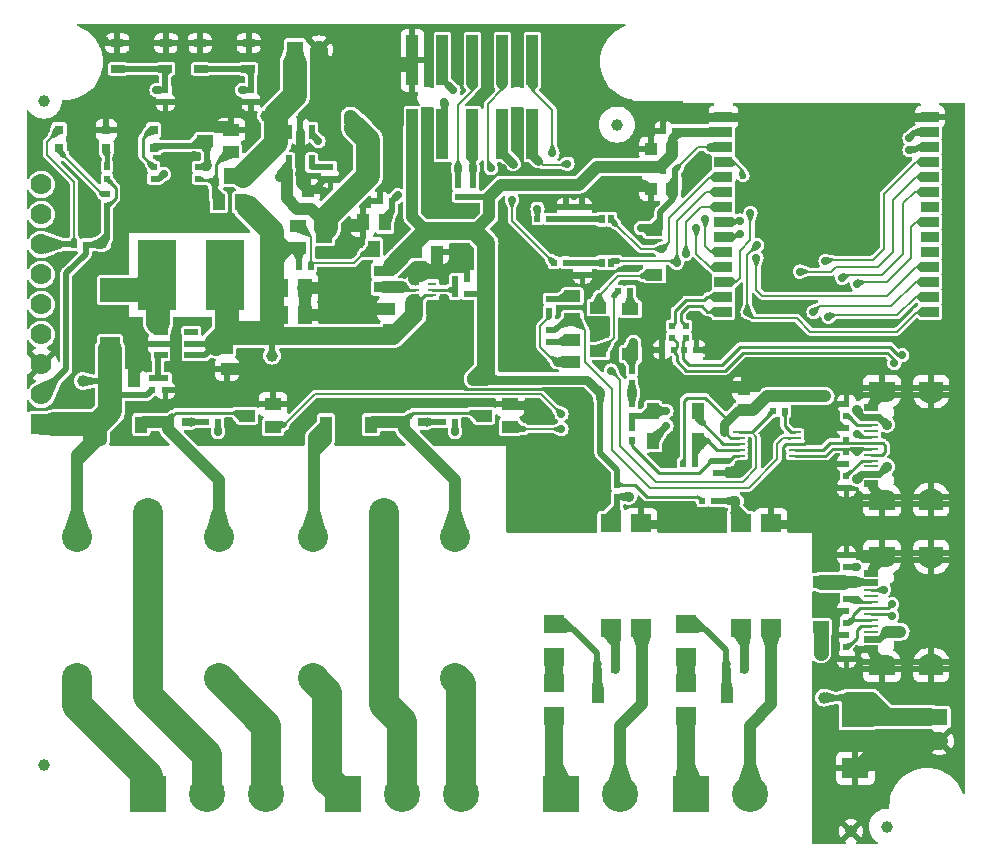
<source format=gbr>
%TF.GenerationSoftware,KiCad,Pcbnew,7.0.9-7.0.9~ubuntu22.04.1*%
%TF.CreationDate,2025-08-29T15:08:21+03:00*%
%TF.ProjectId,ESP32-C5-EVB_Rev_A,45535033-322d-4433-952d-4556425f5265,A*%
%TF.SameCoordinates,PX3938700PY9896800*%
%TF.FileFunction,Copper,L1,Top*%
%TF.FilePolarity,Positive*%
%FSLAX46Y46*%
G04 Gerber Fmt 4.6, Leading zero omitted, Abs format (unit mm)*
G04 Created by KiCad (PCBNEW 7.0.9-7.0.9~ubuntu22.04.1) date 2025-08-29 15:08:21*
%MOMM*%
%LPD*%
G01*
G04 APERTURE LIST*
%TA.AperFunction,SMDPad,CuDef*%
%ADD10R,1.778000X1.524000*%
%TD*%
%TA.AperFunction,SMDPad,CuDef*%
%ADD11R,0.500000X0.550000*%
%TD*%
%TA.AperFunction,SMDPad,CuDef*%
%ADD12R,1.000000X1.400000*%
%TD*%
%TA.AperFunction,SMDPad,CuDef*%
%ADD13R,1.400000X1.000000*%
%TD*%
%TA.AperFunction,SMDPad,CuDef*%
%ADD14R,0.508000X0.762000*%
%TD*%
%TA.AperFunction,SMDPad,CuDef*%
%ADD15R,1.150000X0.300000*%
%TD*%
%TA.AperFunction,SMDPad,CuDef*%
%ADD16R,1.150000X0.250000*%
%TD*%
%TA.AperFunction,SMDPad,CuDef*%
%ADD17R,2.000000X1.100000*%
%TD*%
%TA.AperFunction,ComponentPad*%
%ADD18O,2.000000X1.300000*%
%TD*%
%TA.AperFunction,SMDPad,CuDef*%
%ADD19R,2.200000X1.100000*%
%TD*%
%TA.AperFunction,ComponentPad*%
%ADD20O,2.200000X1.200000*%
%TD*%
%TA.AperFunction,SMDPad,CuDef*%
%ADD21R,0.800000X0.800000*%
%TD*%
%TA.AperFunction,SMDPad,CuDef*%
%ADD22R,0.550000X0.500000*%
%TD*%
%TA.AperFunction,SMDPad,CuDef*%
%ADD23R,1.050000X0.650000*%
%TD*%
%TA.AperFunction,SMDPad,CuDef*%
%ADD24R,1.016000X1.016000*%
%TD*%
%TA.AperFunction,SMDPad,CuDef*%
%ADD25C,1.000000*%
%TD*%
%TA.AperFunction,ComponentPad*%
%ADD26C,1.400000*%
%TD*%
%TA.AperFunction,ComponentPad*%
%ADD27R,1.400000X1.400000*%
%TD*%
%TA.AperFunction,SMDPad,CuDef*%
%ADD28R,1.700000X2.000000*%
%TD*%
%TA.AperFunction,SMDPad,CuDef*%
%ADD29R,1.192000X1.746000*%
%TD*%
%TA.AperFunction,SMDPad,CuDef*%
%ADD30R,1.000000X4.250000*%
%TD*%
%TA.AperFunction,ComponentPad*%
%ADD31C,2.540000*%
%TD*%
%TA.AperFunction,SMDPad,CuDef*%
%ADD32R,1.270000X1.524000*%
%TD*%
%TA.AperFunction,ComponentPad*%
%ADD33R,1.778000X1.778000*%
%TD*%
%TA.AperFunction,ComponentPad*%
%ADD34C,1.778000*%
%TD*%
%TA.AperFunction,SMDPad,CuDef*%
%ADD35R,3.200000X6.000000*%
%TD*%
%TA.AperFunction,SMDPad,CuDef*%
%ADD36R,2.286000X1.778000*%
%TD*%
%TA.AperFunction,SMDPad,CuDef*%
%ADD37R,1.500000X0.900000*%
%TD*%
%TA.AperFunction,ComponentPad*%
%ADD38C,0.700000*%
%TD*%
%TA.AperFunction,ComponentPad*%
%ADD39C,1.800000*%
%TD*%
%TA.AperFunction,SMDPad,CuDef*%
%ADD40R,5.000000X5.000000*%
%TD*%
%TA.AperFunction,FiducialPad,Global*%
%ADD41C,1.000000*%
%TD*%
%TA.AperFunction,SMDPad,CuDef*%
%ADD42R,1.200000X0.550000*%
%TD*%
%TA.AperFunction,SMDPad,CuDef*%
%ADD43R,0.550000X1.200000*%
%TD*%
%TA.AperFunction,ComponentPad*%
%ADD44R,3.048000X3.048000*%
%TD*%
%TA.AperFunction,ComponentPad*%
%ADD45C,3.048000*%
%TD*%
%TA.AperFunction,SMDPad,CuDef*%
%ADD46R,0.700000X0.250000*%
%TD*%
%TA.AperFunction,SMDPad,CuDef*%
%ADD47R,1.000000X0.250000*%
%TD*%
%TA.AperFunction,SMDPad,CuDef*%
%ADD48R,1.800000X0.900000*%
%TD*%
%TA.AperFunction,ViaPad*%
%ADD49C,0.900000*%
%TD*%
%TA.AperFunction,ViaPad*%
%ADD50C,0.700000*%
%TD*%
%TA.AperFunction,ViaPad*%
%ADD51C,0.600000*%
%TD*%
%TA.AperFunction,Conductor*%
%ADD52C,1.016000*%
%TD*%
%TA.AperFunction,Conductor*%
%ADD53C,2.032000*%
%TD*%
%TA.AperFunction,Conductor*%
%ADD54C,0.177800*%
%TD*%
%TA.AperFunction,Conductor*%
%ADD55C,0.762000*%
%TD*%
%TA.AperFunction,Conductor*%
%ADD56C,0.254000*%
%TD*%
%TA.AperFunction,Conductor*%
%ADD57C,0.508000*%
%TD*%
%TA.AperFunction,Conductor*%
%ADD58C,1.524000*%
%TD*%
%TA.AperFunction,Conductor*%
%ADD59C,0.304800*%
%TD*%
%TA.AperFunction,Conductor*%
%ADD60C,1.270000*%
%TD*%
%TA.AperFunction,Conductor*%
%ADD61C,1.778000*%
%TD*%
%TA.AperFunction,Conductor*%
%ADD62C,0.609600*%
%TD*%
%TA.AperFunction,Conductor*%
%ADD63C,0.406400*%
%TD*%
%TA.AperFunction,Conductor*%
%ADD64C,2.540000*%
%TD*%
G04 APERTURE END LIST*
D10*
%TO.P,R41,1*%
%TO.N,Net-(R38-Pad2)*%
X56078000Y16109000D03*
%TO.P,R41,2*%
%TO.N,Net-(D11-K)*%
X56078000Y18903000D03*
%TD*%
%TO.P,R40,1*%
%TO.N,Net-(R36-Pad2)*%
X44902000Y16109000D03*
%TO.P,R40,2*%
%TO.N,Net-(D10-K)*%
X44902000Y18903000D03*
%TD*%
D11*
%TO.P,R25,1*%
%TO.N,Net-(Q2-C)*%
X50363000Y47097000D03*
%TO.P,R25,2*%
%TO.N,Net-(D6-K)*%
X51379000Y47097000D03*
%TD*%
D12*
%TO.P,D11,2,A*%
%TO.N,Net-(D11-A)*%
X63312000Y12934000D03*
%TO.P,D11,1,K*%
%TO.N,Net-(D11-K)*%
X59512000Y12934000D03*
%TD*%
D13*
%TO.P,D5,1,K*%
%TO.N,Net-(D5-K)*%
X53411000Y48499000D03*
%TO.P,D5,2,A*%
%TO.N,/ESP_EN*%
X53411000Y52299000D03*
%TD*%
D14*
%TO.P,PWR_SENS_E1,1,1*%
%TO.N,Net-(PWR_SENS_E1-Pad1)*%
X48966000Y49510000D03*
%TO.P,PWR_SENS_E1,2,2*%
%TO.N,/GPIO0{slash}EXT_PWR_SEN*%
X49728000Y49510000D03*
%TD*%
D15*
%TO.P,USB-UART1,B12,GND*%
%TO.N,GND*%
X71768000Y30925000D03*
%TO.P,USB-UART1,B9,VBUS*%
%TO.N,+5V_USB*%
X71768000Y31725000D03*
D16*
%TO.P,USB-UART1,B8,SBU2*%
%TO.N,unconnected-(USB-UART1-SBU2-PadB8)*%
X71768000Y32250000D03*
%TO.P,USB-UART1,B7,DN2*%
%TO.N,/D-*%
X71768000Y33250000D03*
%TO.P,USB-UART1,B6,DP2*%
%TO.N,/D+*%
X71768000Y34750000D03*
%TO.P,USB-UART1,B5,CC2*%
%TO.N,Net-(USB-UART1-CC2)*%
X71768000Y35750000D03*
D15*
%TO.P,USB-UART1,B4,VBUS*%
%TO.N,+5V_USB*%
X71768000Y36275000D03*
%TO.P,USB-UART1,B1,GND*%
%TO.N,GND*%
X71768000Y37075000D03*
%TO.P,USB-UART1,A12,GND*%
X71768000Y37325000D03*
%TO.P,USB-UART1,A9,VBUS*%
%TO.N,+5V_USB*%
X71768000Y36525000D03*
D16*
%TO.P,USB-UART1,A8,SBU1*%
%TO.N,unconnected-(USB-UART1-SBU1-PadA8)*%
X71768000Y35250000D03*
%TO.P,USB-UART1,A7,DN1*%
%TO.N,/D-*%
X71768000Y34250000D03*
%TO.P,USB-UART1,A6,DP1*%
%TO.N,/D+*%
X71768000Y33750000D03*
%TO.P,USB-UART1,A5,CC1*%
%TO.N,Net-(USB-UART1-CC1)*%
X71768000Y32750000D03*
D15*
%TO.P,USB-UART1,A4,VBUS*%
%TO.N,+5V_USB*%
X71768000Y31475000D03*
%TO.P,USB-UART1,A1,GND*%
%TO.N,GND*%
X71768000Y30675000D03*
D17*
%TO.P,USB-UART1,0,SHELL*%
X76850000Y29072400D03*
D18*
X76850000Y29680000D03*
X76850000Y38320000D03*
D17*
X76850000Y38927600D03*
D19*
X72670000Y29072400D03*
D20*
X72670000Y29680000D03*
X72670000Y38320000D03*
D19*
X72670000Y38927600D03*
%TD*%
D21*
%TO.P,LED_RELAY1,1,K*%
%TO.N,Net-(D8-A)*%
X12238000Y36000000D03*
%TO.P,LED_RELAY1,2,A*%
%TO.N,Net-(LED_RELAY1-A)*%
X13762000Y36000000D03*
%TD*%
D22*
%TO.P,R34,1*%
%TO.N,GND*%
X69667000Y15982000D03*
%TO.P,R34,2*%
%TO.N,/USB_CC1*%
X69667000Y16998000D03*
%TD*%
D21*
%TO.P,LED_RELAY2,1,K*%
%TO.N,Net-(D9-A)*%
X32238000Y36000000D03*
%TO.P,LED_RELAY2,2,A*%
%TO.N,Net-(LED_RELAY2-A)*%
X33762000Y36000000D03*
%TD*%
D23*
%TO.P,RST1,1*%
%TO.N,/ESP_EN*%
X12075000Y65925000D03*
X7925000Y65925000D03*
%TO.P,RST1,2*%
%TO.N,GND*%
X12075000Y68075000D03*
X7925000Y68075000D03*
%TD*%
D22*
%TO.P,R9,1*%
%TO.N,/USB_D-*%
X54935000Y43160000D03*
%TO.P,R9,2*%
%TO.N,Net-(U4-IO13{slash}GPIO13{slash}USB_D-{slash}SDIO_DATA3)*%
X54935000Y44176000D03*
%TD*%
D24*
%TO.P,C11,1*%
%TO.N,GND*%
X9342000Y39477000D03*
%TO.P,C11,2*%
%TO.N,+5V*%
X7564000Y39477000D03*
%TD*%
D22*
%TO.P,C16,1*%
%TO.N,/GPIO28{slash}USER_BUT*%
X19248000Y64115000D03*
%TO.P,C16,2*%
%TO.N,GND*%
X19248000Y63099000D03*
%TD*%
%TO.P,R19,1*%
%TO.N,/GPIO12{slash}U0RXD*%
X51506000Y36556000D03*
%TO.P,R19,2*%
%TO.N,+3.3V*%
X51506000Y37572000D03*
%TD*%
%TO.P,R14,1*%
%TO.N,Net-(U5-FB)*%
X12009000Y39731000D03*
%TO.P,R14,2*%
%TO.N,GND*%
X12009000Y38715000D03*
%TD*%
D25*
%TO.P,3.3V1,1,Pad*%
%TO.N,+3.3V*%
X6675000Y51161000D03*
%TD*%
D26*
%TO.P,PWR1,2*%
%TO.N,GND*%
X77538220Y8999240D03*
D27*
%TO.P,PWR1,1*%
%TO.N,+5V_USB*%
X77535680Y11028700D03*
%TD*%
D11*
%TO.P,C7,1*%
%TO.N,/USB_D+*%
X55951000Y42144000D03*
%TO.P,C7,2*%
%TO.N,GND*%
X56967000Y42144000D03*
%TD*%
%TO.P,R39,1*%
%TO.N,/GPIO5{slash}IN1*%
X58491000Y29317000D03*
%TO.P,R39,2*%
%TO.N,+3.3V*%
X57475000Y29317000D03*
%TD*%
D28*
%TO.P,D1,1,K*%
%TO.N,+5V*%
X7310000Y42184000D03*
D29*
X7310000Y42311000D03*
%TO.P,D1,2,A*%
%TO.N,Net-(D1-A)*%
X7310000Y47057000D03*
D28*
X7310000Y47184000D03*
%TD*%
D11*
%TO.P,R13,1*%
%TO.N,VBAT*%
X43505000Y53193000D03*
%TO.P,R13,2*%
%TO.N,Net-(BAT_SENS_E1-Pad1)*%
X44521000Y53193000D03*
%TD*%
D30*
%TO.P,UEXT1,1,1*%
%TO.N,+3.3V*%
X32920000Y60375000D03*
%TO.P,UEXT1,2,2*%
%TO.N,GND*%
X32920000Y66625000D03*
%TO.P,UEXT1,3,3*%
%TO.N,/GPIO26{slash}U1TXD*%
X35460000Y60375000D03*
%TO.P,UEXT1,4,4*%
%TO.N,/GPIO25{slash}U1RXD*%
X35460000Y66625000D03*
%TO.P,UEXT1,5,5*%
%TO.N,/GPIO8{slash}I2C_SCK*%
X38000000Y60375000D03*
%TO.P,UEXT1,6,6*%
%TO.N,/GPIO9{slash}I2C_SDA*%
X38000000Y66625000D03*
%TO.P,UEXT1,7,7*%
%TO.N,/GPIO6{slash}SPI2_MISO*%
X40540000Y60375000D03*
%TO.P,UEXT1,8,8*%
%TO.N,/GPIO7{slash}SPI2_MOSI*%
X40540000Y66625000D03*
%TO.P,UEXT1,9,9*%
%TO.N,/GPIO2{slash}SPI2_CLK*%
X43080000Y60375000D03*
%TO.P,UEXT1,10,10*%
%TO.N,/GPIO10{slash}SPI2_CS*%
X43080000Y66625000D03*
%TD*%
D31*
%TO.P,RELAY2,1*%
%TO.N,+5V*%
X24500000Y26300000D03*
%TO.P,RELAY2,2*%
%TO.N,Net-(D9-A)*%
X36500000Y26300000D03*
%TO.P,RELAY2,COM0*%
%TO.N,Net-(CON2-Pad2)*%
X30500000Y28300000D03*
%TO.P,RELAY2,NC0*%
%TO.N,Net-(CON2-Pad3)*%
X36500000Y14300000D03*
%TO.P,RELAY2,NO0*%
%TO.N,Net-(CON2-Pad1)*%
X24500000Y14300000D03*
%TD*%
D22*
%TO.P,R18,1*%
%TO.N,Net-(U6-V3)*%
X51506000Y34524000D03*
%TO.P,R18,2*%
%TO.N,/GPIO12{slash}U0RXD*%
X51506000Y35540000D03*
%TD*%
D10*
%TO.P,OPT2,4,C*%
%TO.N,/GPIO5{slash}IN1*%
X60730000Y27445000D03*
%TO.P,OPT2,3,E*%
%TO.N,GND*%
X63270000Y27445000D03*
%TO.P,OPT2,2,K*%
%TO.N,Net-(D11-A)*%
X63270000Y18555000D03*
%TO.P,OPT2,1,A*%
%TO.N,Net-(LED_IN2-K)*%
X60730000Y18555000D03*
%TD*%
%TO.P,OPT1,4,C*%
%TO.N,/GPIO4{slash}IN2*%
X49730000Y27445000D03*
%TO.P,OPT1,3,E*%
%TO.N,GND*%
X52270000Y27445000D03*
%TO.P,OPT1,2,K*%
%TO.N,Net-(D10-A)*%
X52270000Y18555000D03*
%TO.P,OPT1,1,A*%
%TO.N,Net-(LED_IN1-K)*%
X49730000Y18555000D03*
%TD*%
D24*
%TO.P,C10,1*%
%TO.N,GND*%
X17216000Y40493000D03*
%TO.P,C10,2*%
%TO.N,Net-(U1-EN)*%
X17216000Y42271000D03*
%TD*%
D22*
%TO.P,R10,1*%
%TO.N,Net-(U4-IO14{slash}GPIO14{slash}USB_D+{slash}SDIO_DATA2)*%
X56078000Y44176000D03*
%TO.P,R10,2*%
%TO.N,/USB_D+*%
X56078000Y43160000D03*
%TD*%
D10*
%TO.P,R36,2*%
%TO.N,Net-(R36-Pad2)*%
X44902000Y13950000D03*
%TO.P,R36,1*%
%TO.N,Net-(IN1-Pad1)*%
X44902000Y11156000D03*
%TD*%
D32*
%TO.P,C17,1*%
%TO.N,Net-(U1-EN)*%
X21788000Y45065000D03*
%TO.P,C17,2*%
%TO.N,GND*%
X23820000Y45065000D03*
%TD*%
D24*
%TO.P,C5,1*%
%TO.N,/ESP_EN*%
X54935000Y55733000D03*
%TO.P,C5,2*%
%TO.N,GND*%
X53157000Y55733000D03*
%TD*%
D22*
%TO.P,TVS2,1,IO1*%
%TO.N,/D-*%
X69667000Y34524000D03*
%TO.P,TVS2,2,IO2*%
%TO.N,GND*%
X69667000Y35540000D03*
%TD*%
D23*
%TO.P,USER1,1*%
%TO.N,/GPIO28{slash}USER_BUT*%
X19075000Y65925000D03*
X14925000Y65925000D03*
%TO.P,USER1,2*%
%TO.N,GND*%
X19075000Y68075000D03*
X14925000Y68075000D03*
%TD*%
D12*
%TO.P,FET1,1*%
%TO.N,Net-(FET2-G)*%
X16520040Y54625560D03*
%TO.P,FET1,2*%
%TO.N,Net-(U1-EN)*%
X18422500Y54625560D03*
%TO.P,FET1,3*%
%TO.N,VBAT*%
X17467460Y56835360D03*
%TD*%
D11*
%TO.P,R3,1*%
%TO.N,+3.3V*%
X54173000Y57257000D03*
%TO.P,R3,2*%
%TO.N,/ESP_EN*%
X55189000Y57257000D03*
%TD*%
D22*
%TO.P,R6,1*%
%TO.N,GND*%
X25979000Y56622000D03*
%TO.P,R6,2*%
%TO.N,Net-(U2-PROG)*%
X25979000Y57638000D03*
%TD*%
D33*
%TO.P,EXT1,1*%
%TO.N,+5V*%
X1500000Y35800000D03*
D34*
%TO.P,EXT1,2*%
%TO.N,+3.3V*%
X1500000Y38340000D03*
%TO.P,EXT1,3*%
%TO.N,GND*%
X1500000Y40880000D03*
%TO.P,EXT1,4*%
%TO.N,/GPIO0{slash}EXT_PWR_SEN*%
X1500000Y43420000D03*
%TO.P,EXT1,5*%
%TO.N,/GPIO1*%
X1500000Y45960000D03*
%TO.P,EXT1,6*%
%TO.N,/GPIO3{slash}BAT_SEN*%
X1500000Y48500000D03*
%TO.P,EXT1,7*%
%TO.N,/GPIO27{slash}USER_LED*%
X1500000Y51040000D03*
%TO.P,EXT1,8*%
%TO.N,/GPIO28{slash}USER_BUT*%
X1500000Y53580000D03*
%TO.P,EXT1,9*%
%TO.N,/ESP_EN*%
X1500000Y56120000D03*
%TD*%
D35*
%TO.P,L2,1,1*%
%TO.N,Net-(U1-EN)*%
X17068000Y48494000D03*
%TO.P,L2,2,2*%
%TO.N,Net-(D1-A)*%
X11268000Y48494000D03*
%TD*%
D22*
%TO.P,R32,1*%
%TO.N,+3.3V*%
X7056000Y56622000D03*
%TO.P,R32,2*%
%TO.N,Net-(PWR_LED1-A)*%
X7056000Y57638000D03*
%TD*%
D21*
%TO.P,USER_LED1,1,K*%
%TO.N,/GPIO27{slash}USER_LED*%
X3000000Y60762000D03*
%TO.P,USER_LED1,2,A*%
%TO.N,Net-(USER_LED1-A)*%
X3000000Y59238000D03*
%TD*%
D22*
%TO.P,C12,1*%
%TO.N,Net-(BAT_SENS_E1-Pad1)*%
X47315000Y53193000D03*
%TO.P,C12,2*%
%TO.N,GND*%
X47315000Y54209000D03*
%TD*%
%TO.P,R23,1*%
%TO.N,GND*%
X69667000Y30460000D03*
%TO.P,R23,2*%
%TO.N,Net-(USB-UART1-CC1)*%
X69667000Y31476000D03*
%TD*%
D24*
%TO.P,C1,1*%
%TO.N,+3.3V*%
X54935000Y59162000D03*
%TO.P,C1,2*%
%TO.N,GND*%
X53157000Y59162000D03*
%TD*%
D11*
%TO.P,R21,1*%
%TO.N,Net-(Q2-E)*%
X63444000Y36937000D03*
%TO.P,R21,2*%
%TO.N,Net-(U6-CTS#)*%
X64460000Y36937000D03*
%TD*%
%TO.P,R4,1*%
%TO.N,Net-(FET2-D)*%
X24328000Y49129000D03*
%TO.P,R4,2*%
%TO.N,Net-(U1-EN)*%
X23312000Y49129000D03*
%TD*%
D25*
%TO.P,5V_USB1,1,Pad*%
%TO.N,+5V_USB*%
X67762000Y12680000D03*
%TD*%
D36*
%TO.P,D2,1,K*%
%TO.N,+5V_USB*%
X70429000Y11047000D03*
%TO.P,D2,2,A*%
%TO.N,GND*%
X70429000Y6693000D03*
%TD*%
D22*
%TO.P,C14,1*%
%TO.N,Net-(U6-V3)*%
X58618000Y32746000D03*
%TO.P,C14,2*%
%TO.N,GND*%
X58618000Y31730000D03*
%TD*%
D13*
%TO.P,T2,1,B*%
%TO.N,/GPIO23{slash}REL2*%
X41183440Y35606040D03*
%TO.P,T2,2,E*%
%TO.N,GND*%
X41183440Y37508500D03*
%TO.P,T2,3,C*%
%TO.N,Net-(D9-A)*%
X38973640Y36553460D03*
%TD*%
D11*
%TO.P,R29,1*%
%TO.N,/GPIO27{slash}USER_LED*%
X4262000Y51034000D03*
%TO.P,R29,2*%
%TO.N,+3.3V*%
X5278000Y51034000D03*
%TD*%
D22*
%TO.P,R20,1*%
%TO.N,Net-(Q2-E)*%
X44521000Y45446000D03*
%TO.P,R20,2*%
%TO.N,Net-(Q1-B)*%
X44521000Y46462000D03*
%TD*%
D11*
%TO.P,R17,1*%
%TO.N,+5V_USB*%
X55824000Y32492000D03*
%TO.P,R17,2*%
%TO.N,Net-(D4-A)*%
X56840000Y32492000D03*
%TD*%
D13*
%TO.P,Q2,1,B*%
%TO.N,Net-(Q2-B)*%
X46461560Y42966960D03*
%TO.P,Q2,2,E*%
%TO.N,Net-(Q2-E)*%
X46461560Y41064500D03*
%TO.P,Q2,3,C*%
%TO.N,Net-(Q2-C)*%
X48671360Y42019540D03*
%TD*%
D37*
%TO.P,U4,1,GND*%
%TO.N,GND*%
X59250000Y61850000D03*
%TO.P,U4,2,3V3*%
%TO.N,+3.3V*%
X59250000Y60580000D03*
%TO.P,U4,3,EN*%
%TO.N,/ESP_EN*%
X59250000Y59310000D03*
%TO.P,U4,4,IO2/MTMS/GPIO2/LP_GPIO2/LP_UART_RTSN/LP_I2C_SDA/ADC1_CH1/FSPIQ*%
%TO.N,/GPIO2{slash}SPI2_CLK*%
X59250000Y58040000D03*
%TO.P,U4,5,IO3/MTDI/GPIO3/LP_GPIO3/LP_UART_CTSN/LP_I2C_SCL/ADC1_CH2*%
%TO.N,/GPIO3{slash}BAT_SEN*%
X59250000Y56770000D03*
%TO.P,U4,6,IO0/GPIO0/XTAL_32K_P/LP_GPIO0/LP_UART_DTRN*%
%TO.N,/GPIO0{slash}EXT_PWR_SEN*%
X59250000Y55500000D03*
%TO.P,U4,7,IO1/GPIO1/XTAL_32K_N/LP_GPIO1/LP_UART_DSRN/ADC1_CH0*%
%TO.N,/GPIO1*%
X59250000Y54230000D03*
%TO.P,U4,8,IO6/GPIO6/LP_GPIO6/ADC1_CH5/FSPICLK*%
%TO.N,/GPIO6{slash}SPI2_MISO*%
X59250000Y52960000D03*
%TO.P,U4,9,IO7/GPIO7/LP_GPIO7/FSPID/SDIO_DATA1*%
%TO.N,/GPIO7{slash}SPI2_MOSI*%
X59250000Y51690000D03*
%TO.P,U4,10,IO8/GPIO8/PAD_COMP0/SDIO_DATA0*%
%TO.N,/GPIO8{slash}I2C_SCK*%
X59250000Y50420000D03*
%TO.P,U4,11,IO9/GPIO9/PAD_COMP1/SDIO_CLK*%
%TO.N,/GPIO9{slash}I2C_SDA*%
X59250000Y49150000D03*
%TO.P,U4,12,IO10/GPIO10/FSPICS0/SDIO_CMD*%
%TO.N,/GPIO10{slash}SPI2_CS*%
X59250000Y47880000D03*
%TO.P,U4,13,IO13/GPIO13/USB_D-/SDIO_DATA3*%
%TO.N,Net-(U4-IO13{slash}GPIO13{slash}USB_D-{slash}SDIO_DATA3)*%
X59250000Y46610000D03*
%TO.P,U4,14,IO14/GPIO14/USB_D+/SDIO_DATA2*%
%TO.N,Net-(U4-IO14{slash}GPIO14{slash}USB_D+{slash}SDIO_DATA2)*%
X59250000Y45340000D03*
%TO.P,U4,15,IO28/GPIO28*%
%TO.N,/GPIO28{slash}USER_BUT*%
X76750000Y45340000D03*
%TO.P,U4,16,IO5/MTDO/GPIO5/LP_GPIO5/LP_UART_TXD/ADC1_CH4/FSPIWP*%
%TO.N,/GPIO5{slash}IN1*%
X76750000Y46610000D03*
%TO.P,U4,17,IO4/MTCK/GPIO4/LP_GPIO4/LP_UART_RXD/ADC1_CH3/FSPIHD*%
%TO.N,/GPIO4{slash}IN2*%
X76750000Y47880000D03*
%TO.P,U4,18,IO27/GPIO27*%
%TO.N,/GPIO27{slash}USER_LED*%
X76750000Y49150000D03*
%TO.P,U4,19,NC/SPICS1/GPIO15*%
%TO.N,unconnected-(U4-NC{slash}SPICS1{slash}GPIO15-Pad19)*%
X76750000Y50420000D03*
%TO.P,U4,20,NC*%
%TO.N,unconnected-(U4-NC-Pad20)*%
X76750000Y51690000D03*
%TO.P,U4,21,IO23/GPIO23*%
%TO.N,/GPIO23{slash}REL2*%
X76750000Y52960000D03*
%TO.P,U4,22,NC*%
%TO.N,unconnected-(U4-NC-Pad22)*%
X76750000Y54230000D03*
%TO.P,U4,23,IO24/GPIO24*%
%TO.N,/GPIO24{slash}REL1*%
X76750000Y55500000D03*
%TO.P,U4,24,IO12/U0RXD/GPIO12*%
%TO.N,/GPIO12{slash}U0RXD*%
X76750000Y56770000D03*
%TO.P,U4,25,IO11/U0TXD/GPIO11*%
%TO.N,/GPIO11{slash}U0TXD*%
X76750000Y58040000D03*
%TO.P,U4,26,IO25/GPIO25*%
%TO.N,/GPIO25{slash}U1RXD*%
X76750000Y59310000D03*
%TO.P,U4,27,IO26/GPIO26*%
%TO.N,/GPIO26{slash}U1TXD*%
X76750000Y60580000D03*
%TO.P,U4,28,GND*%
%TO.N,GND*%
X76750000Y61850000D03*
D38*
%TO.P,U4,29,EPAD*%
X66680000Y54110000D03*
X66680000Y52410000D03*
X67980000Y55410000D03*
X67980000Y54580000D03*
X67980000Y51940000D03*
X67980000Y51110000D03*
D39*
X68830000Y53260000D03*
D40*
X68830000Y53260000D03*
D38*
X69680000Y55410000D03*
X69680000Y54580000D03*
X69680000Y51940000D03*
X69680000Y51110000D03*
X70980000Y54110000D03*
X70980000Y52410000D03*
%TD*%
D41*
%TO.P,FID4,Fid1,FID\u002A*%
%TO.N,unconnected-(FID4-FID\u002A-PadFid1)*%
X50236000Y61194000D03*
%TD*%
D13*
%TO.P,D6,1,K*%
%TO.N,Net-(D6-K)*%
X51379000Y45568000D03*
%TO.P,D6,2,A*%
%TO.N,/GPIO28{slash}USER_BUT*%
X51379000Y41768000D03*
%TD*%
D22*
%TO.P,R26,1*%
%TO.N,+3.3V*%
X38044000Y55098000D03*
%TO.P,R26,2*%
%TO.N,/GPIO8{slash}I2C_SCK*%
X38044000Y56114000D03*
%TD*%
D12*
%TO.P,D3,1,K*%
%TO.N,Net-(D3-K)*%
X57089000Y36937000D03*
%TO.P,D3,2,A*%
%TO.N,/GPIO12{slash}U0RXD*%
X53289000Y36937000D03*
%TD*%
D24*
%TO.P,C6,1*%
%TO.N,+5V_USB*%
X22296000Y55606000D03*
%TO.P,C6,2*%
%TO.N,GND*%
X24074000Y55606000D03*
%TD*%
D11*
%TO.P,R2,1*%
%TO.N,Net-(U1-FB)*%
X36520000Y46843000D03*
%TO.P,R2,2*%
%TO.N,+3.3V*%
X37536000Y46843000D03*
%TD*%
%TO.P,R7,1*%
%TO.N,Net-(U1-FB)*%
X36520000Y48113000D03*
%TO.P,R7,2*%
%TO.N,GND*%
X37536000Y48113000D03*
%TD*%
D42*
%TO.P,U5,1,LX*%
%TO.N,Net-(D1-A)*%
X11597900Y43602000D03*
%TO.P,U5,2,GND*%
%TO.N,GND*%
X11597900Y42652000D03*
%TO.P,U5,3,FB*%
%TO.N,Net-(U5-FB)*%
X11597900Y41702000D03*
%TO.P,U5,4,EN*%
%TO.N,Net-(U1-EN)*%
X14198100Y41702000D03*
%TO.P,U5,5,IN*%
X14198100Y42652000D03*
%TO.P,U5,6,NC*%
%TO.N,unconnected-(U5-NC-Pad6)*%
X14198100Y43602000D03*
%TD*%
D22*
%TO.P,R11,1*%
%TO.N,+5V*%
X10866000Y38715000D03*
%TO.P,R11,2*%
%TO.N,Net-(U5-FB)*%
X10866000Y39731000D03*
%TD*%
D13*
%TO.P,U3,1,VOut*%
%TO.N,Net-(FET2-G)*%
X17554000Y58847000D03*
%TO.P,U3,2,Vss*%
%TO.N,GND*%
X17554000Y60747000D03*
%TO.P,U3,3,VIn*%
%TO.N,+5V_USB*%
X15354000Y59797000D03*
%TD*%
D21*
%TO.P,PWR_LED1,1,K*%
%TO.N,GND*%
X7000000Y60762000D03*
%TO.P,PWR_LED1,2,A*%
%TO.N,Net-(PWR_LED1-A)*%
X7000000Y59238000D03*
%TD*%
D11*
%TO.P,C2,1*%
%TO.N,GND*%
X54173000Y60686000D03*
%TO.P,C2,2*%
%TO.N,+3.3V*%
X55189000Y60686000D03*
%TD*%
D25*
%TO.P,5V1,1,Pad*%
%TO.N,+5V*%
X5024000Y39477000D03*
%TD*%
D12*
%TO.P,D10,1,K*%
%TO.N,Net-(D10-K)*%
X48590000Y12934000D03*
%TO.P,D10,2,A*%
%TO.N,Net-(D10-A)*%
X52390000Y12934000D03*
%TD*%
%TO.P,FET2,1,G*%
%TO.N,Net-(FET2-G)*%
X30611960Y52903440D03*
%TO.P,FET2,2,S*%
%TO.N,GND*%
X28709500Y52903440D03*
%TO.P,FET2,3,D*%
%TO.N,Net-(FET2-D)*%
X29664540Y50693640D03*
%TD*%
D31*
%TO.P,RELAY1,NO0*%
%TO.N,Net-(CON1-Pad1)*%
X4500000Y14300000D03*
%TO.P,RELAY1,NC0*%
%TO.N,Net-(CON1-Pad3)*%
X16500000Y14300000D03*
%TO.P,RELAY1,COM0*%
%TO.N,Net-(CON1-Pad2)*%
X10500000Y28300000D03*
%TO.P,RELAY1,2*%
%TO.N,Net-(D8-A)*%
X16500000Y26300000D03*
%TO.P,RELAY1,1*%
%TO.N,+5V*%
X4500000Y26300000D03*
%TD*%
D24*
%TO.P,C3,1*%
%TO.N,Net-(U1-EN)*%
X30932000Y43795000D03*
%TO.P,C3,2*%
%TO.N,GND*%
X30932000Y45573000D03*
%TD*%
D11*
%TO.P,R30,1*%
%TO.N,Net-(LED_RELAY1-A)*%
X15438000Y36048000D03*
%TO.P,R30,2*%
%TO.N,+5V*%
X16454000Y36048000D03*
%TD*%
D12*
%TO.P,D9,1,K*%
%TO.N,+5V*%
X25603000Y35794000D03*
%TO.P,D9,2,A*%
%TO.N,Net-(D9-A)*%
X29403000Y35794000D03*
%TD*%
D13*
%TO.P,FET3,1*%
%TO.N,Net-(FET2-D)*%
X23220560Y52618960D03*
%TO.P,FET3,2*%
%TO.N,Net-(U1-EN)*%
X23220560Y50716500D03*
%TO.P,FET3,3*%
%TO.N,+5V_USB*%
X25430360Y51671540D03*
%TD*%
D43*
%TO.P,U2,1,CHRGb*%
%TO.N,Net-(U2-CHRGb)*%
X24389000Y60589000D03*
%TO.P,U2,2,GND*%
%TO.N,GND*%
X23439000Y60589000D03*
%TO.P,U2,3,VBAT*%
%TO.N,VBAT*%
X22489000Y60589000D03*
%TO.P,U2,4,VCC*%
%TO.N,+5V_USB*%
X22489000Y57989000D03*
%TO.P,U2,5,PROG*%
%TO.N,Net-(U2-PROG)*%
X24389000Y57989000D03*
%TD*%
D13*
%TO.P,T1,1,B*%
%TO.N,/GPIO24{slash}REL1*%
X21117440Y35606040D03*
%TO.P,T1,2,E*%
%TO.N,GND*%
X21117440Y37508500D03*
%TO.P,T1,3,C*%
%TO.N,Net-(D8-A)*%
X18907640Y36553460D03*
%TD*%
D10*
%TO.P,R38,2*%
%TO.N,Net-(R38-Pad2)*%
X56078000Y13950000D03*
%TO.P,R38,1*%
%TO.N,Net-(IN2-Pad1)*%
X56078000Y11156000D03*
%TD*%
D22*
%TO.P,R31,1*%
%TO.N,+3.3V*%
X7056000Y54336000D03*
%TO.P,R31,2*%
%TO.N,Net-(USER_LED1-A)*%
X7056000Y55352000D03*
%TD*%
%TO.P,R28,1*%
%TO.N,/GPIO28{slash}USER_BUT*%
X51506000Y40366000D03*
%TO.P,R28,2*%
%TO.N,+3.3V*%
X51506000Y39350000D03*
%TD*%
%TO.P,R22,1*%
%TO.N,GND*%
X69667000Y37572000D03*
%TO.P,R22,2*%
%TO.N,Net-(USB-UART1-CC2)*%
X69667000Y36556000D03*
%TD*%
D27*
%TO.P,BAT1,1*%
%TO.N,VBAT*%
X22971300Y67535680D03*
D26*
%TO.P,BAT1,2*%
%TO.N,GND*%
X25000760Y67538220D03*
%TD*%
D32*
%TO.P,C9,1*%
%TO.N,Net-(U1-EN)*%
X21788000Y47351000D03*
%TO.P,C9,2*%
%TO.N,GND*%
X23820000Y47351000D03*
%TD*%
D22*
%TO.P,TVS3,1,IO1*%
%TO.N,/USB_D+*%
X69667000Y21062000D03*
%TO.P,TVS3,2,IO2*%
%TO.N,GND*%
X69667000Y20046000D03*
%TD*%
D21*
%TO.P,CHARGE1,1,K*%
%TO.N,Net-(CHARGE1-K)*%
X11000000Y60762000D03*
%TO.P,CHARGE1,2,A*%
%TO.N,+5V_USB*%
X11000000Y59238000D03*
%TD*%
D44*
%TO.P,IN2,1*%
%TO.N,Net-(IN2-Pad1)*%
X56500000Y4500000D03*
D45*
%TO.P,IN2,2*%
%TO.N,Net-(D11-A)*%
X61500000Y4500000D03*
%TD*%
D13*
%TO.P,Q1,1,B*%
%TO.N,Net-(Q1-B)*%
X46461560Y46649960D03*
%TO.P,Q1,2,E*%
%TO.N,Net-(Q1-E)*%
X46461560Y44747500D03*
%TO.P,Q1,3,C*%
%TO.N,Net-(D5-K)*%
X48671360Y45702540D03*
%TD*%
D22*
%TO.P,R16,1*%
%TO.N,Net-(BAT_SENS_E1-Pad1)*%
X45918000Y53193000D03*
%TO.P,R16,2*%
%TO.N,GND*%
X45918000Y54209000D03*
%TD*%
D25*
%TO.P,GND1,1,Pad*%
%TO.N,GND*%
X70048000Y1377000D03*
%TD*%
D22*
%TO.P,R5,1*%
%TO.N,Net-(FET2-G)*%
X14803000Y56622000D03*
%TO.P,R5,2*%
%TO.N,+5V_USB*%
X14803000Y57638000D03*
%TD*%
%TO.P,R27,1*%
%TO.N,/GPIO9{slash}I2C_SDA*%
X36774000Y56114000D03*
%TO.P,R27,2*%
%TO.N,+3.3V*%
X36774000Y55098000D03*
%TD*%
D19*
%TO.P,USB-JTAG1,0,SHELL*%
%TO.N,GND*%
X72670000Y24927600D03*
D20*
X72670000Y24320000D03*
X72670000Y15680000D03*
D19*
X72670000Y15072400D03*
D17*
X76850000Y24927600D03*
D18*
X76850000Y24320000D03*
X76850000Y15680000D03*
D17*
X76850000Y15072400D03*
D15*
%TO.P,USB-JTAG1,A1,GND*%
X71768000Y16675000D03*
%TO.P,USB-JTAG1,A4,VBUS*%
%TO.N,Net-(D7-A)*%
X71768000Y17475000D03*
D16*
%TO.P,USB-JTAG1,A5,CC1*%
%TO.N,/USB_CC1*%
X71768000Y18750000D03*
%TO.P,USB-JTAG1,A6,DP1*%
%TO.N,/USB_D+*%
X71768000Y19750000D03*
%TO.P,USB-JTAG1,A7,DN1*%
%TO.N,/USB_D-*%
X71768000Y20250000D03*
%TO.P,USB-JTAG1,A8,SBU1*%
%TO.N,unconnected-(USB-JTAG1-SBU1-PadA8)*%
X71768000Y21250000D03*
D15*
%TO.P,USB-JTAG1,A9,VBUS*%
%TO.N,Net-(D7-A)*%
X71768000Y22525000D03*
%TO.P,USB-JTAG1,A12,GND*%
%TO.N,GND*%
X71768000Y23325000D03*
%TO.P,USB-JTAG1,B1,GND*%
X71768000Y23075000D03*
%TO.P,USB-JTAG1,B4,VBUS*%
%TO.N,Net-(D7-A)*%
X71768000Y22275000D03*
D16*
%TO.P,USB-JTAG1,B5,CC2*%
%TO.N,/USB_CC2*%
X71768000Y21750000D03*
%TO.P,USB-JTAG1,B6,DP2*%
%TO.N,/USB_D+*%
X71768000Y20750000D03*
%TO.P,USB-JTAG1,B7,DN2*%
%TO.N,/USB_D-*%
X71768000Y19250000D03*
%TO.P,USB-JTAG1,B8,SBU2*%
%TO.N,unconnected-(USB-JTAG1-SBU2-PadB8)*%
X71768000Y18250000D03*
D15*
%TO.P,USB-JTAG1,B9,VBUS*%
%TO.N,Net-(D7-A)*%
X71768000Y17725000D03*
%TO.P,USB-JTAG1,B12,GND*%
%TO.N,GND*%
X71768000Y16925000D03*
%TD*%
D22*
%TO.P,R33,1*%
%TO.N,GND*%
X69667000Y24745000D03*
%TO.P,R33,2*%
%TO.N,/USB_CC2*%
X69667000Y23729000D03*
%TD*%
D46*
%TO.P,U1,1,GND*%
%TO.N,GND*%
X33103000Y47724000D03*
%TO.P,U1,2,SW*%
%TO.N,Net-(U1-SW)*%
X33103000Y47224000D03*
%TO.P,U1,3,VIN*%
%TO.N,Net-(U1-EN)*%
X33103000Y46724000D03*
%TO.P,U1,4,EN*%
X34603000Y46724000D03*
%TO.P,U1,5,FB*%
%TO.N,Net-(U1-FB)*%
X34603000Y47224000D03*
%TO.P,U1,6,PG*%
%TO.N,unconnected-(U1-PG-Pad6)*%
X34603000Y47724000D03*
%TD*%
D11*
%TO.P,R8,1*%
%TO.N,Net-(FET2-G)*%
X31186000Y54717000D03*
%TO.P,R8,2*%
%TO.N,GND*%
X30170000Y54717000D03*
%TD*%
D41*
%TO.P,FID1,Fid1,FID\u002A*%
%TO.N,unconnected-(FID1-FID\u002A-PadFid1)*%
X1722000Y63226000D03*
%TD*%
D11*
%TO.P,R12,1*%
%TO.N,+5V_USB*%
X44902000Y49510000D03*
%TO.P,R12,2*%
%TO.N,Net-(PWR_SENS_E1-Pad1)*%
X45918000Y49510000D03*
%TD*%
D47*
%TO.P,U6,1,UD+*%
%TO.N,/D+*%
X65336000Y33143000D03*
%TO.P,U6,2,UD-*%
%TO.N,/D-*%
X65336000Y33643000D03*
%TO.P,U6,3,GND*%
%TO.N,GND*%
X65336000Y34143000D03*
%TO.P,U6,4,RTS#*%
%TO.N,Net-(Q1-E)*%
X65336000Y34643000D03*
%TO.P,U6,5,CTS#*%
%TO.N,Net-(U6-CTS#)*%
X65336000Y35143000D03*
%TO.P,U6,6,TNOW/DTR#*%
%TO.N,Net-(Q2-E)*%
X60536000Y35143000D03*
%TO.P,U6,7,VCC*%
%TO.N,+5V_USB*%
X60536000Y34643000D03*
%TO.P,U6,8,TXD*%
%TO.N,Net-(D3-K)*%
X60536000Y34143000D03*
%TO.P,U6,9,RXD*%
%TO.N,Net-(D4-A)*%
X60536000Y33643000D03*
%TO.P,U6,10,V3*%
%TO.N,Net-(U6-V3)*%
X60536000Y33143000D03*
%TD*%
D11*
%TO.P,R35,1*%
%TO.N,Net-(LED_RELAY2-A)*%
X35504000Y36048000D03*
%TO.P,R35,2*%
%TO.N,+5V*%
X36520000Y36048000D03*
%TD*%
D25*
%TO.P,DC_DC_PWR1,1,Pad*%
%TO.N,Net-(U1-EN)*%
X21026000Y41636000D03*
%TD*%
D22*
%TO.P,TVS4,1,IO1*%
%TO.N,/USB_D-*%
X69667000Y19030000D03*
%TO.P,TVS4,2,IO2*%
%TO.N,GND*%
X69667000Y18014000D03*
%TD*%
D41*
%TO.P,FID3,Fid1,FID\u002A*%
%TO.N,unconnected-(FID3-FID\u002A-PadFid1)*%
X1722000Y6965000D03*
%TD*%
D22*
%TO.P,TVS1,1,IO1*%
%TO.N,/D+*%
X69667000Y33508000D03*
%TO.P,TVS1,2,IO2*%
%TO.N,GND*%
X69667000Y32492000D03*
%TD*%
D45*
%TO.P,IN1,2*%
%TO.N,Net-(D10-A)*%
X50500000Y4500000D03*
D44*
%TO.P,IN1,1*%
%TO.N,Net-(IN1-Pad1)*%
X45500000Y4500000D03*
%TD*%
D14*
%TO.P,BAT_SENS_E1,1,1*%
%TO.N,Net-(BAT_SENS_E1-Pad1)*%
X48966000Y53193000D03*
%TO.P,BAT_SENS_E1,2,2*%
%TO.N,/GPIO3{slash}BAT_SEN*%
X49728000Y53193000D03*
%TD*%
D13*
%TO.P,D7,1,K*%
%TO.N,+5V_USB*%
X67508000Y18654000D03*
%TO.P,D7,2,A*%
%TO.N,Net-(D7-A)*%
X67508000Y22454000D03*
%TD*%
D21*
%TO.P,LED_IN2,1,K*%
%TO.N,Net-(LED_IN2-K)*%
X61031000Y15093000D03*
%TO.P,LED_IN2,2,A*%
%TO.N,Net-(D11-K)*%
X59507000Y15093000D03*
%TD*%
D22*
%TO.P,C15,1*%
%TO.N,/ESP_EN*%
X12009000Y64115000D03*
%TO.P,C15,2*%
%TO.N,GND*%
X12009000Y63099000D03*
%TD*%
D11*
%TO.P,C8,1*%
%TO.N,/USB_D-*%
X55062000Y42144000D03*
%TO.P,C8,2*%
%TO.N,GND*%
X54046000Y42144000D03*
%TD*%
D25*
%TO.P,VBAT1,1,Pad*%
%TO.N,VBAT*%
X20518000Y61956000D03*
%TD*%
D12*
%TO.P,D4,1,K*%
%TO.N,/GPIO11{slash}U0TXD*%
X53289000Y34397000D03*
%TO.P,D4,2,A*%
%TO.N,Net-(D4-A)*%
X57089000Y34397000D03*
%TD*%
D22*
%TO.P,R37,1*%
%TO.N,/GPIO4{slash}IN2*%
X50236000Y29698000D03*
%TO.P,R37,2*%
%TO.N,+3.3V*%
X50236000Y30714000D03*
%TD*%
D41*
%TO.P,FID2,Fid1,FID\u002A*%
%TO.N,unconnected-(FID2-FID\u002A-PadFid1)*%
X73096000Y1758000D03*
%TD*%
D22*
%TO.P,R15,1*%
%TO.N,Net-(PWR_SENS_E1-Pad1)*%
X47315000Y49510000D03*
%TO.P,R15,2*%
%TO.N,GND*%
X47315000Y48494000D03*
%TD*%
D44*
%TO.P,CON1,1*%
%TO.N,Net-(CON1-Pad1)*%
X10500000Y4500000D03*
D45*
%TO.P,CON1,2*%
%TO.N,Net-(CON1-Pad2)*%
X15500000Y4500000D03*
%TO.P,CON1,3*%
%TO.N,Net-(CON1-Pad3)*%
X20500000Y4500000D03*
%TD*%
D21*
%TO.P,LED_IN1,2,A*%
%TO.N,Net-(D10-K)*%
X48585000Y15093000D03*
%TO.P,LED_IN1,1,K*%
%TO.N,Net-(LED_IN1-K)*%
X50109000Y15093000D03*
%TD*%
D44*
%TO.P,CON2,1*%
%TO.N,Net-(CON2-Pad1)*%
X27000000Y4500000D03*
D45*
%TO.P,CON2,2*%
%TO.N,Net-(CON2-Pad2)*%
X32000000Y4500000D03*
%TO.P,CON2,3*%
%TO.N,Net-(CON2-Pad3)*%
X37000000Y4500000D03*
%TD*%
D22*
%TO.P,R24,1*%
%TO.N,Net-(Q1-E)*%
X44521000Y43795000D03*
%TO.P,R24,2*%
%TO.N,Net-(Q2-B)*%
X44521000Y42779000D03*
%TD*%
D24*
%TO.P,C13,1*%
%TO.N,+5V_USB*%
X61031000Y37064000D03*
%TO.P,C13,2*%
%TO.N,GND*%
X61031000Y38842000D03*
%TD*%
%TO.P,C4,1*%
%TO.N,+3.3V*%
X33218000Y50399000D03*
%TO.P,C4,2*%
%TO.N,GND*%
X34996000Y50399000D03*
%TD*%
D12*
%TO.P,D8,1,K*%
%TO.N,+5V*%
X6172000Y35794000D03*
%TO.P,D8,2,A*%
%TO.N,Net-(D8-A)*%
X9972000Y35794000D03*
%TD*%
D48*
%TO.P,L1,1,1*%
%TO.N,Net-(U1-SW)*%
X30551000Y47413000D03*
%TO.P,L1,2,2*%
%TO.N,+3.3V*%
X30551000Y48813000D03*
%TD*%
D22*
%TO.P,R1,1*%
%TO.N,Net-(CHARGE1-K)*%
X11000000Y57638000D03*
%TO.P,R1,2*%
%TO.N,Net-(U2-CHRGb)*%
X11000000Y56622000D03*
%TD*%
D49*
%TO.N,+5V_USB*%
X27630000Y61956000D03*
X28138000Y60940000D03*
%TO.N,GND*%
X17470000Y52812000D03*
X10612000Y52812000D03*
D50*
X34996000Y57511000D03*
X40584000Y57511000D03*
D49*
X63825000Y48240000D03*
X65730000Y52812000D03*
X62555000Y52812000D03*
X64079000Y54463000D03*
X62555000Y56749000D03*
X65603000Y56749000D03*
X71191000Y56749000D03*
X70429000Y28174000D03*
X78557000Y34016000D03*
X78684000Y20173000D03*
X53411000Y39985000D03*
X41727000Y47097000D03*
X41727000Y49383000D03*
X41727000Y44557000D03*
X22931000Y41128000D03*
X4770000Y43668000D03*
X1087000Y60432000D03*
X28519000Y67417000D03*
X47442000Y67290000D03*
X63825000Y30587000D03*
X66238000Y28809000D03*
X64968000Y27412000D03*
X54046000Y27412000D03*
D50*
X73731000Y33381000D03*
X73731000Y34651000D03*
D49*
%TO.N,+5V_USB*%
X70556000Y31222000D03*
X70556000Y37064000D03*
X73096000Y32238000D03*
X73096000Y35794000D03*
D50*
%TO.N,/D+*%
X70556000Y33508000D03*
X70556000Y35032000D03*
D49*
%TO.N,GND*%
X62936000Y45827000D03*
X67889000Y1377000D03*
X67889000Y6711000D03*
X72969000Y5314000D03*
D50*
X75128000Y19157000D03*
D49*
%TO.N,Net-(D7-A)*%
X74239000Y18268000D03*
X70429000Y22454000D03*
%TO.N,+5V_USB*%
X71826000Y12680000D03*
X70810000Y12680000D03*
X69794000Y12680000D03*
D50*
%TO.N,GND*%
X73858000Y21570000D03*
D49*
%TO.N,Net-(D7-A)*%
X73096000Y18268000D03*
X69413000Y22454000D03*
D50*
%TO.N,/USB_D+*%
X70556000Y20935000D03*
%TO.N,/USB_CC2*%
X70556000Y23729000D03*
X72842000Y21824000D03*
D49*
%TO.N,+5V_USB*%
X67508000Y16490000D03*
D50*
%TO.N,/USB_D+*%
X73544307Y19619374D03*
%TO.N,/USB_D-*%
X73544307Y20573374D03*
D49*
%TO.N,+5V*%
X24582000Y34524000D03*
X25598000Y34524000D03*
X5532000Y34524000D03*
X6548000Y34524000D03*
D50*
X16454000Y35159000D03*
X36520000Y35159000D03*
D49*
%TO.N,GND*%
X78684000Y44049000D03*
X54300000Y46716000D03*
X42362000Y33762000D03*
X18359000Y40493000D03*
X46172000Y48367000D03*
X38425000Y35159000D03*
X15184000Y61194000D03*
X78684000Y59289000D03*
X15184000Y62210000D03*
X20391000Y68052000D03*
X66619000Y34651000D03*
X35250000Y40239000D03*
X13533000Y68052000D03*
X53030000Y42144000D03*
X28646000Y45573000D03*
X9850000Y42652000D03*
X47315000Y36683000D03*
X52649000Y61829000D03*
X61920000Y61829000D03*
X7056000Y62210000D03*
X66619000Y31984000D03*
X58872000Y27666000D03*
X15311000Y40493000D03*
X62936000Y33254000D03*
X27630000Y51288000D03*
X57856000Y42144000D03*
X78684000Y54209000D03*
X33091000Y48875000D03*
X25725000Y47859000D03*
X14422000Y58527000D03*
X27630000Y52558000D03*
X14168000Y40493000D03*
X27630000Y47351000D03*
X30932000Y51034000D03*
X66238000Y61829000D03*
X9850000Y41509000D03*
X55189000Y38969000D03*
X56205000Y56241000D03*
X70937000Y61829000D03*
X19502000Y40493000D03*
X42616000Y37445000D03*
X49093000Y56241000D03*
X53284000Y44430000D03*
X57856000Y44049000D03*
X55316000Y61829000D03*
X45918000Y30206000D03*
X48966000Y44049000D03*
X35250000Y45573000D03*
X12898000Y42017000D03*
X30424000Y66147000D03*
X43378000Y28047000D03*
X64079000Y61829000D03*
X2992000Y50018000D03*
X36393000Y45573000D03*
X60396000Y31857000D03*
X25344000Y40239000D03*
X25725000Y45065000D03*
X73096000Y61829000D03*
X75128000Y43033000D03*
X65984000Y39985000D03*
X29789000Y45573000D03*
X78684000Y51669000D03*
X23439000Y57003000D03*
X4770000Y46843000D03*
X68524000Y61829000D03*
X66619000Y35921000D03*
X78684000Y56749000D03*
X78684000Y61829000D03*
X34234000Y48875000D03*
X57094000Y47859000D03*
X78684000Y41763000D03*
X23439000Y58908000D03*
X12898000Y43287000D03*
X6802000Y68306000D03*
X30678000Y40239000D03*
X78684000Y49129000D03*
X16962000Y68052000D03*
X78684000Y46589000D03*
X27630000Y48621000D03*
X34361000Y53955000D03*
X24201000Y36683000D03*
X31567000Y66147000D03*
X3373000Y54082000D03*
X52141000Y56241000D03*
X55316000Y27412000D03*
X35377000Y48875000D03*
X9850000Y68052000D03*
X5151000Y52304000D03*
D50*
%TO.N,VBAT*%
X43505000Y54082000D03*
X22677000Y62337000D03*
D49*
%TO.N,+5V_USB*%
X67889000Y38207000D03*
X29154000Y60559000D03*
D50*
X41346000Y54844000D03*
X15565000Y57638000D03*
X21661000Y56749000D03*
D49*
X67508000Y17633000D03*
D50*
%TO.N,/GPIO3{slash}BAT_SEN*%
X54046000Y50653000D03*
%TO.N,/ESP_EN*%
X11247000Y64115000D03*
X52268000Y52431000D03*
%TO.N,/USB_D+*%
X74377278Y41664302D03*
D49*
%TO.N,+3.3V*%
X39187000Y39604000D03*
X38044000Y39604000D03*
X51506000Y38461000D03*
X48839000Y38461000D03*
D50*
%TO.N,/USB_D-*%
X73702698Y40989722D03*
%TO.N,/GPIO28{slash}USER_BUT*%
X62110500Y50970500D03*
X61285000Y45319000D03*
X18486000Y64115000D03*
X51633000Y42779000D03*
%TO.N,/GPIO12{slash}U0RXD*%
X65730000Y48748000D03*
X54427000Y36937000D03*
%TO.N,/GPIO11{slash}U0TXD*%
X54427000Y35667000D03*
X67889000Y49637000D03*
%TO.N,/GPIO27{slash}USER_LED*%
X62047000Y49891000D03*
%TO.N,/GPIO1*%
X56078000Y50272000D03*
%TO.N,/GPIO0{slash}EXT_PWR_SEN*%
X55316000Y49510000D03*
%TO.N,Net-(FET2-G)*%
X16200000Y56368000D03*
X31694000Y55225000D03*
%TO.N,/GPIO5{slash}IN1*%
X68143000Y44938000D03*
D49*
X60269000Y29317000D03*
D50*
%TO.N,/GPIO4{slash}IN2*%
X66873000Y45319000D03*
D49*
X51252000Y29698000D03*
D50*
%TO.N,Net-(Q2-E)*%
X45156000Y41128000D03*
X49728000Y40366000D03*
%TO.N,Net-(U2-CHRGb)*%
X11882000Y57003000D03*
X24963000Y59797000D03*
%TO.N,/GPIO8{slash}I2C_SCK*%
X38044000Y57511000D03*
X57729000Y53193000D03*
%TO.N,/GPIO9{slash}I2C_SDA*%
X56967000Y52431000D03*
X36774000Y57511000D03*
D51*
%TO.N,/GPIO2{slash}SPI2_CLK*%
X60904000Y56876000D03*
D50*
X46045000Y57892000D03*
%TO.N,/GPIO6{slash}SPI2_MISO*%
X60650000Y53066000D03*
X41473000Y57892000D03*
%TO.N,/GPIO7{slash}SPI2_MOSI*%
X60650000Y51923000D03*
X39568000Y57511000D03*
%TO.N,/GPIO10{slash}SPI2_CS*%
X44775000Y58781000D03*
X61539000Y53701000D03*
%TO.N,/GPIO25{slash}U1RXD*%
X75001000Y59035000D03*
X36393000Y64115000D03*
%TO.N,/GPIO26{slash}U1TXD*%
X75001000Y60051000D03*
X35631000Y63099000D03*
%TO.N,/GPIO23{slash}REL2*%
X45537000Y35413000D03*
X70556000Y47732000D03*
%TO.N,/GPIO24{slash}REL1*%
X45537000Y36683000D03*
X69286000Y48240000D03*
%TD*%
D52*
%TO.N,+5V_USB*%
X27630000Y61956000D02*
X27757000Y61956000D01*
X27757000Y61956000D02*
X29154000Y60559000D01*
X27630000Y61956000D02*
X27630000Y61448000D01*
X27630000Y61448000D02*
X28138000Y60940000D01*
D53*
X29154000Y56876000D02*
X29154000Y59924000D01*
X29154000Y59924000D02*
X28138000Y60940000D01*
D52*
%TO.N,GND*%
X25000760Y63442240D02*
X26360000Y62083000D01*
X26360000Y62083000D02*
X26360000Y59162000D01*
%TO.N,+3.3V*%
X39441000Y55098000D02*
X40457000Y56114000D01*
X40457000Y56114000D02*
X47061000Y56114000D01*
X47061000Y56114000D02*
X48585000Y57638000D01*
X48585000Y57638000D02*
X53919000Y57638000D01*
X53919000Y57638000D02*
X54046000Y57765000D01*
D54*
%TO.N,/GPIO2{slash}SPI2_CLK*%
X45918000Y57765000D02*
X46045000Y57892000D01*
X43555800Y58146000D02*
X43936800Y57765000D01*
D55*
X43555800Y58146000D02*
X43080000Y58621800D01*
D54*
X43936800Y57765000D02*
X45918000Y57765000D01*
D55*
X43080000Y58621800D02*
X43080000Y60375000D01*
D56*
%TO.N,Net-(U4-IO13{slash}GPIO13{slash}USB_D-{slash}SDIO_DATA3)*%
X54935000Y44176000D02*
X55189000Y44430000D01*
X55189000Y44430000D02*
X55189000Y45446000D01*
X57877000Y46610000D02*
X59250000Y46610000D01*
X55189000Y45446000D02*
X56078000Y46335000D01*
X56078000Y46335000D02*
X57602000Y46335000D01*
X57602000Y46335000D02*
X57877000Y46610000D01*
%TO.N,Net-(U4-IO14{slash}GPIO14{slash}USB_D+{slash}SDIO_DATA2)*%
X56078000Y44176000D02*
X55697000Y44557000D01*
X55697000Y44557000D02*
X55697000Y45242800D01*
X55697000Y45242800D02*
X56281200Y45827000D01*
X56281200Y45827000D02*
X57411500Y45827000D01*
X57411500Y45827000D02*
X57898500Y45340000D01*
X57898500Y45340000D02*
X59250000Y45340000D01*
%TO.N,Net-(U1-SW)*%
X32013000Y47413000D02*
X32444800Y47413000D01*
X32633800Y47224000D02*
X32710000Y47224000D01*
X32444800Y47413000D02*
X32633800Y47224000D01*
X32202000Y47224000D02*
X32710000Y47224000D01*
X32710000Y47224000D02*
X33103000Y47224000D01*
D57*
%TO.N,GND*%
X68905000Y30460000D02*
X68651000Y30714000D01*
X69667000Y30460000D02*
X68905000Y30460000D01*
X68651000Y30714000D02*
X68651000Y32492000D01*
X69667000Y32492000D02*
X68651000Y32492000D01*
%TO.N,+3.3V*%
X5278000Y51034000D02*
X6548000Y51034000D01*
X6548000Y51034000D02*
X6675000Y51161000D01*
X6675000Y51161000D02*
X7056000Y51542000D01*
X7056000Y51542000D02*
X7056000Y54336000D01*
%TO.N,+5V_USB*%
X69794000Y12680000D02*
X67762000Y12680000D01*
D56*
%TO.N,GND*%
X64333000Y33889000D02*
X64333000Y32492000D01*
X65336000Y34143000D02*
X64587000Y34143000D01*
X64587000Y34143000D02*
X64333000Y33889000D01*
%TO.N,+3.3V*%
X57475000Y29317000D02*
X57094000Y29698000D01*
X57094000Y29698000D02*
X52776000Y29698000D01*
X52776000Y29698000D02*
X51760000Y30714000D01*
X51760000Y30714000D02*
X50236000Y30714000D01*
D57*
%TO.N,/GPIO5{slash}IN1*%
X58491000Y29317000D02*
X60269000Y29317000D01*
X60730000Y27445000D02*
X60269000Y27906000D01*
X60269000Y27906000D02*
X60269000Y29317000D01*
%TO.N,/GPIO4{slash}IN2*%
X49730000Y27445000D02*
X50236000Y27951000D01*
X50236000Y27951000D02*
X50236000Y29698000D01*
D55*
%TO.N,GND*%
X63270000Y27445000D02*
X63303000Y27412000D01*
X63303000Y27412000D02*
X64968000Y27412000D01*
X54046000Y27412000D02*
X55316000Y27412000D01*
X52270000Y27445000D02*
X52303000Y27412000D01*
X52303000Y27412000D02*
X54046000Y27412000D01*
D57*
%TO.N,Net-(D10-K)*%
X48585000Y15093000D02*
X48585000Y16439200D01*
X48585000Y16439200D02*
X46502200Y18522000D01*
X46502200Y18522000D02*
X45283000Y18522000D01*
X45283000Y18522000D02*
X44902000Y18903000D01*
%TO.N,Net-(D11-K)*%
X56078000Y18903000D02*
X56459000Y18522000D01*
X56459000Y18522000D02*
X57703600Y18522000D01*
X57703600Y18522000D02*
X59507000Y16718600D01*
X59507000Y16718600D02*
X59507000Y15093000D01*
D55*
X59512000Y12934000D02*
X59507000Y12939000D01*
X59507000Y12939000D02*
X59507000Y15093000D01*
%TO.N,Net-(LED_IN2-K)*%
X60730000Y18555000D02*
X61031000Y18254000D01*
X61031000Y18254000D02*
X61031000Y15093000D01*
D52*
%TO.N,Net-(D11-A)*%
X63270000Y18555000D02*
X63312000Y18513000D01*
X63312000Y18513000D02*
X63312000Y12934000D01*
X61500000Y4500000D02*
X61500000Y10291500D01*
X61500000Y10291500D02*
X63312000Y12103500D01*
X63312000Y12103500D02*
X63312000Y12934000D01*
D58*
%TO.N,Net-(R38-Pad2)*%
X56078000Y13950000D02*
X56078000Y16109000D01*
%TO.N,Net-(IN2-Pad1)*%
X56500000Y4500000D02*
X56078000Y4922000D01*
X56078000Y4922000D02*
X56078000Y11156000D01*
D52*
X56459000Y4541000D02*
X56500000Y4500000D01*
D58*
%TO.N,Net-(R36-Pad2)*%
X44902000Y13950000D02*
X44902000Y16109000D01*
%TO.N,Net-(IN1-Pad1)*%
X45500000Y4500000D02*
X44902000Y5098000D01*
X44902000Y5098000D02*
X44902000Y11156000D01*
D52*
%TO.N,Net-(D10-A)*%
X50500000Y4500000D02*
X50500000Y10277000D01*
X50500000Y10277000D02*
X52390000Y12167000D01*
X52390000Y12167000D02*
X52390000Y12934000D01*
X52270000Y18555000D02*
X52390000Y18435000D01*
X52390000Y18435000D02*
X52390000Y12934000D01*
D55*
%TO.N,Net-(LED_IN1-K)*%
X49730000Y18555000D02*
X50109000Y18176000D01*
X50109000Y18176000D02*
X50109000Y15093000D01*
%TO.N,Net-(D10-K)*%
X48585000Y15093000D02*
X48585000Y12939000D01*
X48585000Y12939000D02*
X48590000Y12934000D01*
D52*
%TO.N,+5V_USB*%
X77535680Y11028700D02*
X76652000Y11028700D01*
D58*
X76652000Y11028700D02*
X73477000Y11028700D01*
D57*
%TO.N,GND*%
X71768000Y37325000D02*
X71768000Y37590200D01*
X71768000Y37590200D02*
X72497800Y38320000D01*
X72497800Y38320000D02*
X72670000Y38320000D01*
D59*
X71768000Y37075000D02*
X72670000Y37977000D01*
X72670000Y37977000D02*
X72670000Y38320000D01*
D57*
X71768000Y16675000D02*
X71768000Y16395600D01*
X71768000Y16395600D02*
X72483600Y15680000D01*
X72483600Y15680000D02*
X72509000Y15680000D01*
X71768000Y30675000D02*
X71768000Y30391000D01*
X71768000Y30391000D02*
X72479000Y29680000D01*
X72479000Y29680000D02*
X72606000Y29680000D01*
D59*
X72606000Y29680000D02*
X72670000Y29680000D01*
X71768000Y30925000D02*
X72670000Y30023000D01*
X72670000Y30023000D02*
X72670000Y29680000D01*
D57*
X69667000Y37572000D02*
X69032000Y37572000D01*
X69032000Y37572000D02*
X68651000Y37191000D01*
X68651000Y36234200D02*
X69345200Y35540000D01*
X68651000Y37191000D02*
X68651000Y36234200D01*
X69345200Y35540000D02*
X69667000Y35540000D01*
D59*
%TO.N,+5V_USB*%
X71768000Y31475000D02*
X71037600Y31475000D01*
X71037600Y31475000D02*
X70784600Y31222000D01*
X70784600Y31222000D02*
X70556000Y31222000D01*
X71768000Y31725000D02*
X70881200Y31725000D01*
X70881200Y31725000D02*
X70556000Y31399800D01*
X70556000Y31399800D02*
X70556000Y31222000D01*
X71768000Y31475000D02*
X72485400Y31475000D01*
X72485400Y31475000D02*
X73096000Y32085600D01*
X73096000Y32085600D02*
X73096000Y32238000D01*
X71768000Y31725000D02*
X72430600Y31725000D01*
X72430600Y31725000D02*
X72943600Y32238000D01*
X72943600Y32238000D02*
X73096000Y32238000D01*
X71768000Y36275000D02*
X70938600Y36275000D01*
X70938600Y36275000D02*
X70556000Y36657600D01*
X70556000Y36657600D02*
X70556000Y37064000D01*
X71768000Y36525000D02*
X71095000Y36525000D01*
X71095000Y36525000D02*
X70556000Y37064000D01*
X71768000Y36525000D02*
X72517400Y36525000D01*
X72517400Y36525000D02*
X73096000Y35946400D01*
X73096000Y35946400D02*
X73096000Y35794000D01*
X71768000Y36275000D02*
X72488000Y36275000D01*
X72488000Y36275000D02*
X72969000Y35794000D01*
X72969000Y35794000D02*
X73096000Y35794000D01*
D56*
%TO.N,Net-(USB-UART1-CC1)*%
X71768000Y32750000D02*
X70941000Y32750000D01*
X70941000Y32750000D02*
X69667000Y31476000D01*
%TO.N,Net-(USB-UART1-CC2)*%
X69667000Y36556000D02*
X69794000Y36556000D01*
X69794000Y36556000D02*
X70600000Y35750000D01*
X70600000Y35750000D02*
X71768000Y35750000D01*
D52*
%TO.N,+5V_USB*%
X61031000Y37064000D02*
X61793000Y37064000D01*
X61793000Y37064000D02*
X62936000Y38207000D01*
X62936000Y38207000D02*
X67889000Y38207000D01*
D56*
%TO.N,/D-*%
X69667000Y34270000D02*
X70663000Y34270000D01*
X70683000Y34250000D02*
X71768000Y34250000D01*
X70663000Y34270000D02*
X70683000Y34250000D01*
X68291788Y34270000D02*
X69667000Y34270000D01*
X69667000Y34524000D02*
X69667000Y34270000D01*
%TO.N,/D+*%
X68502212Y33762000D02*
X69667000Y33762000D01*
X69667000Y33762000D02*
X70302000Y33762000D01*
X69667000Y33508000D02*
X69667000Y33762000D01*
X65336000Y33143000D02*
X65340001Y33138999D01*
X65340001Y33138999D02*
X67879211Y33138999D01*
X67879211Y33138999D02*
X68502212Y33762000D01*
X70302000Y33762000D02*
X70556000Y33508000D01*
X70798000Y33750000D02*
X71768000Y33750000D01*
X70556000Y33508000D02*
X70798000Y33750000D01*
X70556000Y35032000D02*
X70838000Y34750000D01*
X70838000Y34750000D02*
X71768000Y34750000D01*
%TO.N,/D-*%
X72735000Y34250000D02*
X72969000Y34016000D01*
X71768000Y34250000D02*
X72735000Y34250000D01*
X72969000Y34016000D02*
X72969000Y33508000D01*
X72711000Y33250000D02*
X72969000Y33508000D01*
X71768000Y33250000D02*
X72711000Y33250000D01*
D54*
%TO.N,/GPIO11{slash}U0TXD*%
X67889000Y49637000D02*
X68016000Y49764000D01*
X68016000Y49764000D02*
X71953000Y49764000D01*
X71953000Y49764000D02*
X72842000Y50653000D01*
X72842000Y50653000D02*
X72842000Y55352000D01*
X72842000Y55352000D02*
X75530000Y58040000D01*
X75530000Y58040000D02*
X76750000Y58040000D01*
%TO.N,/GPIO12{slash}U0RXD*%
X65730000Y48748000D02*
X68397000Y48748000D01*
X68397000Y48748000D02*
X68778000Y49129000D01*
X68778000Y49129000D02*
X72334000Y49129000D01*
X73604000Y50399000D02*
X73604000Y54844000D01*
X72334000Y49129000D02*
X73604000Y50399000D01*
X73604000Y54844000D02*
X75530000Y56770000D01*
X75530000Y56770000D02*
X76750000Y56770000D01*
%TO.N,/GPIO24{slash}REL1*%
X69286000Y48240000D02*
X69540000Y48494000D01*
X74493000Y50272000D02*
X74493000Y54526500D01*
X69540000Y48494000D02*
X72715000Y48494000D01*
X72715000Y48494000D02*
X74493000Y50272000D01*
X74493000Y54526500D02*
X75466500Y55500000D01*
X75466500Y55500000D02*
X76750000Y55500000D01*
%TO.N,/GPIO23{slash}REL2*%
X76750000Y52960000D02*
X75530000Y52960000D01*
X70683000Y47859000D02*
X70556000Y47732000D01*
X75530000Y52960000D02*
X75128000Y52558000D01*
X75128000Y49891000D02*
X73096000Y47859000D01*
X75128000Y52558000D02*
X75128000Y49891000D01*
X73096000Y47859000D02*
X70683000Y47859000D01*
%TO.N,/GPIO5{slash}IN1*%
X68143000Y44938000D02*
X68270000Y45065000D01*
X68270000Y45065000D02*
X73985000Y45065000D01*
X73985000Y45065000D02*
X75530000Y46610000D01*
X75530000Y46610000D02*
X76750000Y46610000D01*
%TO.N,/GPIO27{slash}USER_LED*%
X62047000Y49891000D02*
X62047000Y47224000D01*
X75530000Y49150000D02*
X76750000Y49150000D01*
X62047000Y47224000D02*
X62555000Y46716000D01*
X73096000Y46716000D02*
X75530000Y49150000D01*
X62555000Y46716000D02*
X73096000Y46716000D01*
%TO.N,/GPIO4{slash}IN2*%
X66873000Y45319000D02*
X67381000Y45827000D01*
X67381000Y45827000D02*
X73477000Y45827000D01*
X73477000Y45827000D02*
X75530000Y47880000D01*
X75530000Y47880000D02*
X76750000Y47880000D01*
%TO.N,/GPIO28{slash}USER_BUT*%
X61285000Y45319000D02*
X61793000Y44811000D01*
X66619000Y43668000D02*
X73943000Y43668000D01*
X61793000Y44811000D02*
X65476000Y44811000D01*
X65476000Y44811000D02*
X66619000Y43668000D01*
X73943000Y43668000D02*
X75615000Y45340000D01*
X75615000Y45340000D02*
X76750000Y45340000D01*
D57*
%TO.N,GND*%
X72670000Y24927600D02*
X72487400Y24745000D01*
X72487400Y24745000D02*
X69667000Y24745000D01*
X71768000Y23325000D02*
X71768000Y23620200D01*
X71768000Y23620200D02*
X72467800Y24320000D01*
D59*
X72467800Y24320000D02*
X72670000Y24320000D01*
X71768000Y23075000D02*
X72670000Y23977000D01*
X72670000Y23977000D02*
X72670000Y24320000D01*
%TO.N,Net-(D7-A)*%
X71768000Y17475000D02*
X72480800Y17475000D01*
X72480800Y17475000D02*
X73096000Y18090200D01*
X73096000Y18090200D02*
X73096000Y18268000D01*
X71768000Y17725000D02*
X72426000Y17725000D01*
X72426000Y17725000D02*
X72969000Y18268000D01*
X72969000Y18268000D02*
X73096000Y18268000D01*
D57*
%TO.N,GND*%
X70683000Y16490000D02*
X70683000Y15982000D01*
X70683000Y15982000D02*
X69667000Y15982000D01*
X70868000Y16675000D02*
X70683000Y16490000D01*
X71768000Y16675000D02*
X70868000Y16675000D01*
D59*
X72509000Y15680000D02*
X72670000Y15680000D01*
X71768000Y16925000D02*
X72670000Y16023000D01*
X72670000Y16023000D02*
X72670000Y15680000D01*
D58*
X77538220Y8999240D02*
X73098240Y8999240D01*
X73098240Y8999240D02*
X70792000Y6693000D01*
X70792000Y6693000D02*
X70429000Y6693000D01*
%TO.N,+5V_USB*%
X73477000Y11028700D02*
X71826000Y11028700D01*
D52*
X71826000Y12680000D02*
X71826000Y12679700D01*
X71826000Y12679700D02*
X73477000Y11028700D01*
X71826000Y12045000D02*
X71826000Y11028700D01*
X71826000Y12680000D02*
X71826000Y12045000D01*
X69794000Y12680000D02*
X69794000Y12045000D01*
X69794000Y12045000D02*
X69794000Y11682000D01*
X71826000Y12045000D02*
X69794000Y12045000D01*
X69794000Y11682000D02*
X70429000Y11047000D01*
D58*
X71826000Y11028700D02*
X70447300Y11028700D01*
D52*
X69794000Y12680000D02*
X71826000Y12680000D01*
D58*
X70447300Y11028700D02*
X70429000Y11047000D01*
D52*
%TO.N,Net-(D7-A)*%
X73096000Y18268000D02*
X74239000Y18268000D01*
D57*
%TO.N,/USB_CC2*%
X69667000Y23729000D02*
X70556000Y23729000D01*
D56*
%TO.N,/USB_D-*%
X71768000Y20250000D02*
X70772700Y20250000D01*
X70221400Y19698700D02*
X70221400Y19330400D01*
X70772700Y20250000D02*
X70221400Y19698700D01*
X70221400Y19330400D02*
X70175000Y19284000D01*
D59*
%TO.N,Net-(D7-A)*%
X71768000Y22275000D02*
X70603000Y22275000D01*
X70603000Y22275000D02*
X70424000Y22454000D01*
X71768000Y22525000D02*
X70495000Y22525000D01*
X70495000Y22525000D02*
X70424000Y22454000D01*
D52*
X69413000Y22454000D02*
X70424000Y22454000D01*
D60*
X69413000Y22454000D02*
X67508000Y22454000D01*
%TO.N,+5V_USB*%
X67508000Y18141000D02*
X67508000Y16490000D01*
D52*
X67508000Y18141000D02*
X67508000Y18654000D01*
D57*
%TO.N,GND*%
X68778000Y19538000D02*
X68778000Y18014000D01*
X68778000Y18014000D02*
X68778000Y16215000D01*
X69667000Y18014000D02*
X68778000Y18014000D01*
D56*
%TO.N,/USB_CC2*%
X72842000Y21824000D02*
X72768000Y21750000D01*
X72768000Y21750000D02*
X71768000Y21750000D01*
D57*
%TO.N,/USB_D+*%
X69667000Y21062000D02*
X70429000Y21062000D01*
X70429000Y21062000D02*
X70556000Y20935000D01*
D56*
X70556000Y20935000D02*
X70741000Y20750000D01*
X70741000Y20750000D02*
X71768000Y20750000D01*
%TO.N,/USB_D-*%
X71768000Y19250000D02*
X70209000Y19250000D01*
X70209000Y19250000D02*
X70175000Y19284000D01*
D57*
X69667000Y19030000D02*
X69921000Y19030000D01*
X69921000Y19030000D02*
X70175000Y19284000D01*
%TO.N,GND*%
X69667000Y20046000D02*
X69286000Y20046000D01*
X69286000Y20046000D02*
X68778000Y19538000D01*
X68778000Y16215000D02*
X69011000Y15982000D01*
X69011000Y15982000D02*
X69667000Y15982000D01*
D56*
%TO.N,/USB_CC1*%
X71768000Y18750000D02*
X70911000Y18750000D01*
X70911000Y18750000D02*
X70556000Y18395000D01*
X70556000Y18395000D02*
X70556000Y17760000D01*
X70556000Y17760000D02*
X69794000Y16998000D01*
X69794000Y16998000D02*
X69667000Y16998000D01*
D54*
%TO.N,/GPIO24{slash}REL1*%
X45537000Y36683000D02*
X43835200Y38384800D01*
X43835200Y38384800D02*
X24632800Y38384800D01*
X24632800Y38384800D02*
X22042000Y35794000D01*
D56*
%TO.N,GND*%
X47315000Y36683000D02*
X45206800Y38791200D01*
X45206800Y38791200D02*
X37332800Y38791200D01*
X37332800Y38791200D02*
X36647000Y39477000D01*
%TO.N,/USB_D-*%
X55062000Y42144000D02*
X55062000Y41966200D01*
X73117789Y41890000D02*
X73702698Y41305091D01*
X55062000Y41966200D02*
X55316000Y41712200D01*
X55316000Y41712200D02*
X55316000Y41149788D01*
X55316000Y41149788D02*
X56099788Y40366000D01*
X59358212Y40366000D02*
X60882212Y41890000D01*
X56099788Y40366000D02*
X59358212Y40366000D01*
X60882212Y41890000D02*
X73117789Y41890000D01*
X73702698Y41305091D02*
X73702698Y40989722D01*
X54935000Y43160000D02*
X55316000Y42779000D01*
X55316000Y42779000D02*
X55316000Y42398000D01*
X55316000Y42398000D02*
X55062000Y42144000D01*
%TO.N,/USB_D+*%
X55951000Y42144000D02*
X55824000Y42017000D01*
X56310212Y40874000D02*
X59147788Y40874000D01*
X55824000Y42017000D02*
X55824000Y41360212D01*
X55824000Y41360212D02*
X56310212Y40874000D01*
X60671788Y42398000D02*
X73328211Y42398000D01*
X59147788Y40874000D02*
X60671788Y42398000D01*
X73328211Y42398000D02*
X74061909Y41664302D01*
X74061909Y41664302D02*
X74377278Y41664302D01*
X71768000Y19750000D02*
X73413681Y19750000D01*
X73413681Y19750000D02*
X73544307Y19619374D01*
%TO.N,/USB_D-*%
X71768000Y20250000D02*
X73220933Y20250000D01*
X73220933Y20250000D02*
X73544307Y20573374D01*
D52*
%TO.N,+5V*%
X6548000Y35418000D02*
X6172000Y35794000D01*
D53*
X7310000Y42184000D02*
X7310000Y39477000D01*
D52*
X5532000Y34270000D02*
X5532000Y34524000D01*
D57*
X7564000Y39477000D02*
X7310000Y39477000D01*
D52*
X24582000Y33508000D02*
X24582000Y34524000D01*
D57*
X36520000Y36048000D02*
X36520000Y35159000D01*
D53*
X7310000Y38334000D02*
X7310000Y36932000D01*
D52*
X25603000Y34529000D02*
X25598000Y34524000D01*
X25603000Y35794000D02*
X25603000Y34529000D01*
D53*
X7310000Y39477000D02*
X7310000Y38334000D01*
D57*
X5024000Y39477000D02*
X7310000Y39477000D01*
D52*
X24582000Y33508000D02*
X25598000Y34524000D01*
D53*
X2484000Y35800000D02*
X6166000Y35800000D01*
D52*
X4500000Y32746000D02*
X4500000Y33238000D01*
X24500000Y26300000D02*
X24582000Y26382000D01*
X24582000Y34524000D02*
X24582000Y34773000D01*
X6548000Y34524000D02*
X5532000Y34524000D01*
X6548000Y34524000D02*
X6278000Y34524000D01*
X4500000Y33238000D02*
X5532000Y34270000D01*
D53*
X6166000Y35800000D02*
X6172000Y35794000D01*
D52*
X4500000Y26300000D02*
X4500000Y32746000D01*
D61*
X1500000Y35800000D02*
X2484000Y35800000D01*
D52*
X5532000Y35166000D02*
X6166000Y35800000D01*
X6548000Y34524000D02*
X6548000Y35418000D01*
X5532000Y34524000D02*
X5532000Y35166000D01*
X24582000Y34773000D02*
X25603000Y35794000D01*
D57*
X16454000Y35159000D02*
X16454000Y36048000D01*
X10485000Y38334000D02*
X7310000Y38334000D01*
D52*
X6278000Y34524000D02*
X4500000Y32746000D01*
D53*
X7310000Y36932000D02*
X6172000Y35794000D01*
D57*
X10866000Y38715000D02*
X10485000Y38334000D01*
D52*
X24582000Y26382000D02*
X24582000Y33508000D01*
X24582000Y34524000D02*
X25598000Y34524000D01*
%TO.N,GND*%
X13533000Y68052000D02*
X13533000Y63861000D01*
D57*
X11597900Y42652000D02*
X9850000Y42652000D01*
D58*
X25000760Y67538220D02*
X25000760Y63442240D01*
D52*
X62174000Y39985000D02*
X65984000Y39985000D01*
X23820000Y45065000D02*
X23820000Y47351000D01*
D55*
X17107000Y61194000D02*
X17554000Y60747000D01*
D52*
X9850000Y40874000D02*
X9850000Y41509000D01*
D62*
X25471000Y56622000D02*
X24455000Y55606000D01*
D52*
X13533000Y63861000D02*
X15184000Y62210000D01*
X9342000Y39477000D02*
X9342000Y40366000D01*
X66619000Y34651000D02*
X66619000Y35921000D01*
X61031000Y38842000D02*
X62174000Y39985000D01*
D55*
X55337000Y61850000D02*
X55316000Y61829000D01*
X41183440Y37508500D02*
X41246940Y37445000D01*
X41246940Y37445000D02*
X42616000Y37445000D01*
D52*
X12898000Y42017000D02*
X12898000Y43287000D01*
D57*
X25000760Y63136760D02*
X25000760Y63442240D01*
X33091000Y48113000D02*
X33726000Y48113000D01*
D52*
X34996000Y49002000D02*
X34869000Y48875000D01*
D57*
X7000000Y60762000D02*
X7000000Y62154000D01*
D55*
X61899000Y61850000D02*
X61920000Y61829000D01*
D57*
X47188000Y48367000D02*
X47315000Y48494000D01*
X12009000Y38715000D02*
X12644000Y38715000D01*
D52*
X31186000Y66147000D02*
X31567000Y66147000D01*
D57*
X60269000Y31730000D02*
X60396000Y31857000D01*
D55*
X23439000Y58908000D02*
X23439000Y57003000D01*
D52*
X31186000Y66147000D02*
X31186000Y56876000D01*
D56*
X65336000Y34143000D02*
X66111000Y34143000D01*
D57*
X7033000Y68075000D02*
X6802000Y68306000D01*
X23439000Y61575000D02*
X25000760Y63136760D01*
X53157000Y60686000D02*
X54173000Y60686000D01*
D52*
X30932000Y45573000D02*
X29789000Y45573000D01*
D55*
X76750000Y61850000D02*
X73117000Y61850000D01*
D52*
X23693000Y47351000D02*
X25217000Y47351000D01*
D57*
X52141000Y56241000D02*
X52649000Y56241000D01*
X23439000Y60589000D02*
X23439000Y61575000D01*
D55*
X28709500Y52903440D02*
X28364060Y52558000D01*
D52*
X9342000Y40366000D02*
X9850000Y40874000D01*
D55*
X23439000Y56241000D02*
X24074000Y55606000D01*
X59250000Y61850000D02*
X61899000Y61850000D01*
D52*
X61031000Y38842000D02*
X60904000Y38969000D01*
X29789000Y45573000D02*
X28646000Y45573000D01*
D57*
X53157000Y59162000D02*
X53157000Y60686000D01*
X53157000Y61321000D02*
X52649000Y61829000D01*
D55*
X23439000Y57003000D02*
X23439000Y56241000D01*
D57*
X46172000Y48367000D02*
X47188000Y48367000D01*
D56*
X55316000Y38842000D02*
X55316000Y34397000D01*
D57*
X34234000Y48621000D02*
X34234000Y48875000D01*
X53157000Y60686000D02*
X53157000Y61321000D01*
D52*
X60904000Y38969000D02*
X55189000Y38969000D01*
X30424000Y66147000D02*
X31186000Y66147000D01*
X34234000Y48875000D02*
X34869000Y48875000D01*
X12898000Y42017000D02*
X12898000Y41128000D01*
D57*
X14925000Y68075000D02*
X19075000Y68075000D01*
X58618000Y31730000D02*
X60269000Y31730000D01*
D56*
X33103000Y48101000D02*
X33091000Y48113000D01*
D57*
X12898000Y42652000D02*
X12898000Y42017000D01*
D52*
X32920000Y66625000D02*
X32920000Y66230000D01*
X32837000Y66147000D02*
X31567000Y66147000D01*
D62*
X27122000Y57130000D02*
X27122000Y58019000D01*
D52*
X34996000Y50399000D02*
X34996000Y49002000D01*
X25217000Y47351000D02*
X25725000Y47859000D01*
D55*
X15184000Y61194000D02*
X17107000Y61194000D01*
X28364060Y52558000D02*
X27630000Y52558000D01*
D52*
X23820000Y45065000D02*
X25725000Y45065000D01*
X32920000Y66230000D02*
X32837000Y66147000D01*
D57*
X11597900Y42652000D02*
X12898000Y42652000D01*
X47315000Y54209000D02*
X47315000Y54971000D01*
D62*
X25979000Y56622000D02*
X25471000Y56622000D01*
D57*
X54173000Y60686000D02*
X54173000Y61469000D01*
D55*
X73117000Y61850000D02*
X73096000Y61829000D01*
D62*
X25979000Y56622000D02*
X26614000Y56622000D01*
D56*
X33103000Y47724000D02*
X33103000Y48101000D01*
D57*
X7925000Y68075000D02*
X7033000Y68075000D01*
D52*
X17216000Y40493000D02*
X18359000Y40493000D01*
D57*
X37536000Y48875000D02*
X35377000Y48875000D01*
X54173000Y61469000D02*
X54533000Y61829000D01*
D52*
X34869000Y48875000D02*
X35377000Y48875000D01*
D55*
X23439000Y60589000D02*
X23439000Y58908000D01*
D56*
X55316000Y34397000D02*
X54935000Y34016000D01*
D57*
X14925000Y68075000D02*
X12075000Y68075000D01*
X54533000Y61829000D02*
X55316000Y61829000D01*
D52*
X33091000Y48875000D02*
X34234000Y48875000D01*
D57*
X12075000Y68075000D02*
X7925000Y68075000D01*
D52*
X33091000Y48875000D02*
X33091000Y48113000D01*
D57*
X54046000Y42144000D02*
X53030000Y42144000D01*
X56967000Y42144000D02*
X57856000Y42144000D01*
D62*
X26614000Y56622000D02*
X27122000Y57130000D01*
D57*
X52649000Y56241000D02*
X53157000Y55733000D01*
D62*
X24455000Y55606000D02*
X24074000Y55606000D01*
D55*
X59250000Y61850000D02*
X55337000Y61850000D01*
D57*
X33726000Y48113000D02*
X34234000Y48621000D01*
D56*
X55189000Y38969000D02*
X55316000Y38842000D01*
D57*
X37536000Y48113000D02*
X37536000Y48875000D01*
D56*
X66111000Y34143000D02*
X66619000Y34651000D01*
D57*
X7000000Y62154000D02*
X7056000Y62210000D01*
X45918000Y54209000D02*
X47315000Y54209000D01*
D53*
%TO.N,VBAT*%
X22971300Y63647300D02*
X21407000Y62083000D01*
X21407000Y59670000D02*
X18613000Y56876000D01*
X22971300Y66401000D02*
X22971300Y63647300D01*
D63*
X43505000Y54082000D02*
X43505000Y53193000D01*
D53*
X21407000Y62083000D02*
X21407000Y59670000D01*
D52*
X22971300Y67535680D02*
X22971300Y66401000D01*
D56*
%TO.N,+5V_USB*%
X57729000Y38080000D02*
X59634000Y36175000D01*
D55*
X21661000Y56749000D02*
X22296000Y56749000D01*
D52*
X22296000Y56749000D02*
X22296000Y57257000D01*
D55*
X25430360Y52263360D02*
X25598000Y52431000D01*
D52*
X25090000Y53320000D02*
X25598000Y53320000D01*
D56*
X56205000Y38080000D02*
X57729000Y38080000D01*
D57*
X44648000Y49764000D02*
X44902000Y49510000D01*
D56*
X55824000Y32492000D02*
X55951000Y32619000D01*
D52*
X22296000Y55606000D02*
X22296000Y56749000D01*
D56*
X55951000Y37826000D02*
X56205000Y38080000D01*
D55*
X25430360Y51671540D02*
X25430360Y52263360D01*
D57*
X15565000Y59586000D02*
X15565000Y57638000D01*
D52*
X23185000Y54082000D02*
X24328000Y54082000D01*
D55*
X59294600Y35200600D02*
X59294600Y35835600D01*
D57*
X14803000Y57638000D02*
X15565000Y57638000D01*
D55*
X60523000Y37064000D02*
X61031000Y37064000D01*
D56*
X59852200Y34643000D02*
X60536000Y34643000D01*
D52*
X24328000Y54082000D02*
X25090000Y53320000D01*
D63*
X21661000Y57161000D02*
X21661000Y56749000D01*
D54*
X41346000Y53066000D02*
X44648000Y49764000D01*
D52*
X22296000Y54971000D02*
X23185000Y54082000D01*
D56*
X55951000Y32619000D02*
X55951000Y37826000D01*
D52*
X22296000Y55606000D02*
X22296000Y54971000D01*
D54*
X41346000Y54844000D02*
X41346000Y53066000D01*
D56*
X59294600Y35200600D02*
X59852200Y34643000D01*
D53*
X25598000Y53320000D02*
X29154000Y56876000D01*
X25598000Y52431000D02*
X25598000Y53320000D01*
D55*
X59294600Y35835600D02*
X59634000Y36175000D01*
X59634000Y36175000D02*
X60523000Y37064000D01*
D57*
X15354000Y59797000D02*
X15565000Y59586000D01*
X11000000Y59238000D02*
X11178000Y59416000D01*
X15438000Y59416000D02*
X15565000Y59289000D01*
X11178000Y59416000D02*
X15438000Y59416000D01*
D63*
X22489000Y57989000D02*
X21661000Y57161000D01*
D57*
%TO.N,Net-(BAT_SENS_E1-Pad1)*%
X48966000Y53193000D02*
X47315000Y53193000D01*
X45918000Y53193000D02*
X47315000Y53193000D01*
X45918000Y53193000D02*
X44521000Y53193000D01*
%TO.N,Net-(U1-FB)*%
X36520000Y48113000D02*
X36520000Y47224000D01*
X36520000Y47224000D02*
X36139000Y47224000D01*
X36520000Y47224000D02*
X36520000Y46843000D01*
D56*
X34603000Y47224000D02*
X36139000Y47224000D01*
D57*
%TO.N,/GPIO3{slash}BAT_SEN*%
X49728000Y53193000D02*
X50109000Y52812000D01*
D54*
X54046000Y50653000D02*
X52268000Y50653000D01*
X54681000Y53320000D02*
X58131000Y56770000D01*
X52268000Y50653000D02*
X50109000Y52812000D01*
X58131000Y56770000D02*
X59250000Y56770000D01*
X54681000Y51288000D02*
X54681000Y53320000D01*
X54046000Y50653000D02*
X54681000Y51288000D01*
D53*
%TO.N,Net-(U1-EN)*%
X21026000Y49256000D02*
X21026000Y47351000D01*
D52*
X23220560Y50716500D02*
X21089500Y50716500D01*
D57*
X23220560Y50716500D02*
X23312000Y50625060D01*
D52*
X23220560Y50716500D02*
X22486500Y50716500D01*
D58*
X33091000Y45065000D02*
X33091000Y46081000D01*
D57*
X21026000Y41636000D02*
X21026000Y43541000D01*
X15377000Y41702000D02*
X16327000Y42652000D01*
D58*
X31567000Y43541000D02*
X33091000Y45065000D01*
D56*
X33345000Y46081000D02*
X33091000Y46081000D01*
D52*
X30932000Y43668000D02*
X31313000Y43287000D01*
X21153000Y45065000D02*
X21026000Y45192000D01*
X30932000Y43795000D02*
X30932000Y43668000D01*
D53*
X18994000Y54209000D02*
X21026000Y52177000D01*
D57*
X31313000Y43795000D02*
X31567000Y43541000D01*
D55*
X18422500Y54625560D02*
X18577440Y54625560D01*
D57*
X30932000Y43795000D02*
X31313000Y43795000D01*
D53*
X21026000Y50653000D02*
X21026000Y49256000D01*
D57*
X14198100Y41702000D02*
X15377000Y41702000D01*
D53*
X21026000Y45192000D02*
X21026000Y43541000D01*
D52*
X23220560Y50716500D02*
X22232500Y50716500D01*
D53*
X21026000Y47351000D02*
X21026000Y45192000D01*
D56*
X33103000Y46093000D02*
X33091000Y46081000D01*
D52*
X21089500Y50716500D02*
X21026000Y50653000D01*
D58*
X21280000Y43287000D02*
X31313000Y43287000D01*
D57*
X16708000Y42271000D02*
X16327000Y42652000D01*
D52*
X21788000Y45065000D02*
X21153000Y45065000D01*
X21788000Y47351000D02*
X21026000Y47351000D01*
X22486500Y50716500D02*
X21026000Y49256000D01*
X22232500Y50716500D02*
X21026000Y51923000D01*
D58*
X21026000Y43541000D02*
X21280000Y43287000D01*
D55*
X18577440Y54625560D02*
X18994000Y54209000D01*
D57*
X23312000Y50625060D02*
X23312000Y49129000D01*
D58*
X31313000Y43287000D02*
X31567000Y43541000D01*
D53*
X17216000Y48346000D02*
X17216000Y43541000D01*
X21026000Y52177000D02*
X21026000Y51923000D01*
X17216000Y43541000D02*
X16327000Y42652000D01*
X21026000Y51923000D02*
X21026000Y50653000D01*
D56*
X33103000Y46724000D02*
X33103000Y46093000D01*
X33988000Y46724000D02*
X33345000Y46081000D01*
D53*
X21026000Y43541000D02*
X17216000Y43541000D01*
D56*
X34603000Y46724000D02*
X33988000Y46724000D01*
D53*
X17068000Y48494000D02*
X17216000Y48346000D01*
D57*
X14198100Y42652000D02*
X16327000Y42652000D01*
X17216000Y42271000D02*
X16708000Y42271000D01*
%TO.N,/ESP_EN*%
X53411000Y52299000D02*
X53787000Y52299000D01*
X53919000Y53828000D02*
X54935000Y54844000D01*
X55189000Y55987000D02*
X55189000Y57257000D01*
D54*
X57115000Y59310000D02*
X55443000Y57638000D01*
D57*
X12009000Y64115000D02*
X11247000Y64115000D01*
X12009000Y65859000D02*
X12009000Y64115000D01*
D54*
X58131000Y59310000D02*
X57115000Y59310000D01*
D57*
X12075000Y65925000D02*
X12009000Y65859000D01*
D55*
X59250000Y59310000D02*
X58131000Y59310000D01*
D57*
X54935000Y55733000D02*
X55189000Y55987000D01*
X53284000Y52426000D02*
X53411000Y52299000D01*
X54935000Y54844000D02*
X54935000Y55733000D01*
X55189000Y57257000D02*
X55189000Y57384000D01*
X52273000Y52426000D02*
X53284000Y52426000D01*
X53919000Y52431000D02*
X53919000Y53828000D01*
X55189000Y57384000D02*
X55443000Y57638000D01*
D54*
X52268000Y52431000D02*
X52273000Y52426000D01*
D57*
X53787000Y52299000D02*
X53919000Y52431000D01*
X7925000Y65925000D02*
X12075000Y65925000D01*
D56*
%TO.N,/USB_D+*%
X55824000Y42271000D02*
X55951000Y42144000D01*
X55824000Y42906000D02*
X55824000Y42271000D01*
X56078000Y43160000D02*
X55824000Y42906000D01*
D58*
%TO.N,+3.3V*%
X32329000Y50399000D02*
X34107000Y52177000D01*
D57*
X3627000Y48621000D02*
X5278000Y50272000D01*
D55*
X54935000Y60051000D02*
X55464000Y60580000D01*
D52*
X39441000Y53447000D02*
X39441000Y55098000D01*
D57*
X3627000Y40493000D02*
X3627000Y48621000D01*
D55*
X55464000Y60580000D02*
X59250000Y60580000D01*
D56*
X7818000Y54971000D02*
X7183000Y54336000D01*
D57*
X54173000Y57638000D02*
X54046000Y57765000D01*
X51506000Y39350000D02*
X51506000Y38461000D01*
X36774000Y55098000D02*
X37663000Y55098000D01*
X37536000Y46843000D02*
X39187000Y46843000D01*
X1500000Y38340000D02*
X1500000Y38366000D01*
D56*
X7183000Y54336000D02*
X7056000Y54336000D01*
D58*
X34107000Y52177000D02*
X38171000Y52177000D01*
X39187000Y40112000D02*
X39187000Y40874000D01*
D52*
X32920000Y53364000D02*
X34107000Y52177000D01*
D56*
X7056000Y56622000D02*
X7818000Y55860000D01*
D52*
X54935000Y58654000D02*
X54046000Y57765000D01*
D58*
X39187000Y51161000D02*
X39187000Y46843000D01*
D55*
X54935000Y59162000D02*
X54935000Y60051000D01*
D57*
X55189000Y60686000D02*
X55358000Y60686000D01*
X50236000Y31984000D02*
X50236000Y30714000D01*
D52*
X38044000Y39604000D02*
X38044000Y39731000D01*
D57*
X1500000Y38366000D02*
X3627000Y40493000D01*
X48839000Y38461000D02*
X48839000Y33381000D01*
D52*
X38044000Y39604000D02*
X39187000Y39604000D01*
D57*
X37663000Y55098000D02*
X39441000Y55098000D01*
D55*
X30743000Y48813000D02*
X31186000Y49256000D01*
D52*
X38171000Y52177000D02*
X39441000Y53447000D01*
D57*
X48839000Y33381000D02*
X50236000Y31984000D01*
D55*
X48839000Y38461000D02*
X47696000Y39604000D01*
D57*
X51506000Y37572000D02*
X51506000Y38461000D01*
X5278000Y50272000D02*
X5278000Y51034000D01*
D58*
X39187000Y40874000D02*
X39187000Y46843000D01*
D55*
X47696000Y39604000D02*
X39187000Y39604000D01*
D58*
X31186000Y49256000D02*
X32329000Y50399000D01*
D52*
X38044000Y39731000D02*
X39187000Y40874000D01*
X32920000Y61000000D02*
X32920000Y53364000D01*
D55*
X30551000Y48813000D02*
X30743000Y48813000D01*
D58*
X38171000Y52177000D02*
X39187000Y51161000D01*
D52*
X54935000Y59162000D02*
X54935000Y58654000D01*
D57*
X37663000Y55098000D02*
X38044000Y55098000D01*
X55358000Y60686000D02*
X55464000Y60580000D01*
D56*
X7818000Y55860000D02*
X7818000Y54971000D01*
D57*
X54173000Y57257000D02*
X54173000Y57638000D01*
X33218000Y50399000D02*
X32329000Y50399000D01*
D56*
%TO.N,Net-(U6-V3)*%
X57221000Y31730000D02*
X53792000Y31730000D01*
X60536000Y33143000D02*
X60158000Y33143000D01*
D57*
X58618000Y32746000D02*
X58237000Y32746000D01*
D56*
X60158000Y33143000D02*
X59761000Y32746000D01*
D57*
X58618000Y32746000D02*
X59761000Y32746000D01*
D56*
X51506000Y34016000D02*
X51506000Y34524000D01*
X53792000Y31730000D02*
X51506000Y34016000D01*
X58237000Y32746000D02*
X57221000Y31730000D01*
D54*
%TO.N,/GPIO28{slash}USER_BUT*%
X62110500Y50970500D02*
X61285000Y50145000D01*
D55*
X51379000Y41768000D02*
X51633000Y42022000D01*
D57*
X19248000Y65752000D02*
X19248000Y64115000D01*
D55*
X51633000Y42022000D02*
X51633000Y42779000D01*
D54*
X61285000Y50145000D02*
X61285000Y45319000D01*
D57*
X51506000Y41641000D02*
X51506000Y40366000D01*
X19248000Y64115000D02*
X18486000Y64115000D01*
X14925000Y65925000D02*
X19075000Y65925000D01*
X51379000Y41768000D02*
X51506000Y41641000D01*
X19075000Y65925000D02*
X19248000Y65752000D01*
D64*
%TO.N,Net-(CON1-Pad2)*%
X15500000Y7792000D02*
X10500000Y12792000D01*
X15500000Y4500000D02*
X15500000Y7792000D01*
X10500000Y12792000D02*
X10500000Y28300000D01*
%TO.N,Net-(CON1-Pad1)*%
X4500000Y14300000D02*
X4500000Y12061000D01*
X10500000Y6061000D02*
X10500000Y4500000D01*
X4500000Y12061000D02*
X10500000Y6061000D01*
%TO.N,Net-(CON1-Pad3)*%
X20500000Y10300000D02*
X20500000Y4500000D01*
X16500000Y14300000D02*
X20500000Y10300000D01*
%TO.N,Net-(CON2-Pad2)*%
X30500000Y12096000D02*
X30500000Y28300000D01*
X32000000Y10596000D02*
X30500000Y12096000D01*
X32000000Y4500000D02*
X32000000Y10596000D01*
%TO.N,Net-(CON2-Pad1)*%
X25725000Y5775000D02*
X27000000Y4500000D01*
X25725000Y13075000D02*
X25725000Y5775000D01*
X24500000Y14300000D02*
X25725000Y13075000D01*
%TO.N,Net-(CON2-Pad3)*%
X36500000Y14300000D02*
X37000000Y13800000D01*
X37000000Y13800000D02*
X37000000Y4500000D01*
D57*
%TO.N,Net-(D1-A)*%
X11597900Y44206100D02*
X11374000Y44430000D01*
D53*
X11268000Y48494000D02*
X9958000Y47184000D01*
X11268000Y48494000D02*
X11374000Y48388000D01*
D52*
X8326000Y47184000D02*
X7310000Y47184000D01*
D57*
X11597900Y43602000D02*
X11597900Y44206100D01*
D53*
X11374000Y48388000D02*
X11374000Y44430000D01*
X9958000Y47184000D02*
X8326000Y47184000D01*
D57*
%TO.N,/GPIO12{slash}U0RXD*%
X53289000Y36937000D02*
X52908000Y36556000D01*
X51506000Y35540000D02*
X51506000Y36556000D01*
X52908000Y36556000D02*
X51506000Y36556000D01*
X54427000Y36937000D02*
X53289000Y36937000D01*
%TO.N,/GPIO11{slash}U0TXD*%
X54427000Y35667000D02*
X53289000Y34529000D01*
X53289000Y34529000D02*
X53289000Y34397000D01*
%TO.N,Net-(D5-K)*%
X53411000Y48499000D02*
X53279000Y48367000D01*
X48712000Y45743180D02*
X48712000Y46716000D01*
X48671360Y45702540D02*
X48712000Y45743180D01*
X53279000Y48367000D02*
X52395000Y48367000D01*
D54*
X52395000Y48367000D02*
X50363000Y48367000D01*
X50363000Y48367000D02*
X48712000Y46716000D01*
D57*
%TO.N,Net-(D6-K)*%
X51379000Y45568000D02*
X51379000Y47097000D01*
D52*
%TO.N,Net-(D8-A)*%
X10178000Y36000000D02*
X12238000Y36000000D01*
X16500000Y26300000D02*
X16500000Y31141200D01*
D56*
X12580500Y36492500D02*
X12898000Y36810000D01*
D57*
X12238000Y36150000D02*
X12238000Y36000000D01*
D56*
X12898000Y36810000D02*
X17978000Y36810000D01*
D52*
X16500000Y31141200D02*
X12238000Y35403200D01*
X12238000Y35403200D02*
X12238000Y36000000D01*
D57*
X12580500Y36492500D02*
X12238000Y36150000D01*
X18907640Y36553460D02*
X18651100Y36810000D01*
D52*
X9972000Y35794000D02*
X10178000Y36000000D01*
D57*
X18651100Y36810000D02*
X17978000Y36810000D01*
D52*
%TO.N,Net-(D9-A)*%
X36500000Y31115000D02*
X32238000Y35377000D01*
D57*
X38973640Y36553460D02*
X38717100Y36810000D01*
D52*
X36500000Y26300000D02*
X36500000Y31115000D01*
X29609000Y36000000D02*
X32238000Y36000000D01*
D57*
X32238000Y36084000D02*
X32710000Y36556000D01*
X38717100Y36810000D02*
X37917000Y36810000D01*
D56*
X32710000Y36556000D02*
X32964000Y36810000D01*
D57*
X32238000Y36000000D02*
X32238000Y36084000D01*
D56*
X32964000Y36810000D02*
X37917000Y36810000D01*
D52*
X29403000Y35794000D02*
X29609000Y36000000D01*
X32238000Y35377000D02*
X32238000Y36000000D01*
D54*
%TO.N,/GPIO27{slash}USER_LED*%
X4262000Y56368000D02*
X4262000Y51415000D01*
X1976000Y58654000D02*
X4262000Y56368000D01*
D57*
X4262000Y51415000D02*
X4262000Y51034000D01*
D54*
X1976000Y59738000D02*
X1976000Y58654000D01*
D57*
X3000000Y60762000D02*
X2577000Y60339000D01*
D54*
X2577000Y60339000D02*
X1976000Y59738000D01*
D57*
X1500000Y51040000D02*
X4256000Y51040000D01*
X4256000Y51040000D02*
X4262000Y51034000D01*
D54*
%TO.N,/GPIO1*%
X56078000Y52939000D02*
X57369000Y54230000D01*
X56078000Y50272000D02*
X56078000Y52939000D01*
X57369000Y54230000D02*
X59250000Y54230000D01*
%TO.N,/GPIO0{slash}EXT_PWR_SEN*%
X55316000Y53066000D02*
X57750000Y55500000D01*
X55316000Y49510000D02*
X55316000Y53066000D01*
D57*
X49728000Y49510000D02*
X49855000Y49637000D01*
X49855000Y49637000D02*
X50363000Y49637000D01*
D54*
X57750000Y55500000D02*
X59250000Y55500000D01*
X55189000Y49637000D02*
X50363000Y49637000D01*
X55316000Y49510000D02*
X55189000Y49637000D01*
D56*
%TO.N,Net-(FET2-G)*%
X14930000Y56495000D02*
X16073000Y56495000D01*
X16327000Y57892000D02*
X16327000Y56495000D01*
D57*
X30611960Y52903440D02*
X30611960Y53253960D01*
X16520040Y54625560D02*
X16200000Y54945600D01*
D56*
X16073000Y56495000D02*
X16200000Y56368000D01*
D57*
X31694000Y55225000D02*
X31186000Y54717000D01*
X16200000Y54945600D02*
X16200000Y56368000D01*
D56*
X16327000Y56495000D02*
X16200000Y56368000D01*
X14803000Y56622000D02*
X14930000Y56495000D01*
D57*
X31186000Y53828000D02*
X31186000Y54717000D01*
X30611960Y53253960D02*
X31186000Y53828000D01*
X17554000Y58847000D02*
X17282000Y58847000D01*
D56*
X16708000Y58273000D02*
X16327000Y57892000D01*
D57*
X17282000Y58847000D02*
X16708000Y58273000D01*
%TO.N,Net-(FET2-D)*%
X29242900Y50272000D02*
X28773000Y50272000D01*
X29664540Y50693640D02*
X29242900Y50272000D01*
D54*
X24328000Y49510000D02*
X28011000Y49510000D01*
D57*
X23220560Y52618960D02*
X23378040Y52618960D01*
X24328000Y49129000D02*
X24328000Y49510000D01*
D54*
X24328000Y51669000D02*
X23883500Y52113500D01*
X24328000Y49510000D02*
X24328000Y51669000D01*
X28011000Y49510000D02*
X28773000Y50272000D01*
D57*
X23883500Y52113500D02*
X23378040Y52618960D01*
%TO.N,Net-(LED_RELAY1-A)*%
X13810000Y36048000D02*
X15438000Y36048000D01*
X13762000Y36000000D02*
X13810000Y36048000D01*
%TO.N,Net-(LED_RELAY2-A)*%
X33762000Y36000000D02*
X33810000Y36048000D01*
X33810000Y36048000D02*
X35504000Y36048000D01*
%TO.N,/GPIO4{slash}IN2*%
X50236000Y29698000D02*
X51252000Y29698000D01*
%TO.N,Net-(PWR_SENS_E1-Pad1)*%
X48966000Y49510000D02*
X47315000Y49510000D01*
X47315000Y49510000D02*
X45918000Y49510000D01*
%TO.N,Net-(CHARGE1-K)*%
X11000000Y57638000D02*
X10993000Y57638000D01*
D56*
X10104000Y58527000D02*
X10104000Y60051000D01*
X10739000Y57892000D02*
X10104000Y58527000D01*
D57*
X11000000Y60762000D02*
X10815000Y60762000D01*
X10993000Y57638000D02*
X10739000Y57892000D01*
X10815000Y60762000D02*
X10485000Y60432000D01*
D56*
X10104000Y60051000D02*
X10485000Y60432000D01*
D62*
%TO.N,Net-(D3-K)*%
X57411500Y35984500D02*
X57089000Y36307000D01*
X57089000Y36307000D02*
X57089000Y36937000D01*
D56*
X57411500Y35984500D02*
X59253000Y34143000D01*
X59253000Y34143000D02*
X60536000Y34143000D01*
D57*
%TO.N,Net-(Q1-B)*%
X46461560Y46649960D02*
X46273600Y46462000D01*
X46273600Y46462000D02*
X44521000Y46462000D01*
D54*
%TO.N,Net-(Q1-E)*%
X49855000Y33635000D02*
X49855000Y38842000D01*
X63825000Y32873000D02*
X61412000Y30460000D01*
D57*
X44521000Y43795000D02*
X45029000Y43795000D01*
X45981500Y44747500D02*
X46461560Y44747500D01*
D54*
X49855000Y38842000D02*
X47569000Y41128000D01*
D57*
X45029000Y43795000D02*
X45981500Y44747500D01*
X46461560Y44747500D02*
X46616500Y44747500D01*
D54*
X63825000Y34143000D02*
X63825000Y32873000D01*
X64325000Y34643000D02*
X63825000Y34143000D01*
D57*
X46616500Y44747500D02*
X47188000Y44176000D01*
D54*
X61412000Y30460000D02*
X53030000Y30460000D01*
X53030000Y30460000D02*
X49855000Y33635000D01*
X65336000Y34643000D02*
X64325000Y34643000D01*
X47569000Y43795000D02*
X47188000Y44176000D01*
X47569000Y41128000D02*
X47569000Y43795000D01*
D57*
%TO.N,Net-(Q2-B)*%
X46461560Y42966960D02*
X46273600Y42779000D01*
X46273600Y42779000D02*
X44521000Y42779000D01*
D54*
%TO.N,Net-(Q2-E)*%
X50490000Y39604000D02*
X50490000Y34016000D01*
D57*
X44521000Y45446000D02*
X44521000Y44938000D01*
D54*
X50490000Y34016000D02*
X53538000Y30968000D01*
D56*
X60536000Y35143000D02*
X61650000Y35143000D01*
D55*
X46461560Y41064500D02*
X46398060Y41128000D01*
D56*
X61650000Y35143000D02*
X63444000Y36937000D01*
D54*
X60904000Y30968000D02*
X62047000Y32111000D01*
D55*
X46398060Y41128000D02*
X45156000Y41128000D01*
D54*
X44521000Y44938000D02*
X43759000Y44176000D01*
X62047000Y32111000D02*
X62047000Y34746000D01*
X49728000Y40366000D02*
X50490000Y39604000D01*
X43759000Y42334500D02*
X44965500Y41128000D01*
X53538000Y30968000D02*
X60904000Y30968000D01*
X44965500Y41128000D02*
X45156000Y41128000D01*
X62047000Y34746000D02*
X61650000Y35143000D01*
X43759000Y44176000D02*
X43759000Y42334500D01*
D57*
%TO.N,Net-(Q2-C)*%
X48671360Y42019540D02*
X48841540Y42019540D01*
D54*
X49982000Y46716000D02*
X49982000Y43160000D01*
D57*
X48841540Y42019540D02*
X49474000Y42652000D01*
D54*
X49982000Y43160000D02*
X49474000Y42652000D01*
D57*
X50363000Y47097000D02*
X49982000Y46716000D01*
%TO.N,Net-(U2-CHRGb)*%
X11501000Y56622000D02*
X11882000Y57003000D01*
X24963000Y59797000D02*
X24389000Y60371000D01*
X11000000Y56622000D02*
X11501000Y56622000D01*
X24389000Y60371000D02*
X24389000Y60589000D01*
%TO.N,Net-(U2-PROG)*%
X24455000Y57638000D02*
X25979000Y57638000D01*
X24389000Y57704000D02*
X24455000Y57638000D01*
X24389000Y57989000D02*
X24389000Y57704000D01*
%TO.N,Net-(U5-FB)*%
X11374000Y39731000D02*
X10866000Y39731000D01*
X12009000Y39731000D02*
X11374000Y39731000D01*
X11374000Y39731000D02*
X11374000Y41478100D01*
X11374000Y41478100D02*
X11597900Y41702000D01*
D56*
%TO.N,Net-(U6-CTS#)*%
X64984000Y35143000D02*
X64460000Y35667000D01*
X65336000Y35143000D02*
X64984000Y35143000D01*
X64460000Y35667000D02*
X64460000Y36937000D01*
D54*
%TO.N,/GPIO8{slash}I2C_SCK*%
X57729000Y50907000D02*
X58216000Y50420000D01*
X57729000Y53193000D02*
X57729000Y50907000D01*
X38000000Y57555000D02*
X38000000Y60375000D01*
D57*
X38044000Y56114000D02*
X38044000Y57511000D01*
D54*
X58216000Y50420000D02*
X59250000Y50420000D01*
X38044000Y57511000D02*
X38000000Y57555000D01*
D57*
%TO.N,/GPIO9{slash}I2C_SDA*%
X36774000Y56114000D02*
X36774000Y57511000D01*
D54*
X36774000Y57511000D02*
X36774000Y62845000D01*
X56967000Y52431000D02*
X56967000Y50272000D01*
X36774000Y62845000D02*
X38000000Y64071000D01*
X56967000Y50272000D02*
X58089000Y49150000D01*
X58089000Y49150000D02*
X59250000Y49150000D01*
X38000000Y64071000D02*
X38000000Y66625000D01*
%TO.N,/GPIO2{slash}SPI2_CLK*%
X60904000Y57257000D02*
X60121000Y58040000D01*
X60904000Y56876000D02*
X60904000Y57257000D01*
X60121000Y58040000D02*
X59250000Y58040000D01*
%TO.N,/GPIO6{slash}SPI2_MISO*%
X60650000Y53066000D02*
X60544000Y52960000D01*
D55*
X41473000Y57892000D02*
X40540000Y58825000D01*
D54*
X60544000Y52960000D02*
X59250000Y52960000D01*
X40540000Y58825000D02*
X40540000Y60375000D01*
%TO.N,/GPIO7{slash}SPI2_MOSI*%
X39568000Y57511000D02*
X39314000Y57765000D01*
X60417000Y51690000D02*
X59250000Y51690000D01*
X39314000Y57765000D02*
X39314000Y62972000D01*
X60650000Y51923000D02*
X60417000Y51690000D01*
X39314000Y62972000D02*
X40540000Y64198000D01*
X40540000Y64198000D02*
X40540000Y66625000D01*
%TO.N,/GPIO10{slash}SPI2_CS*%
X59250000Y47880000D02*
X60290000Y47880000D01*
X60650000Y50526000D02*
X61539000Y51415000D01*
X44775000Y62464000D02*
X43080000Y64159000D01*
X60650000Y48240000D02*
X60650000Y50526000D01*
X60290000Y47880000D02*
X60650000Y48240000D01*
X44775000Y58781000D02*
X44775000Y62464000D01*
X61539000Y51415000D02*
X61539000Y53701000D01*
X43080000Y64159000D02*
X43080000Y66625000D01*
D57*
%TO.N,/GPIO25{slash}U1RXD*%
X75509000Y59035000D02*
X75001000Y59035000D01*
X75784000Y59310000D02*
X75509000Y59035000D01*
D62*
X36393000Y64115000D02*
X35460000Y65048000D01*
X35460000Y65048000D02*
X35460000Y67250000D01*
D57*
X76750000Y59310000D02*
X75784000Y59310000D01*
D62*
%TO.N,/GPIO26{slash}U1TXD*%
X35631000Y63099000D02*
X35631000Y61171000D01*
X35631000Y61171000D02*
X35460000Y61000000D01*
D57*
X76750000Y60580000D02*
X75530000Y60580000D01*
X75530000Y60580000D02*
X75001000Y60051000D01*
D56*
%TO.N,Net-(U1-SW)*%
X32013000Y47413000D02*
X32202000Y47224000D01*
D52*
X30551000Y47413000D02*
X32013000Y47413000D01*
D56*
%TO.N,/D-*%
X65340001Y33647001D02*
X67668789Y33647001D01*
X65336000Y33643000D02*
X65340001Y33647001D01*
X67668789Y33647001D02*
X68291788Y34270000D01*
D63*
%TO.N,Net-(PWR_LED1-A)*%
X7000000Y59238000D02*
X7056000Y59182000D01*
X7056000Y59182000D02*
X7056000Y57638000D01*
D57*
%TO.N,Net-(USER_LED1-A)*%
X3000000Y59027000D02*
X3000000Y59238000D01*
D54*
X6675000Y55352000D02*
X3373000Y58654000D01*
D57*
X3373000Y58654000D02*
X3000000Y59027000D01*
X7056000Y55352000D02*
X6675000Y55352000D01*
D56*
%TO.N,Net-(D4-A)*%
X60536000Y33643000D02*
X58737000Y33643000D01*
D57*
X57089000Y34397000D02*
X57983000Y34397000D01*
X56840000Y32492000D02*
X56840000Y34148000D01*
X56840000Y34148000D02*
X57089000Y34397000D01*
D56*
X58737000Y33643000D02*
X57983000Y34397000D01*
D57*
%TO.N,/GPIO23{slash}REL2*%
X41183440Y35606040D02*
X41376480Y35413000D01*
X41376480Y35413000D02*
X42362000Y35413000D01*
D54*
X45537000Y35413000D02*
X42362000Y35413000D01*
D57*
%TO.N,/GPIO24{slash}REL1*%
X21305400Y35794000D02*
X21117440Y35606040D01*
X22042000Y35794000D02*
X21305400Y35794000D01*
%TD*%
%TA.AperFunction,Conductor*%
%TO.N,GND*%
G36*
X50906695Y69725498D02*
G01*
X50953188Y69671842D01*
X50963292Y69601568D01*
X50933798Y69536988D01*
X50886793Y69503092D01*
X50770606Y69454965D01*
X50609171Y69388096D01*
X50609154Y69388087D01*
X50294555Y69214216D01*
X50001373Y69006191D01*
X49733339Y68766661D01*
X49493809Y68498627D01*
X49285784Y68205445D01*
X49111913Y67890846D01*
X49111901Y67890823D01*
X48974342Y67558729D01*
X48874825Y67213294D01*
X48814612Y66858904D01*
X48794457Y66500000D01*
X48814612Y66141097D01*
X48874825Y65786707D01*
X48974342Y65441272D01*
X49111901Y65109178D01*
X49111906Y65109167D01*
X49145952Y65047565D01*
X49285784Y64794556D01*
X49285786Y64794553D01*
X49285789Y64794548D01*
X49493806Y64501377D01*
X49733339Y64233339D01*
X50001377Y63993806D01*
X50294548Y63785789D01*
X50609167Y63611906D01*
X50783404Y63539734D01*
X50936872Y63476165D01*
X50941276Y63474341D01*
X51286700Y63374827D01*
X51419738Y63352224D01*
X51528105Y63333811D01*
X51591913Y63302681D01*
X51628762Y63241996D01*
X51630531Y63228468D01*
X51632999Y63226000D01*
X55676012Y63226000D01*
X55744133Y63205998D01*
X55780776Y63170004D01*
X55789672Y63156690D01*
X55816517Y63116515D01*
X55900697Y63060267D01*
X55900699Y63060266D01*
X56000000Y63040514D01*
X56012895Y63043080D01*
X56037476Y63045500D01*
X58346738Y63045500D01*
X58414859Y63025498D01*
X58461352Y62971842D01*
X58471456Y62901568D01*
X58441962Y62836988D01*
X58390771Y62801444D01*
X58254033Y62750444D01*
X58137095Y62662905D01*
X58049555Y62545966D01*
X58049555Y62545965D01*
X57998505Y62409094D01*
X57992000Y62348598D01*
X57992000Y62104000D01*
X60508000Y62104000D01*
X60508000Y62348586D01*
X60507999Y62348598D01*
X60501494Y62409094D01*
X60450444Y62545965D01*
X60450444Y62545966D01*
X60362904Y62662905D01*
X60245966Y62750444D01*
X60109229Y62801444D01*
X60052394Y62843991D01*
X60027583Y62910511D01*
X60042675Y62979885D01*
X60092877Y63030088D01*
X60153262Y63045500D01*
X75846738Y63045500D01*
X75914859Y63025498D01*
X75961352Y62971842D01*
X75971456Y62901568D01*
X75941962Y62836988D01*
X75890771Y62801444D01*
X75754033Y62750444D01*
X75637095Y62662905D01*
X75549555Y62545966D01*
X75549555Y62545965D01*
X75498505Y62409094D01*
X75492000Y62348598D01*
X75492000Y62104000D01*
X78008000Y62104000D01*
X78008000Y62348586D01*
X78007999Y62348598D01*
X78001494Y62409094D01*
X77950444Y62545965D01*
X77950444Y62545966D01*
X77862904Y62662905D01*
X77745966Y62750444D01*
X77609229Y62801444D01*
X77552394Y62843991D01*
X77527583Y62910511D01*
X77542675Y62979885D01*
X77592877Y63030088D01*
X77653262Y63045500D01*
X79619500Y63045500D01*
X79687621Y63025498D01*
X79734114Y62971842D01*
X79745500Y62919500D01*
X79745500Y4661426D01*
X79725498Y4593305D01*
X79671842Y4546812D01*
X79601568Y4536708D01*
X79536988Y4566202D01*
X79503091Y4613207D01*
X79483118Y4661426D01*
X79388094Y4890833D01*
X79214211Y5205452D01*
X79006194Y5498623D01*
X78766661Y5766661D01*
X78498623Y6006194D01*
X78205452Y6214211D01*
X78205447Y6214214D01*
X78205444Y6214216D01*
X78013123Y6320507D01*
X77890833Y6388094D01*
X77890826Y6388097D01*
X77890822Y6388099D01*
X77558728Y6525658D01*
X77213293Y6625175D01*
X76858903Y6685388D01*
X76589800Y6700500D01*
X76589798Y6700500D01*
X76410202Y6700500D01*
X76410200Y6700500D01*
X76141096Y6685388D01*
X75786706Y6625175D01*
X75441271Y6525658D01*
X75109177Y6388099D01*
X75109154Y6388087D01*
X74794555Y6214216D01*
X74501373Y6006191D01*
X74233339Y5766661D01*
X73993809Y5498627D01*
X73785784Y5205445D01*
X73611913Y4890846D01*
X73611901Y4890823D01*
X73474342Y4558729D01*
X73374825Y4213294D01*
X73314612Y3858904D01*
X73294457Y3500000D01*
X73299707Y3406512D01*
X73283556Y3337377D01*
X73232591Y3287949D01*
X73164020Y3273836D01*
X73096000Y3279189D01*
X72858034Y3260461D01*
X72625926Y3204737D01*
X72405396Y3113390D01*
X72201866Y2988667D01*
X72201864Y2988666D01*
X72020356Y2833644D01*
X71865334Y2652136D01*
X71865333Y2652134D01*
X71740610Y2448604D01*
X71657085Y2246958D01*
X71649263Y2228073D01*
X71593539Y1995966D01*
X71574811Y1758000D01*
X71593539Y1520034D01*
X71649263Y1287927D01*
X71740611Y1067395D01*
X71863870Y866253D01*
X71865333Y863867D01*
X71865334Y863865D01*
X72020356Y682357D01*
X72201864Y527335D01*
X72201868Y527332D01*
X72260142Y491622D01*
X72266162Y487933D01*
X72313793Y435285D01*
X72325400Y365244D01*
X72297297Y300046D01*
X72238407Y260392D01*
X72200327Y254500D01*
X70589294Y254500D01*
X70521173Y274502D01*
X70474680Y328158D01*
X70464576Y398432D01*
X70494070Y463012D01*
X70529897Y491622D01*
X70558747Y507044D01*
X70048001Y1017790D01*
X70048000Y1017790D01*
X69537252Y507044D01*
X69566103Y491622D01*
X69616751Y441869D01*
X69632460Y372632D01*
X69608243Y305893D01*
X69551789Y262842D01*
X69506706Y254500D01*
X66872000Y254500D01*
X66803879Y274502D01*
X66757386Y328158D01*
X66746000Y380500D01*
X66746000Y1376997D01*
X69035123Y1376997D01*
X69054583Y1179405D01*
X69054585Y1179394D01*
X69112223Y989392D01*
X69178042Y866254D01*
X69688788Y1376999D01*
X70407210Y1376999D01*
X70917956Y866253D01*
X70983775Y989388D01*
X70983776Y989392D01*
X71041414Y1179394D01*
X71041416Y1179405D01*
X71060877Y1376997D01*
X71060877Y1377004D01*
X71041416Y1574596D01*
X71041414Y1574607D01*
X70983776Y1764609D01*
X70917956Y1887748D01*
X70407210Y1377001D01*
X70407210Y1376999D01*
X69688788Y1376999D01*
X69688790Y1377001D01*
X69178042Y1887749D01*
X69178041Y1887748D01*
X69112225Y1764615D01*
X69112219Y1764600D01*
X69054585Y1574607D01*
X69054583Y1574596D01*
X69035123Y1377004D01*
X69035123Y1376997D01*
X66746000Y1376997D01*
X66746000Y2246958D01*
X69537251Y2246958D01*
X70047999Y1736210D01*
X70048000Y1736210D01*
X70558746Y2246958D01*
X70558747Y2246958D01*
X70435608Y2312777D01*
X70245606Y2370415D01*
X70245595Y2370417D01*
X70048003Y2389877D01*
X70047997Y2389877D01*
X69850404Y2370417D01*
X69850393Y2370415D01*
X69660400Y2312781D01*
X69660385Y2312775D01*
X69537252Y2246959D01*
X69537251Y2246958D01*
X66746000Y2246958D01*
X66746000Y6439000D01*
X68778000Y6439000D01*
X68778000Y5755403D01*
X68784505Y5694907D01*
X68835555Y5558036D01*
X68835555Y5558035D01*
X68923095Y5441096D01*
X69040034Y5353556D01*
X69176906Y5302506D01*
X69237402Y5296001D01*
X69237415Y5296000D01*
X70175000Y5296000D01*
X70175000Y6439000D01*
X70683000Y6439000D01*
X70683000Y5296000D01*
X71620585Y5296000D01*
X71620597Y5296001D01*
X71681093Y5302506D01*
X71817964Y5353556D01*
X71817965Y5353556D01*
X71934904Y5441096D01*
X72022444Y5558035D01*
X72022444Y5558036D01*
X72073494Y5694907D01*
X72079999Y5755403D01*
X72080000Y5755415D01*
X72080000Y6439000D01*
X70683000Y6439000D01*
X70175000Y6439000D01*
X68778000Y6439000D01*
X66746000Y6439000D01*
X66746000Y6947000D01*
X68778000Y6947000D01*
X70175000Y6947000D01*
X70175000Y8090000D01*
X70683000Y8090000D01*
X70683000Y6947000D01*
X72080000Y6947000D01*
X72080000Y7630586D01*
X72079999Y7630598D01*
X72073494Y7691094D01*
X72022444Y7827965D01*
X72022444Y7827966D01*
X71934904Y7944905D01*
X71817965Y8032445D01*
X71681093Y8083495D01*
X71620597Y8090000D01*
X70683000Y8090000D01*
X70175000Y8090000D01*
X69237402Y8090000D01*
X69176906Y8083495D01*
X69040035Y8032445D01*
X69040034Y8032445D01*
X68923095Y7944905D01*
X68835555Y7827966D01*
X68835555Y7827965D01*
X68784505Y7691094D01*
X68778000Y7630598D01*
X68778000Y6947000D01*
X66746000Y6947000D01*
X66746000Y12680000D01*
X67002726Y12680000D01*
X67021763Y12511046D01*
X67021764Y12511044D01*
X67077918Y12350563D01*
X67077919Y12350561D01*
X67168375Y12206601D01*
X67168377Y12206598D01*
X67288597Y12086378D01*
X67288600Y12086376D01*
X67432563Y11995918D01*
X67593046Y11939763D01*
X67762000Y11920726D01*
X67930954Y11939763D01*
X67996066Y11962548D01*
X68021771Y11967647D01*
X68021668Y11968314D01*
X68027787Y11969261D01*
X68332524Y12047622D01*
X68798360Y12167409D01*
X68857069Y12168377D01*
X68930402Y12152080D01*
X68992560Y12117776D01*
X69026305Y12055311D01*
X69028853Y12021758D01*
X69027607Y12000371D01*
X69027608Y12000364D01*
X69027608Y12000363D01*
X69028391Y11995920D01*
X69029586Y11989147D01*
X69031500Y11967267D01*
X69031500Y11746730D01*
X69030170Y11728471D01*
X69026634Y11704332D01*
X69026634Y11704326D01*
X69031260Y11651444D01*
X69031500Y11645951D01*
X69031500Y10132937D01*
X69031501Y10132927D01*
X69046265Y10058700D01*
X69102516Y9974516D01*
X69186697Y9918267D01*
X69186699Y9918266D01*
X69260933Y9903500D01*
X71572246Y9903501D01*
X71576902Y9903329D01*
X71584807Y9902744D01*
X71608283Y9901004D01*
X72482215Y10007862D01*
X72482224Y10007865D01*
X72487328Y10008924D01*
X72487479Y10008197D01*
X72515124Y10012200D01*
X73427066Y10012200D01*
X76122339Y10012200D01*
X76141430Y10010746D01*
X76159370Y10007995D01*
X76252458Y10012115D01*
X76254390Y10012200D01*
X76701925Y10012200D01*
X76701934Y10012200D01*
X76808799Y10022726D01*
X76878548Y10009498D01*
X76910241Y9986428D01*
X77454903Y9441766D01*
X77404082Y9434105D01*
X77281863Y9375247D01*
X77182422Y9282980D01*
X77114595Y9165500D01*
X77095669Y9082582D01*
X76522923Y9655328D01*
X76522921Y9655328D01*
X76488066Y9605550D01*
X76398737Y9413982D01*
X76398735Y9413976D01*
X76344028Y9209808D01*
X76325606Y8999240D01*
X76344028Y8788673D01*
X76398735Y8584505D01*
X76398739Y8584495D01*
X76488062Y8392938D01*
X76488064Y8392935D01*
X76522922Y8343154D01*
X77093375Y8913607D01*
X77094547Y8897975D01*
X77144107Y8771699D01*
X77228685Y8665641D01*
X77340767Y8589224D01*
X77452843Y8554654D01*
X76882132Y7983944D01*
X76882132Y7983943D01*
X76931912Y7949086D01*
X76931917Y7949083D01*
X77123474Y7859760D01*
X77123484Y7859756D01*
X77327652Y7805049D01*
X77538220Y7786627D01*
X77748787Y7805049D01*
X77952955Y7859756D01*
X77952965Y7859760D01*
X78144524Y7949084D01*
X78144525Y7949085D01*
X78194307Y7983943D01*
X78194307Y7983944D01*
X77621536Y8556715D01*
X77672358Y8564375D01*
X77794577Y8623233D01*
X77894018Y8715500D01*
X77961845Y8832980D01*
X77980770Y8915899D01*
X78553516Y8343153D01*
X78553517Y8343153D01*
X78588375Y8392935D01*
X78588376Y8392936D01*
X78677700Y8584495D01*
X78677704Y8584505D01*
X78732411Y8788673D01*
X78750833Y8999240D01*
X78732411Y9209808D01*
X78677704Y9413976D01*
X78677700Y9413986D01*
X78588377Y9605543D01*
X78588374Y9605548D01*
X78553517Y9655328D01*
X78553516Y9655328D01*
X77983064Y9084876D01*
X77981893Y9100505D01*
X77932333Y9226781D01*
X77847755Y9332839D01*
X77735673Y9409256D01*
X77623596Y9443827D01*
X78225259Y10045491D01*
X78287572Y10079516D01*
X78289776Y10079975D01*
X78334981Y10088966D01*
X78419164Y10145216D01*
X78475414Y10229399D01*
X78490180Y10303633D01*
X78490179Y11753766D01*
X78490178Y11753769D01*
X78490178Y11753774D01*
X78475414Y11828001D01*
X78419163Y11912185D01*
X78334982Y11968434D01*
X78260749Y11983200D01*
X78260747Y11983200D01*
X77573563Y11983200D01*
X77543546Y11986828D01*
X77536972Y11988441D01*
X76912281Y12016087D01*
X76881277Y12021389D01*
X76851266Y12030493D01*
X76851260Y12030494D01*
X76701942Y12045200D01*
X76701934Y12045200D01*
X76254402Y12045200D01*
X76156264Y12049543D01*
X76152697Y12049617D01*
X76152391Y12049621D01*
X76147376Y12049672D01*
X76141167Y12048437D01*
X76137072Y12047622D01*
X76112489Y12045200D01*
X73591028Y12045200D01*
X73522907Y12065202D01*
X73501933Y12082105D01*
X72429931Y13154107D01*
X72416785Y13170244D01*
X72414082Y13173465D01*
X72405801Y13181278D01*
X72391202Y13197683D01*
X72384398Y13206822D01*
X72341863Y13242513D01*
X72337828Y13246210D01*
X72333765Y13250273D01*
X72329153Y13253919D01*
X72325016Y13257494D01*
X72284433Y13295783D01*
X72284431Y13295784D01*
X72284432Y13295784D01*
X72274566Y13301480D01*
X72256576Y13314077D01*
X72247851Y13321398D01*
X72245059Y13323235D01*
X72235367Y13329409D01*
X72235265Y13329243D01*
X72229017Y13333097D01*
X72183605Y13354274D01*
X72178729Y13356812D01*
X72130065Y13384907D01*
X72130063Y13384908D01*
X72119154Y13388174D01*
X72098751Y13396280D01*
X72088575Y13401390D01*
X72088571Y13401392D01*
X72088566Y13401394D01*
X72088560Y13401396D01*
X72086598Y13402110D01*
X72074504Y13406314D01*
X72074439Y13406117D01*
X72067475Y13408425D01*
X72023914Y13417419D01*
X72018719Y13418492D01*
X72013391Y13419837D01*
X71981503Y13429384D01*
X71959308Y13436028D01*
X71947930Y13436692D01*
X71926210Y13439873D01*
X71915123Y13442500D01*
X71913749Y13442661D01*
X71900240Y13444041D01*
X71900222Y13443829D01*
X71892909Y13444469D01*
X71892908Y13444469D01*
X71843288Y13443026D01*
X71837792Y13443106D01*
X71834499Y13443298D01*
X71781368Y13446393D01*
X71781361Y13446392D01*
X71770145Y13444414D01*
X71748266Y13442500D01*
X69818023Y13442500D01*
X69814359Y13442607D01*
X69749365Y13446393D01*
X69685255Y13435089D01*
X69681630Y13434558D01*
X69616956Y13426998D01*
X69616954Y13426998D01*
X69606248Y13423101D01*
X69585044Y13417419D01*
X69573825Y13415441D01*
X69573823Y13415440D01*
X69514057Y13389660D01*
X69510652Y13388307D01*
X69449463Y13366036D01*
X69449459Y13366034D01*
X69439935Y13359770D01*
X69420619Y13349355D01*
X69410161Y13344844D01*
X69410152Y13344839D01*
X69373745Y13317735D01*
X69325841Y13295805D01*
X68857072Y13191625D01*
X68798357Y13192594D01*
X68027788Y13390740D01*
X68027784Y13390741D01*
X68026297Y13390876D01*
X68023547Y13391474D01*
X68022803Y13391602D01*
X68022808Y13391634D01*
X67996150Y13397424D01*
X67976519Y13404293D01*
X67930954Y13420237D01*
X67762000Y13439274D01*
X67593046Y13420237D01*
X67593043Y13420237D01*
X67593043Y13420236D01*
X67432562Y13364082D01*
X67432560Y13364081D01*
X67288600Y13273625D01*
X67288597Y13273623D01*
X67168377Y13153403D01*
X67168375Y13153400D01*
X67077919Y13009440D01*
X67077918Y13009438D01*
X67077918Y13009437D01*
X67021763Y12848954D01*
X67002726Y12680000D01*
X66746000Y12680000D01*
X66746000Y14818400D01*
X71062000Y14818400D01*
X71062000Y14473803D01*
X71068505Y14413307D01*
X71119555Y14276436D01*
X71119555Y14276435D01*
X71207095Y14159496D01*
X71324034Y14071956D01*
X71460906Y14020906D01*
X71521402Y14014401D01*
X71521415Y14014400D01*
X72416000Y14014400D01*
X72416000Y14818400D01*
X72924000Y14818400D01*
X72924000Y14014400D01*
X73818585Y14014400D01*
X73818597Y14014401D01*
X73879093Y14020906D01*
X74015964Y14071956D01*
X74015965Y14071956D01*
X74132904Y14159496D01*
X74220444Y14276435D01*
X74220444Y14276436D01*
X74271494Y14413307D01*
X74277999Y14473803D01*
X74278000Y14473815D01*
X74278000Y14818400D01*
X75342000Y14818400D01*
X75342000Y14473803D01*
X75348505Y14413307D01*
X75399555Y14276436D01*
X75399555Y14276435D01*
X75487095Y14159496D01*
X75604034Y14071956D01*
X75740906Y14020906D01*
X75801402Y14014401D01*
X75801415Y14014400D01*
X76596000Y14014400D01*
X76596000Y14818400D01*
X77104000Y14818400D01*
X77104000Y14014400D01*
X77898585Y14014400D01*
X77898597Y14014401D01*
X77959093Y14020906D01*
X78095964Y14071956D01*
X78095965Y14071956D01*
X78212904Y14159496D01*
X78300444Y14276435D01*
X78300444Y14276436D01*
X78351494Y14413307D01*
X78357999Y14473803D01*
X78358000Y14473815D01*
X78358000Y14818400D01*
X77104000Y14818400D01*
X76596000Y14818400D01*
X75342000Y14818400D01*
X74278000Y14818400D01*
X72924000Y14818400D01*
X72416000Y14818400D01*
X71062000Y14818400D01*
X66746000Y14818400D01*
X66746000Y15696854D01*
X66766002Y15764975D01*
X66819658Y15811468D01*
X66889932Y15821572D01*
X66946058Y15798792D01*
X67025753Y15740890D01*
X67060798Y15715428D01*
X67060799Y15715428D01*
X67060800Y15715427D01*
X67231615Y15639375D01*
X67375634Y15608764D01*
X67414509Y15600500D01*
X67414510Y15600500D01*
X67601491Y15600500D01*
X67633551Y15607315D01*
X67784385Y15639375D01*
X67955200Y15715427D01*
X67978011Y15732000D01*
X68884000Y15732000D01*
X68884000Y15683403D01*
X68890505Y15622907D01*
X68941555Y15486036D01*
X68941555Y15486035D01*
X69029095Y15369096D01*
X69146034Y15281556D01*
X69282906Y15230506D01*
X69343402Y15224001D01*
X69343415Y15224000D01*
X69417000Y15224000D01*
X69417000Y15732000D01*
X69917000Y15732000D01*
X69917000Y15224000D01*
X69990585Y15224000D01*
X69990597Y15224001D01*
X70051093Y15230506D01*
X70187964Y15281556D01*
X70187965Y15281556D01*
X70304904Y15369096D01*
X70392444Y15486035D01*
X70392444Y15486036D01*
X70443494Y15622907D01*
X70449999Y15683403D01*
X70450000Y15683415D01*
X70450000Y15732000D01*
X69917000Y15732000D01*
X69417000Y15732000D01*
X68884000Y15732000D01*
X67978011Y15732000D01*
X68106470Y15825331D01*
X68231585Y15964285D01*
X68231589Y15964291D01*
X68298393Y16080000D01*
X68325075Y16126215D01*
X68382855Y16304044D01*
X68397500Y16443380D01*
X68397500Y17941298D01*
X68417502Y18009419D01*
X68418735Y18011300D01*
X68428356Y18025699D01*
X68447734Y18054699D01*
X68462500Y18128933D01*
X68462499Y19179066D01*
X68462498Y19179069D01*
X68462498Y19179074D01*
X68447734Y19253301D01*
X68423964Y19288875D01*
X68391484Y19337484D01*
X68362108Y19357113D01*
X68307302Y19393734D01*
X68233069Y19408500D01*
X68233067Y19408500D01*
X67660997Y19408500D01*
X67647964Y19409640D01*
X67641309Y19410028D01*
X67641308Y19410028D01*
X67538887Y19415994D01*
X67463367Y19420392D01*
X67463360Y19420392D01*
X67406771Y19410414D01*
X67384893Y19408500D01*
X66872000Y19408500D01*
X66803879Y19428502D01*
X66757386Y19482158D01*
X66746000Y19534500D01*
X66746000Y21573501D01*
X66766002Y21641622D01*
X66819658Y21688115D01*
X66871997Y21699501D01*
X67002069Y21699501D01*
X67065070Y21682620D01*
X67144216Y21636924D01*
X67309664Y21583168D01*
X67322044Y21579145D01*
X67461380Y21564500D01*
X69029208Y21564500D01*
X69097329Y21544498D01*
X69143822Y21490842D01*
X69153926Y21420568D01*
X69152787Y21413918D01*
X69137500Y21337070D01*
X69137500Y20803127D01*
X69117498Y20735006D01*
X69087011Y20702260D01*
X69029094Y20658903D01*
X68941555Y20541966D01*
X68941555Y20541965D01*
X68890505Y20405094D01*
X68884000Y20344598D01*
X68884000Y20296000D01*
X69791000Y20296000D01*
X69859121Y20275998D01*
X69905614Y20222342D01*
X69917000Y20170000D01*
X69917000Y19971984D01*
X69896998Y19903863D01*
X69890433Y19894595D01*
X69881242Y19882787D01*
X69877435Y19875753D01*
X69872996Y19866669D01*
X69869302Y19862627D01*
X69868326Y19860730D01*
X69868225Y19860587D01*
X69867747Y19860925D01*
X69825112Y19814252D01*
X69759795Y19796000D01*
X68884000Y19796000D01*
X68884000Y19747403D01*
X68890505Y19686907D01*
X68941555Y19550036D01*
X68941555Y19550035D01*
X69029093Y19433099D01*
X69087009Y19389744D01*
X69129555Y19332908D01*
X69137500Y19288875D01*
X69137500Y18771127D01*
X69117498Y18703006D01*
X69087011Y18670260D01*
X69029094Y18626903D01*
X68941555Y18509966D01*
X68941555Y18509965D01*
X68890505Y18373094D01*
X68884000Y18312598D01*
X68884000Y18264000D01*
X69791000Y18264000D01*
X69859121Y18243998D01*
X69905614Y18190342D01*
X69917000Y18138000D01*
X69917000Y17890000D01*
X69896998Y17821879D01*
X69843342Y17775386D01*
X69791000Y17764000D01*
X68884000Y17764000D01*
X68884000Y17715403D01*
X68890505Y17654907D01*
X68941555Y17518036D01*
X68941555Y17518035D01*
X69029093Y17401099D01*
X69087009Y17357744D01*
X69129555Y17300908D01*
X69137500Y17256875D01*
X69137500Y16739127D01*
X69117498Y16671006D01*
X69087011Y16638260D01*
X69029094Y16594903D01*
X68941555Y16477966D01*
X68941555Y16477965D01*
X68890505Y16341094D01*
X68884000Y16280598D01*
X68884000Y16232000D01*
X70450000Y16232000D01*
X70450000Y16280586D01*
X70449999Y16280598D01*
X70443494Y16341094D01*
X70392444Y16477965D01*
X70392444Y16477966D01*
X70304904Y16594905D01*
X70246990Y16638258D01*
X70204443Y16695093D01*
X70196499Y16739122D01*
X70196499Y16749697D01*
X70216501Y16817815D01*
X70222753Y16826679D01*
X70407702Y17066253D01*
X70407705Y17066259D01*
X70410520Y17070599D01*
X70411297Y17070095D01*
X70427701Y17092180D01*
X70469906Y17134386D01*
X70532218Y17168409D01*
X70603034Y17163343D01*
X70659869Y17120796D01*
X70672161Y17087838D01*
X70684999Y17075000D01*
X71132899Y17075000D01*
X71157480Y17072580D01*
X71167933Y17070500D01*
X71710901Y17070501D01*
X71730615Y17068949D01*
X71732514Y17068649D01*
X71735976Y17068100D01*
X71735982Y17068100D01*
X71792000Y17068100D01*
X71860121Y17048098D01*
X71906614Y16994442D01*
X71918000Y16942100D01*
X71918000Y16651000D01*
X71897998Y16582879D01*
X71844342Y16536386D01*
X71792000Y16525000D01*
X70685000Y16525000D01*
X70685000Y16476403D01*
X70691505Y16415907D01*
X70742555Y16279036D01*
X70742555Y16279035D01*
X70830095Y16162096D01*
X70947034Y16074556D01*
X71004040Y16053294D01*
X71060876Y16010747D01*
X71085687Y15944227D01*
X71085393Y15936001D01*
X71087127Y15934000D01*
X71908314Y15934000D01*
X71892359Y15918045D01*
X71834835Y15805148D01*
X71815014Y15680000D01*
X71834835Y15554852D01*
X71892359Y15441955D01*
X71908314Y15426000D01*
X71062000Y15426000D01*
X71062000Y15326400D01*
X72032902Y15326400D01*
X72094852Y15294835D01*
X72188519Y15280000D01*
X73151481Y15280000D01*
X73245148Y15294835D01*
X73307098Y15326400D01*
X74278000Y15326400D01*
X75342000Y15326400D01*
X76362902Y15326400D01*
X76424852Y15294835D01*
X76518519Y15280000D01*
X77181481Y15280000D01*
X77275148Y15294835D01*
X77337098Y15326400D01*
X78358000Y15326400D01*
X78358000Y15426000D01*
X77461686Y15426000D01*
X77477641Y15441955D01*
X77535165Y15554852D01*
X77554986Y15680000D01*
X77535165Y15805148D01*
X77477641Y15918045D01*
X77461686Y15934000D01*
X78330577Y15934000D01*
X78318564Y15998264D01*
X78318563Y15998267D01*
X78241041Y16198372D01*
X78241033Y16198388D01*
X78128064Y16380840D01*
X78128063Y16380841D01*
X77983483Y16539438D01*
X77812220Y16668769D01*
X77812215Y16668773D01*
X77620115Y16764427D01*
X77620109Y16764430D01*
X77413690Y16823160D01*
X77253541Y16838000D01*
X77104000Y16838000D01*
X77104000Y16080000D01*
X76596000Y16080000D01*
X76596000Y16838000D01*
X76446459Y16838000D01*
X76286311Y16823160D01*
X76286307Y16823160D01*
X76079890Y16764430D01*
X76079884Y16764427D01*
X75887784Y16668773D01*
X75887779Y16668769D01*
X75716516Y16539438D01*
X75571936Y16380841D01*
X75571935Y16380840D01*
X75458966Y16198388D01*
X75458958Y16198372D01*
X75381436Y15998267D01*
X75381435Y15998264D01*
X75369423Y15934000D01*
X76238314Y15934000D01*
X76222359Y15918045D01*
X76164835Y15805148D01*
X76145014Y15680000D01*
X76164835Y15554852D01*
X76222359Y15441955D01*
X76238314Y15426000D01*
X75342000Y15426000D01*
X75342000Y15326400D01*
X74278000Y15326400D01*
X74278000Y15426000D01*
X73431686Y15426000D01*
X73447641Y15441955D01*
X73505165Y15554852D01*
X73524986Y15680000D01*
X73505165Y15805148D01*
X73447641Y15918045D01*
X73431686Y15934000D01*
X74248519Y15934000D01*
X74248519Y15934001D01*
X74221824Y16044039D01*
X74221822Y16044046D01*
X74133922Y16236516D01*
X74133920Y16236520D01*
X74011178Y16408888D01*
X74011177Y16408889D01*
X73858035Y16554910D01*
X73858034Y16554911D01*
X73692791Y16661105D01*
X73646298Y16714760D01*
X73636193Y16785034D01*
X73657973Y16839764D01*
X73666961Y16852496D01*
X73718006Y16996123D01*
X73728408Y17148196D01*
X73697396Y17297436D01*
X73684910Y17321532D01*
X73671330Y17391216D01*
X73697579Y17457182D01*
X73755326Y17498484D01*
X73796784Y17505500D01*
X74283415Y17505500D01*
X74390666Y17518036D01*
X74416042Y17521002D01*
X74583539Y17581966D01*
X74595953Y17590131D01*
X74732457Y17679911D01*
X74732458Y17679913D01*
X74732462Y17679915D01*
X74854783Y17809567D01*
X74943906Y17963933D01*
X74995028Y18134692D01*
X75005392Y18312637D01*
X74974440Y18488176D01*
X74974438Y18488181D01*
X74974438Y18488182D01*
X74903843Y18651840D01*
X74903842Y18651841D01*
X74903841Y18651842D01*
X74903840Y18651845D01*
X74797398Y18794822D01*
X74797395Y18794825D01*
X74797394Y18794826D01*
X74709591Y18868500D01*
X74660853Y18909396D01*
X74660850Y18909398D01*
X74660848Y18909399D01*
X74501572Y18989392D01*
X74501566Y18989394D01*
X74328123Y19030500D01*
X74328121Y19030500D01*
X74109906Y19030500D01*
X74041785Y19050502D01*
X73995292Y19104158D01*
X73985188Y19174432D01*
X74009944Y19233204D01*
X74072338Y19314517D01*
X74103497Y19389744D01*
X74133247Y19461568D01*
X74154023Y19619374D01*
X74133247Y19777180D01*
X74092669Y19875145D01*
X74072339Y19924229D01*
X74035695Y19971984D01*
X73999103Y20019672D01*
X73973503Y20085889D01*
X73987767Y20155438D01*
X73999099Y20173073D01*
X74072337Y20268516D01*
X74133247Y20415568D01*
X74154023Y20573374D01*
X74133247Y20731180D01*
X74103446Y20803127D01*
X74072338Y20878232D01*
X73975441Y21004509D01*
X73849164Y21101406D01*
X73702113Y21162314D01*
X73544307Y21183090D01*
X73386502Y21162315D01*
X73371448Y21156079D01*
X73300858Y21148493D01*
X73237372Y21180274D01*
X73201147Y21241334D01*
X73203683Y21312285D01*
X73244176Y21370602D01*
X73246508Y21372436D01*
X73273134Y21392866D01*
X73326974Y21463030D01*
X73370031Y21519143D01*
X73394884Y21579145D01*
X73430940Y21666194D01*
X73451716Y21824000D01*
X73430940Y21981806D01*
X73408439Y22036128D01*
X73370031Y22128858D01*
X73328121Y22183474D01*
X73302519Y22249694D01*
X73316783Y22319243D01*
X73366383Y22370039D01*
X73377868Y22375741D01*
X73460818Y22411770D01*
X73579058Y22507966D01*
X73666961Y22632496D01*
X73718006Y22776123D01*
X73728408Y22928196D01*
X73697396Y23077436D01*
X73697395Y23077438D01*
X73697395Y23077439D01*
X73645942Y23176738D01*
X73632361Y23246424D01*
X73658611Y23312390D01*
X73700080Y23346701D01*
X73771754Y23383651D01*
X73938085Y23514456D01*
X73938091Y23514461D01*
X74076656Y23674375D01*
X74076657Y23674376D01*
X74182454Y23857623D01*
X74182458Y23857632D01*
X74251662Y24057585D01*
X74251664Y24057591D01*
X74252873Y24066000D01*
X73431686Y24066000D01*
X73447641Y24081955D01*
X73505165Y24194852D01*
X73524986Y24320000D01*
X73505165Y24445148D01*
X73447641Y24558045D01*
X73431686Y24574000D01*
X74278000Y24574000D01*
X75342000Y24574000D01*
X76238314Y24574000D01*
X76222359Y24558045D01*
X76164835Y24445148D01*
X76145014Y24320000D01*
X76164835Y24194852D01*
X76222359Y24081955D01*
X76238314Y24066000D01*
X75369423Y24066000D01*
X75381435Y24001737D01*
X75381436Y24001734D01*
X75458958Y23801629D01*
X75458966Y23801613D01*
X75571935Y23619161D01*
X75571936Y23619160D01*
X75716516Y23460563D01*
X75887779Y23331232D01*
X75887784Y23331228D01*
X76079884Y23235574D01*
X76079890Y23235571D01*
X76286309Y23176841D01*
X76446459Y23162000D01*
X76596000Y23162000D01*
X76596000Y23920000D01*
X77104000Y23920000D01*
X77104000Y23162000D01*
X77253541Y23162000D01*
X77413688Y23176841D01*
X77413692Y23176841D01*
X77620109Y23235571D01*
X77620115Y23235574D01*
X77812215Y23331228D01*
X77812220Y23331232D01*
X77983483Y23460563D01*
X78128063Y23619160D01*
X78128064Y23619161D01*
X78241033Y23801613D01*
X78241041Y23801629D01*
X78318563Y24001734D01*
X78318564Y24001737D01*
X78330577Y24066000D01*
X77461686Y24066000D01*
X77477641Y24081955D01*
X77535165Y24194852D01*
X77554986Y24320000D01*
X77535165Y24445148D01*
X77477641Y24558045D01*
X77461686Y24574000D01*
X78358000Y24574000D01*
X78358000Y24673600D01*
X77337098Y24673600D01*
X77275148Y24705165D01*
X77181481Y24720000D01*
X76518519Y24720000D01*
X76424852Y24705165D01*
X76362902Y24673600D01*
X75342000Y24673600D01*
X75342000Y24574000D01*
X74278000Y24574000D01*
X74278000Y24673600D01*
X73307098Y24673600D01*
X73245148Y24705165D01*
X73151481Y24720000D01*
X72188519Y24720000D01*
X72094852Y24705165D01*
X72032902Y24673600D01*
X71062000Y24673600D01*
X71062000Y24574000D01*
X71908314Y24574000D01*
X71892359Y24558045D01*
X71834835Y24445148D01*
X71815014Y24320000D01*
X71834835Y24194852D01*
X71892359Y24081955D01*
X71908314Y24066000D01*
X71121502Y24066000D01*
X71053381Y24086002D01*
X71021540Y24115296D01*
X70987134Y24160135D01*
X70860857Y24257032D01*
X70713806Y24317940D01*
X70559553Y24338249D01*
X70494626Y24366972D01*
X70455535Y24426238D01*
X70450000Y24463171D01*
X70450000Y24495000D01*
X68884000Y24495000D01*
X68884000Y24446403D01*
X68890505Y24385907D01*
X68941555Y24249036D01*
X68941555Y24249035D01*
X69029093Y24132099D01*
X69087009Y24088744D01*
X69129555Y24031908D01*
X69137500Y23987875D01*
X69137501Y23469500D01*
X69117499Y23401379D01*
X69063844Y23354886D01*
X69011501Y23343500D01*
X67461376Y23343500D01*
X67387203Y23335704D01*
X67322044Y23328855D01*
X67322042Y23328855D01*
X67322038Y23328854D01*
X67144220Y23271078D01*
X67144215Y23271076D01*
X67065067Y23225380D01*
X67002068Y23208500D01*
X66872000Y23208500D01*
X66803879Y23228502D01*
X66757386Y23282158D01*
X66746000Y23334500D01*
X66746000Y24995000D01*
X68884000Y24995000D01*
X69417000Y24995000D01*
X69417000Y25503000D01*
X69917000Y25503000D01*
X69917000Y24995000D01*
X70450000Y24995000D01*
X70450000Y25043586D01*
X70449999Y25043598D01*
X70443494Y25104094D01*
X70414586Y25181600D01*
X71062000Y25181600D01*
X72416000Y25181600D01*
X72416000Y25985600D01*
X72924000Y25985600D01*
X72924000Y25181600D01*
X74278000Y25181600D01*
X75342000Y25181600D01*
X76596000Y25181600D01*
X76596000Y25985600D01*
X77104000Y25985600D01*
X77104000Y25181600D01*
X78358000Y25181600D01*
X78358000Y25526186D01*
X78357999Y25526198D01*
X78351494Y25586694D01*
X78300444Y25723565D01*
X78300444Y25723566D01*
X78212904Y25840505D01*
X78095965Y25928045D01*
X77959093Y25979095D01*
X77898597Y25985600D01*
X77104000Y25985600D01*
X76596000Y25985600D01*
X75801402Y25985600D01*
X75740906Y25979095D01*
X75604035Y25928045D01*
X75604034Y25928045D01*
X75487095Y25840505D01*
X75399555Y25723566D01*
X75399555Y25723565D01*
X75348505Y25586694D01*
X75342000Y25526198D01*
X75342000Y25181600D01*
X74278000Y25181600D01*
X74278000Y25526186D01*
X74277999Y25526198D01*
X74271494Y25586694D01*
X74220444Y25723565D01*
X74220444Y25723566D01*
X74132904Y25840505D01*
X74015965Y25928045D01*
X73879093Y25979095D01*
X73818597Y25985600D01*
X72924000Y25985600D01*
X72416000Y25985600D01*
X71521402Y25985600D01*
X71460906Y25979095D01*
X71324035Y25928045D01*
X71324034Y25928045D01*
X71207095Y25840505D01*
X71119555Y25723566D01*
X71119555Y25723565D01*
X71068505Y25586694D01*
X71062000Y25526198D01*
X71062000Y25181600D01*
X70414586Y25181600D01*
X70392444Y25240965D01*
X70392444Y25240966D01*
X70304904Y25357905D01*
X70187965Y25445445D01*
X70051093Y25496495D01*
X69990597Y25503000D01*
X69917000Y25503000D01*
X69417000Y25503000D01*
X69343402Y25503000D01*
X69282906Y25496495D01*
X69146035Y25445445D01*
X69146034Y25445445D01*
X69029095Y25357905D01*
X68941555Y25240966D01*
X68941555Y25240965D01*
X68890505Y25104094D01*
X68884000Y25043598D01*
X68884000Y24995000D01*
X66746000Y24995000D01*
X66746000Y26650000D01*
X64793000Y26650000D01*
X64724879Y26670002D01*
X64678386Y26723658D01*
X64667000Y26776000D01*
X64667000Y27191000D01*
X63142000Y27191000D01*
X63073879Y27211002D01*
X63027386Y27264658D01*
X63016000Y27317000D01*
X63016000Y28715000D01*
X63524000Y28715000D01*
X63524000Y27699000D01*
X64667000Y27699000D01*
X64667000Y28255586D01*
X64666999Y28255598D01*
X64660494Y28316094D01*
X64609444Y28452965D01*
X64609444Y28452966D01*
X64521904Y28569905D01*
X64404965Y28657445D01*
X64268093Y28708495D01*
X64207597Y28715000D01*
X63524000Y28715000D01*
X63016000Y28715000D01*
X62332402Y28715000D01*
X62271906Y28708495D01*
X62135035Y28657445D01*
X62135034Y28657445D01*
X62018097Y28569906D01*
X61928246Y28449880D01*
X61871410Y28407334D01*
X61800594Y28402270D01*
X61757375Y28420625D01*
X61718300Y28446735D01*
X61644069Y28461500D01*
X61644067Y28461500D01*
X61458621Y28461500D01*
X61390500Y28481502D01*
X61370132Y28497803D01*
X61045159Y28818400D01*
X71062000Y28818400D01*
X71062000Y28473803D01*
X71068505Y28413307D01*
X71119555Y28276436D01*
X71119555Y28276435D01*
X71207095Y28159496D01*
X71324034Y28071956D01*
X71460906Y28020906D01*
X71521402Y28014401D01*
X71521415Y28014400D01*
X72416000Y28014400D01*
X72416000Y28818400D01*
X72924000Y28818400D01*
X72924000Y28014400D01*
X73818585Y28014400D01*
X73818597Y28014401D01*
X73879093Y28020906D01*
X74015964Y28071956D01*
X74015965Y28071956D01*
X74132904Y28159496D01*
X74220444Y28276435D01*
X74220444Y28276436D01*
X74271494Y28413307D01*
X74277999Y28473803D01*
X74278000Y28473815D01*
X74278000Y28818400D01*
X75342000Y28818400D01*
X75342000Y28473803D01*
X75348505Y28413307D01*
X75399555Y28276436D01*
X75399555Y28276435D01*
X75487095Y28159496D01*
X75604034Y28071956D01*
X75740906Y28020906D01*
X75801402Y28014401D01*
X75801415Y28014400D01*
X76596000Y28014400D01*
X76596000Y28818400D01*
X77104000Y28818400D01*
X77104000Y28014400D01*
X77898585Y28014400D01*
X77898597Y28014401D01*
X77959093Y28020906D01*
X78095964Y28071956D01*
X78095965Y28071956D01*
X78212904Y28159496D01*
X78300444Y28276435D01*
X78300444Y28276436D01*
X78351494Y28413307D01*
X78357999Y28473803D01*
X78358000Y28473815D01*
X78358000Y28818400D01*
X77104000Y28818400D01*
X76596000Y28818400D01*
X75342000Y28818400D01*
X74278000Y28818400D01*
X72924000Y28818400D01*
X72416000Y28818400D01*
X71062000Y28818400D01*
X61045159Y28818400D01*
X60957726Y28904656D01*
X60923280Y28966734D01*
X60923217Y29021683D01*
X60935939Y29078926D01*
X60935939Y29078930D01*
X60935940Y29078933D01*
X60936254Y29081122D01*
X60943163Y29107908D01*
X60958052Y29147164D01*
X60958053Y29147171D01*
X60978674Y29316998D01*
X60978674Y29317003D01*
X60958052Y29486834D01*
X60958052Y29486836D01*
X60897385Y29646802D01*
X60825288Y29751253D01*
X60800200Y29787600D01*
X60800197Y29787603D01*
X60677517Y29896288D01*
X60639791Y29956432D01*
X60640571Y30027424D01*
X60679609Y30086725D01*
X60744509Y30115507D01*
X60761070Y30116600D01*
X61394258Y30116600D01*
X61399751Y30116360D01*
X61415299Y30115001D01*
X61442391Y30112630D01*
X61483760Y30123716D01*
X61489086Y30124897D01*
X61531261Y30132332D01*
X61531264Y30132334D01*
X61531265Y30132334D01*
X61534782Y30133614D01*
X61555977Y30142393D01*
X61559363Y30143973D01*
X61559366Y30143973D01*
X61594447Y30168539D01*
X61599053Y30171473D01*
X61636138Y30192883D01*
X61650500Y30210000D01*
X68884000Y30210000D01*
X68884000Y30161403D01*
X68890505Y30100907D01*
X68941555Y29964036D01*
X68941555Y29964035D01*
X69029095Y29847096D01*
X69146034Y29759556D01*
X69282906Y29708506D01*
X69343402Y29702001D01*
X69343415Y29702000D01*
X69417000Y29702000D01*
X69417000Y30210000D01*
X69917000Y30210000D01*
X69917000Y29702000D01*
X69990585Y29702000D01*
X69990597Y29702001D01*
X70051093Y29708506D01*
X70187964Y29759556D01*
X70187965Y29759556D01*
X70304904Y29847096D01*
X70392444Y29964035D01*
X70392444Y29964036D01*
X70443494Y30100907D01*
X70449999Y30161403D01*
X70450000Y30161415D01*
X70450000Y30210000D01*
X69917000Y30210000D01*
X69417000Y30210000D01*
X68884000Y30210000D01*
X61650500Y30210000D01*
X61663654Y30225677D01*
X61667346Y30229707D01*
X64055294Y32617655D01*
X64059327Y32621349D01*
X64064520Y32625706D01*
X64092117Y32648862D01*
X64113531Y32685955D01*
X64116462Y32690556D01*
X64141026Y32725634D01*
X64141027Y32725639D01*
X64142613Y32729039D01*
X64151383Y32750210D01*
X64152668Y32753738D01*
X64155236Y32768304D01*
X64160103Y32795910D01*
X64161288Y32801256D01*
X64172370Y32842609D01*
X64168640Y32885251D01*
X64168400Y32890743D01*
X64168400Y33683552D01*
X64188402Y33751673D01*
X64242058Y33798166D01*
X64312332Y33808270D01*
X64376912Y33778776D01*
X64395268Y33759061D01*
X64473094Y33655098D01*
X64531010Y33611742D01*
X64573556Y33554906D01*
X64581500Y33510879D01*
X64581500Y33492933D01*
X64596488Y33417581D01*
X64596488Y33368420D01*
X64581500Y33293073D01*
X64581500Y32992937D01*
X64581501Y32992927D01*
X64596265Y32918700D01*
X64652516Y32834516D01*
X64736697Y32778267D01*
X64736699Y32778266D01*
X64810933Y32763500D01*
X65237830Y32763501D01*
X65265970Y32758805D01*
X65266039Y32759218D01*
X65276336Y32757501D01*
X65276340Y32757499D01*
X65276344Y32757499D01*
X65284251Y32756180D01*
X65292157Y32755194D01*
X65292158Y32755195D01*
X65292159Y32755194D01*
X65347885Y32757499D01*
X67826577Y32757499D01*
X67852435Y32754818D01*
X67863228Y32752554D01*
X67899020Y32757016D01*
X67906811Y32757499D01*
X67910822Y32757499D01*
X67934216Y32761403D01*
X67942098Y32762386D01*
X67989571Y32768303D01*
X67989573Y32768305D01*
X67997222Y32770582D01*
X68004795Y32773181D01*
X68004797Y32773181D01*
X68053852Y32799729D01*
X68103957Y32824223D01*
X68103961Y32824228D01*
X68110477Y32828879D01*
X68116773Y32833779D01*
X68154552Y32874819D01*
X68623330Y33343596D01*
X68685642Y33377621D01*
X68712425Y33380500D01*
X69011501Y33380500D01*
X69079622Y33360498D01*
X69126115Y33306842D01*
X69137501Y33254500D01*
X69137501Y33249127D01*
X69117499Y33181006D01*
X69087011Y33148260D01*
X69029095Y33104905D01*
X68941555Y32987966D01*
X68941555Y32987965D01*
X68890505Y32851094D01*
X68884000Y32790598D01*
X68884000Y32742000D01*
X69791000Y32742000D01*
X69859121Y32721998D01*
X69905614Y32668342D01*
X69917000Y32616000D01*
X69917000Y32368000D01*
X69896998Y32299879D01*
X69843342Y32253386D01*
X69791000Y32242000D01*
X68884000Y32242000D01*
X68884000Y32193403D01*
X68890505Y32132907D01*
X68941555Y31996036D01*
X68941555Y31996035D01*
X69029093Y31879099D01*
X69087009Y31835744D01*
X69129555Y31778908D01*
X69137500Y31734875D01*
X69137500Y31217127D01*
X69117498Y31149006D01*
X69087011Y31116260D01*
X69029094Y31072903D01*
X68941555Y30955966D01*
X68941555Y30955965D01*
X68890505Y30819094D01*
X68884000Y30758598D01*
X68884000Y30710000D01*
X70023746Y30710000D01*
X70091867Y30689998D01*
X70107296Y30678315D01*
X70152859Y30637950D01*
X70152860Y30637950D01*
X70152862Y30637948D01*
X70231597Y30596625D01*
X70304346Y30558443D01*
X70470458Y30517500D01*
X70470459Y30517500D01*
X70567803Y30517500D01*
X70635924Y30497498D01*
X70682417Y30443842D01*
X70690427Y30420471D01*
X70691505Y30415906D01*
X70742555Y30279036D01*
X70742555Y30279035D01*
X70830095Y30162096D01*
X70947034Y30074556D01*
X71004040Y30053294D01*
X71060876Y30010747D01*
X71085687Y29944227D01*
X71085393Y29936001D01*
X71087127Y29934000D01*
X71908314Y29934000D01*
X71892359Y29918045D01*
X71834835Y29805148D01*
X71815014Y29680000D01*
X71834835Y29554852D01*
X71892359Y29441955D01*
X71908314Y29426000D01*
X71062000Y29426000D01*
X71062000Y29326400D01*
X72032902Y29326400D01*
X72094852Y29294835D01*
X72188519Y29280000D01*
X73151481Y29280000D01*
X73245148Y29294835D01*
X73307098Y29326400D01*
X74278000Y29326400D01*
X75342000Y29326400D01*
X76362902Y29326400D01*
X76424852Y29294835D01*
X76518519Y29280000D01*
X77181481Y29280000D01*
X77275148Y29294835D01*
X77337098Y29326400D01*
X78358000Y29326400D01*
X78358000Y29426000D01*
X77461686Y29426000D01*
X77477641Y29441955D01*
X77535165Y29554852D01*
X77554986Y29680000D01*
X77535165Y29805148D01*
X77477641Y29918045D01*
X77461686Y29934000D01*
X78330577Y29934000D01*
X78318564Y29998264D01*
X78318563Y29998267D01*
X78241041Y30198372D01*
X78241033Y30198388D01*
X78128064Y30380840D01*
X78128063Y30380841D01*
X77983483Y30539438D01*
X77812220Y30668769D01*
X77812215Y30668773D01*
X77620115Y30764427D01*
X77620109Y30764430D01*
X77413690Y30823160D01*
X77253541Y30838000D01*
X77104000Y30838000D01*
X77104000Y30080000D01*
X76596000Y30080000D01*
X76596000Y30838000D01*
X76446459Y30838000D01*
X76286311Y30823160D01*
X76286307Y30823160D01*
X76079890Y30764430D01*
X76079884Y30764427D01*
X75887784Y30668773D01*
X75887779Y30668769D01*
X75716516Y30539438D01*
X75571936Y30380841D01*
X75571935Y30380840D01*
X75458966Y30198388D01*
X75458958Y30198372D01*
X75381436Y29998267D01*
X75381435Y29998264D01*
X75369423Y29934000D01*
X76238314Y29934000D01*
X76222359Y29918045D01*
X76164835Y29805148D01*
X76145014Y29680000D01*
X76164835Y29554852D01*
X76222359Y29441955D01*
X76238314Y29426000D01*
X75342000Y29426000D01*
X75342000Y29326400D01*
X74278000Y29326400D01*
X74278000Y29426000D01*
X73431686Y29426000D01*
X73447641Y29441955D01*
X73505165Y29554852D01*
X73524986Y29680000D01*
X73505165Y29805148D01*
X73447641Y29918045D01*
X73431686Y29934000D01*
X74248519Y29934000D01*
X74248519Y29934001D01*
X74221824Y30044039D01*
X74221822Y30044046D01*
X74133922Y30236516D01*
X74133920Y30236520D01*
X74011178Y30408888D01*
X74011177Y30408889D01*
X73858035Y30554910D01*
X73858034Y30554911D01*
X73692791Y30661105D01*
X73646298Y30714760D01*
X73636193Y30785034D01*
X73657973Y30839764D01*
X73666961Y30852496D01*
X73718006Y30996123D01*
X73728408Y31148196D01*
X73697396Y31297436D01*
X73697395Y31297438D01*
X73697395Y31297439D01*
X73633404Y31420935D01*
X73627269Y31432775D01*
X73544509Y31521390D01*
X73512632Y31584826D01*
X73520111Y31655427D01*
X73553039Y31701701D01*
X73627199Y31767399D01*
X73724385Y31908198D01*
X73785052Y32068164D01*
X73802396Y32211000D01*
X73805674Y32237998D01*
X73805674Y32238003D01*
X73788162Y32382219D01*
X73785052Y32407836D01*
X73724385Y32567802D01*
X73688641Y32619586D01*
X73627200Y32708600D01*
X73627197Y32708603D01*
X73499146Y32822046D01*
X73499137Y32822053D01*
X73347658Y32901555D01*
X73347656Y32901556D01*
X73347654Y32901557D01*
X73347652Y32901558D01*
X73347651Y32901558D01*
X73207098Y32936201D01*
X73145744Y32971925D01*
X73113442Y33035148D01*
X73120450Y33105798D01*
X73148156Y33147635D01*
X73159220Y33158699D01*
X73201545Y33201025D01*
X73221728Y33217413D01*
X73230956Y33223440D01*
X73253111Y33251907D01*
X73258277Y33257756D01*
X73261114Y33260591D01*
X73274900Y33279901D01*
X73309158Y33323915D01*
X73309160Y33323924D01*
X73312957Y33330936D01*
X73316471Y33338126D01*
X73316475Y33338130D01*
X73319026Y33346700D01*
X73332391Y33391590D01*
X73350499Y33444336D01*
X73351819Y33452251D01*
X73352805Y33460157D01*
X73351668Y33487634D01*
X73350500Y33515884D01*
X73350500Y33963367D01*
X73353182Y33989227D01*
X73355445Y34000017D01*
X73350983Y34035811D01*
X73350500Y34043601D01*
X73350500Y34047612D01*
X73346596Y34071005D01*
X73339696Y34126361D01*
X73337426Y34133987D01*
X73334818Y34141581D01*
X73334818Y34141586D01*
X73308270Y34190642D01*
X73283776Y34240746D01*
X73283773Y34240749D01*
X73283773Y34240750D01*
X73279134Y34247247D01*
X73274218Y34253565D01*
X73233182Y34291340D01*
X73138583Y34385939D01*
X73041977Y34482545D01*
X73025590Y34502726D01*
X73019560Y34511956D01*
X73019559Y34511958D01*
X72991104Y34534104D01*
X72985245Y34539278D01*
X72982413Y34542110D01*
X72982402Y34542120D01*
X72963099Y34555901D01*
X72919086Y34590158D01*
X72912064Y34593958D01*
X72904872Y34597474D01*
X72904870Y34597475D01*
X72904867Y34597476D01*
X72851412Y34613391D01*
X72798664Y34631499D01*
X72798663Y34631500D01*
X72798661Y34631500D01*
X72798658Y34631500D01*
X72790748Y34632821D01*
X72782842Y34633806D01*
X72727116Y34631500D01*
X72723500Y34631500D01*
X72655379Y34651502D01*
X72608886Y34705158D01*
X72597500Y34757499D01*
X72597499Y34900063D01*
X72597498Y34900071D01*
X72595500Y34910118D01*
X72582734Y34974301D01*
X72582733Y34974303D01*
X72582511Y34975419D01*
X72582511Y35024582D01*
X72582732Y35025698D01*
X72582734Y35025699D01*
X72593445Y35079552D01*
X72626353Y35142459D01*
X72688048Y35177591D01*
X72758943Y35173791D01*
X72775573Y35166538D01*
X72844346Y35130443D01*
X73010458Y35089500D01*
X73010459Y35089500D01*
X73181541Y35089500D01*
X73181542Y35089500D01*
X73347654Y35130443D01*
X73499141Y35209950D01*
X73627199Y35323399D01*
X73724385Y35464198D01*
X73785052Y35624164D01*
X73798026Y35731012D01*
X73805674Y35793998D01*
X73805674Y35794003D01*
X73790870Y35915920D01*
X73785052Y35963836D01*
X73724385Y36123802D01*
X73720600Y36129286D01*
X73627201Y36264599D01*
X73617709Y36273008D01*
X73572025Y36313481D01*
X73534301Y36373622D01*
X73535081Y36444615D01*
X73574118Y36503916D01*
X73575964Y36505450D01*
X73579058Y36507966D01*
X73666961Y36632496D01*
X73718006Y36776123D01*
X73728408Y36928196D01*
X73697396Y37077436D01*
X73697395Y37077438D01*
X73697395Y37077439D01*
X73645942Y37176738D01*
X73632361Y37246424D01*
X73658611Y37312390D01*
X73700080Y37346701D01*
X73771754Y37383651D01*
X73938085Y37514456D01*
X73938091Y37514461D01*
X74076656Y37674375D01*
X74076657Y37674376D01*
X74182454Y37857623D01*
X74182458Y37857632D01*
X74251662Y38057585D01*
X74251664Y38057591D01*
X74252873Y38066000D01*
X73431686Y38066000D01*
X73447641Y38081955D01*
X73505165Y38194852D01*
X73524986Y38320000D01*
X73505165Y38445148D01*
X73447641Y38558045D01*
X73431686Y38574000D01*
X74278000Y38574000D01*
X75342000Y38574000D01*
X76238314Y38574000D01*
X76222359Y38558045D01*
X76164835Y38445148D01*
X76145014Y38320000D01*
X76164835Y38194852D01*
X76222359Y38081955D01*
X76238314Y38066000D01*
X75369423Y38066000D01*
X75381435Y38001737D01*
X75381436Y38001734D01*
X75458958Y37801629D01*
X75458966Y37801613D01*
X75571935Y37619161D01*
X75571936Y37619160D01*
X75716516Y37460563D01*
X75887779Y37331232D01*
X75887784Y37331228D01*
X76079884Y37235574D01*
X76079890Y37235571D01*
X76286309Y37176841D01*
X76446459Y37162000D01*
X76596000Y37162000D01*
X76596000Y37920000D01*
X77104000Y37920000D01*
X77104000Y37162000D01*
X77253541Y37162000D01*
X77413688Y37176841D01*
X77413692Y37176841D01*
X77620109Y37235571D01*
X77620115Y37235574D01*
X77812215Y37331228D01*
X77812220Y37331232D01*
X77983483Y37460563D01*
X78128063Y37619160D01*
X78128064Y37619161D01*
X78241033Y37801613D01*
X78241041Y37801629D01*
X78318563Y38001734D01*
X78318564Y38001737D01*
X78330577Y38066000D01*
X77461686Y38066000D01*
X77477641Y38081955D01*
X77535165Y38194852D01*
X77554986Y38320000D01*
X77535165Y38445148D01*
X77477641Y38558045D01*
X77461686Y38574000D01*
X78358000Y38574000D01*
X78358000Y38673600D01*
X77337098Y38673600D01*
X77275148Y38705165D01*
X77181481Y38720000D01*
X76518519Y38720000D01*
X76424852Y38705165D01*
X76362902Y38673600D01*
X75342000Y38673600D01*
X75342000Y38574000D01*
X74278000Y38574000D01*
X74278000Y38673600D01*
X73307098Y38673600D01*
X73245148Y38705165D01*
X73151481Y38720000D01*
X72188519Y38720000D01*
X72094852Y38705165D01*
X72032902Y38673600D01*
X71062000Y38673600D01*
X71062000Y38574000D01*
X71908314Y38574000D01*
X71892359Y38558045D01*
X71834835Y38445148D01*
X71815014Y38320000D01*
X71834835Y38194852D01*
X71892359Y38081955D01*
X71908314Y38066000D01*
X71091481Y38066000D01*
X71082461Y38054531D01*
X71081020Y38024276D01*
X71039838Y37966444D01*
X71005983Y37947432D01*
X70947039Y37925447D01*
X70947034Y37925445D01*
X70830097Y37837906D01*
X70806866Y37806873D01*
X70750030Y37764328D01*
X70679214Y37759264D01*
X70675845Y37760045D01*
X70641543Y37768500D01*
X70641542Y37768500D01*
X70574156Y37768500D01*
X70506035Y37788502D01*
X70459542Y37842158D01*
X70448878Y37881029D01*
X70443494Y37931095D01*
X70392444Y38067965D01*
X70392444Y38067966D01*
X70304904Y38184905D01*
X70187965Y38272445D01*
X70051093Y38323495D01*
X69990597Y38330000D01*
X69917000Y38330000D01*
X69917000Y37448000D01*
X69896998Y37379879D01*
X69843342Y37333386D01*
X69791000Y37322000D01*
X68884000Y37322000D01*
X68884000Y37273403D01*
X68890505Y37212907D01*
X68941555Y37076036D01*
X68941555Y37076035D01*
X69029093Y36959099D01*
X69087009Y36915744D01*
X69129555Y36858908D01*
X69137500Y36814875D01*
X69137500Y36297127D01*
X69117498Y36229006D01*
X69087011Y36196260D01*
X69029094Y36152903D01*
X68941555Y36035966D01*
X68941555Y36035965D01*
X68890505Y35899094D01*
X68884000Y35838598D01*
X68884000Y35790000D01*
X69791000Y35790000D01*
X69859121Y35769998D01*
X69905614Y35716342D01*
X69917000Y35664000D01*
X69917000Y35416000D01*
X69896998Y35347879D01*
X69843342Y35301386D01*
X69791000Y35290000D01*
X68884000Y35290000D01*
X68884000Y35241403D01*
X68890505Y35180907D01*
X68941555Y35044036D01*
X68941555Y35044035D01*
X69029093Y34927099D01*
X69087009Y34883744D01*
X69129555Y34826908D01*
X69137500Y34782875D01*
X69137500Y34777500D01*
X69117498Y34709379D01*
X69063842Y34662886D01*
X69011500Y34651500D01*
X68344423Y34651500D01*
X68318564Y34654182D01*
X68307770Y34656446D01*
X68285576Y34653679D01*
X68271977Y34651984D01*
X68264189Y34651500D01*
X68260177Y34651500D01*
X68242630Y34648572D01*
X68236780Y34647596D01*
X68181430Y34640697D01*
X68173762Y34638414D01*
X68166202Y34635819D01*
X68117157Y34609278D01*
X68067043Y34584778D01*
X68060548Y34580141D01*
X68054224Y34575219D01*
X68023749Y34542114D01*
X68016457Y34534193D01*
X67769290Y34287025D01*
X67547671Y34065406D01*
X67485358Y34031381D01*
X67458575Y34028501D01*
X66470000Y34028501D01*
X66401879Y34048503D01*
X66355386Y34102159D01*
X66344000Y34154501D01*
X66344000Y34316586D01*
X66343999Y34316598D01*
X66337494Y34377094D01*
X66286444Y34513965D01*
X66286444Y34513966D01*
X66198904Y34630905D01*
X66140989Y34674260D01*
X66098443Y34731096D01*
X66090499Y34775127D01*
X66090499Y34793064D01*
X66090498Y34793071D01*
X66080250Y34844594D01*
X66075734Y34867301D01*
X66075733Y34867303D01*
X66075511Y34868419D01*
X66075511Y34917583D01*
X66075732Y34918697D01*
X66075734Y34918699D01*
X66090500Y34992933D01*
X66090499Y35293066D01*
X66090498Y35293069D01*
X66090498Y35293074D01*
X66075734Y35367301D01*
X66051457Y35403633D01*
X66019484Y35451484D01*
X66019483Y35451485D01*
X65935302Y35507734D01*
X65861069Y35522500D01*
X65861067Y35522500D01*
X65422086Y35522500D01*
X65401348Y35524218D01*
X65399663Y35524500D01*
X65399661Y35524500D01*
X65399658Y35524500D01*
X65194213Y35524500D01*
X65126092Y35544502D01*
X65105117Y35561405D01*
X64878404Y35788119D01*
X64844379Y35850431D01*
X64841500Y35877214D01*
X64841500Y36312142D01*
X64854443Y36367766D01*
X64855848Y36370621D01*
X64939335Y36540311D01*
X64939874Y36541765D01*
X64940422Y36542838D01*
X64940611Y36543276D01*
X64940639Y36543264D01*
X64946166Y36554086D01*
X64949733Y36562696D01*
X64950190Y36564993D01*
X64955644Y36584266D01*
X64957702Y36589808D01*
X64958890Y36594395D01*
X64966862Y36646632D01*
X64966799Y36647056D01*
X64965857Y36653424D01*
X64964499Y36671873D01*
X64964499Y37237064D01*
X64964498Y37237073D01*
X64953191Y37293920D01*
X64959519Y37364634D01*
X65003074Y37420701D01*
X65070027Y37444319D01*
X65076770Y37444500D01*
X67933415Y37444500D01*
X68051129Y37458259D01*
X68066042Y37460002D01*
X68233539Y37520966D01*
X68265942Y37542278D01*
X68382457Y37618911D01*
X68382458Y37618913D01*
X68382462Y37618915D01*
X68504783Y37748567D01*
X68547179Y37822000D01*
X68884000Y37822000D01*
X69417000Y37822000D01*
X69417000Y38330000D01*
X69343402Y38330000D01*
X69282906Y38323495D01*
X69146035Y38272445D01*
X69146034Y38272445D01*
X69029095Y38184905D01*
X68941555Y38067966D01*
X68941555Y38067965D01*
X68890505Y37931094D01*
X68884000Y37870598D01*
X68884000Y37822000D01*
X68547179Y37822000D01*
X68593906Y37902933D01*
X68645028Y38073692D01*
X68655392Y38251637D01*
X68624440Y38427176D01*
X68624438Y38427181D01*
X68624438Y38427182D01*
X68553843Y38590840D01*
X68553842Y38590841D01*
X68553841Y38590842D01*
X68553840Y38590845D01*
X68447398Y38733822D01*
X68447395Y38733825D01*
X68447394Y38733826D01*
X68367037Y38801252D01*
X68310853Y38848396D01*
X68310850Y38848398D01*
X68310848Y38848399D01*
X68151572Y38928392D01*
X68151566Y38928394D01*
X68133975Y38932563D01*
X67978123Y38969500D01*
X67978121Y38969500D01*
X63000728Y38969500D01*
X62982468Y38970830D01*
X62958328Y38974366D01*
X62905445Y38969740D01*
X62899952Y38969500D01*
X62891583Y38969500D01*
X62864004Y38966277D01*
X62858488Y38965632D01*
X62851265Y38965000D01*
X62780766Y38958832D01*
X62780762Y38958832D01*
X62780760Y38958831D01*
X62780758Y38958831D01*
X62773573Y38957347D01*
X62773560Y38957406D01*
X62766083Y38955748D01*
X62766097Y38955690D01*
X62758956Y38953998D01*
X62685630Y38927310D01*
X62611567Y38902769D01*
X62604915Y38899666D01*
X62604890Y38899720D01*
X62597988Y38896378D01*
X62598015Y38896326D01*
X62591467Y38893038D01*
X62591461Y38893034D01*
X62526269Y38850157D01*
X62459850Y38809188D01*
X62459848Y38809187D01*
X62459846Y38809185D01*
X62454093Y38804636D01*
X62454056Y38804683D01*
X62448122Y38799850D01*
X62448161Y38799804D01*
X62442540Y38795088D01*
X62388994Y38738333D01*
X62231925Y38581265D01*
X62169613Y38547240D01*
X62098797Y38552305D01*
X62053735Y38581266D01*
X62047001Y38588000D01*
X60015000Y38588000D01*
X60015000Y38285403D01*
X60021505Y38224907D01*
X60072555Y38088036D01*
X60072555Y38088035D01*
X60160095Y37971096D01*
X60280119Y37881247D01*
X60322666Y37824411D01*
X60327730Y37753595D01*
X60309375Y37710377D01*
X60288094Y37678528D01*
X60233617Y37633000D01*
X60229718Y37631380D01*
X60214411Y37625319D01*
X60176112Y37597494D01*
X60171152Y37594236D01*
X60130400Y37570133D01*
X60116010Y37555744D01*
X60100986Y37542912D01*
X60084514Y37530944D01*
X60054333Y37494463D01*
X60050338Y37490072D01*
X59543488Y36983223D01*
X59481176Y36949198D01*
X59410360Y36954263D01*
X59365298Y36983224D01*
X58734532Y37613990D01*
X58035980Y38312543D01*
X58019591Y38332724D01*
X58013560Y38341956D01*
X57985103Y38364105D01*
X57979245Y38369278D01*
X57976413Y38372110D01*
X57976402Y38372120D01*
X57957099Y38385901D01*
X57913086Y38420158D01*
X57906064Y38423958D01*
X57898872Y38427474D01*
X57898870Y38427475D01*
X57898867Y38427476D01*
X57845412Y38443391D01*
X57792664Y38461499D01*
X57792663Y38461500D01*
X57792661Y38461500D01*
X57792658Y38461500D01*
X57784748Y38462821D01*
X57776842Y38463806D01*
X57721116Y38461500D01*
X56257634Y38461500D01*
X56231775Y38464182D01*
X56220981Y38466446D01*
X56197475Y38463515D01*
X56185190Y38461984D01*
X56177400Y38461500D01*
X56173389Y38461500D01*
X56149995Y38457597D01*
X56144973Y38456971D01*
X56094638Y38450697D01*
X56087000Y38448423D01*
X56079415Y38445819D01*
X56030358Y38419271D01*
X55980256Y38394778D01*
X55973736Y38390123D01*
X55967440Y38385222D01*
X55929659Y38344182D01*
X55718458Y38132982D01*
X55698280Y38116595D01*
X55689044Y38110562D01*
X55666895Y38082106D01*
X55661736Y38076262D01*
X55658892Y38073417D01*
X55645099Y38054100D01*
X55610840Y38010084D01*
X55607030Y38003042D01*
X55603524Y37995871D01*
X55587610Y37942414D01*
X55569499Y37889661D01*
X55568184Y37881782D01*
X55567194Y37873840D01*
X55569500Y37818116D01*
X55569500Y33153725D01*
X55549498Y33085604D01*
X55543709Y33077344D01*
X55517497Y33042955D01*
X55483115Y33016474D01*
X55485017Y33013628D01*
X55474699Y33006735D01*
X55474699Y33006734D01*
X55454051Y32992937D01*
X55390514Y32950483D01*
X55334266Y32866303D01*
X55319500Y32792070D01*
X55319500Y32792067D01*
X55319501Y32237500D01*
X55299499Y32169379D01*
X55245843Y32122886D01*
X55193501Y32111500D01*
X54002212Y32111500D01*
X53934091Y32131502D01*
X53913117Y32148405D01*
X52834117Y33227406D01*
X52800091Y33289718D01*
X52805156Y33360534D01*
X52847703Y33417369D01*
X52914223Y33442180D01*
X52923188Y33442501D01*
X53814066Y33442501D01*
X53814069Y33442502D01*
X53814073Y33442502D01*
X53863916Y33452416D01*
X53888301Y33457266D01*
X53972484Y33513516D01*
X54028734Y33597699D01*
X54043500Y33671933D01*
X54043499Y34104363D01*
X54058505Y34163997D01*
X54464968Y34920476D01*
X54499798Y34961213D01*
X54512262Y34970670D01*
X54579165Y35021436D01*
X54824150Y35207327D01*
X54830885Y35212802D01*
X54835331Y35216670D01*
X54836711Y35217955D01*
X54843580Y35224345D01*
X54848118Y35228182D01*
X54858134Y35235866D01*
X54939380Y35341747D01*
X54955031Y35362143D01*
X54992036Y35451484D01*
X55015940Y35509194D01*
X55036716Y35667000D01*
X55015940Y35824806D01*
X54987113Y35894401D01*
X54955031Y35971858D01*
X54858134Y36098135D01*
X54725306Y36200058D01*
X54726836Y36202053D01*
X54686591Y36244256D01*
X54673150Y36313969D01*
X54699532Y36379881D01*
X54726102Y36402905D01*
X54725306Y36403942D01*
X54858134Y36505866D01*
X54955031Y36632143D01*
X54997110Y36733734D01*
X55015940Y36779194D01*
X55036716Y36937000D01*
X55015940Y37094806D01*
X54988108Y37162000D01*
X54955031Y37241858D01*
X54858134Y37368135D01*
X54731857Y37465032D01*
X54584806Y37525940D01*
X54427001Y37546716D01*
X54427000Y37546716D01*
X54400602Y37543241D01*
X54384668Y37542676D01*
X54384675Y37542513D01*
X54378496Y37542278D01*
X54248018Y37524385D01*
X54177811Y37534947D01*
X54175276Y37536160D01*
X54112719Y37566938D01*
X54060426Y37614958D01*
X54046688Y37656390D01*
X54044707Y37655995D01*
X54028734Y37736301D01*
X54013390Y37759264D01*
X53972484Y37820484D01*
X53970844Y37821580D01*
X53888302Y37876734D01*
X53814067Y37891500D01*
X52763936Y37891500D01*
X52763926Y37891499D01*
X52689699Y37876735D01*
X52605515Y37820484D01*
X52549266Y37736303D01*
X52534500Y37662070D01*
X52534500Y37452410D01*
X52514498Y37384289D01*
X52494926Y37360722D01*
X52232028Y37112912D01*
X52168738Y37080742D01*
X52098102Y37087896D01*
X52042548Y37132103D01*
X52019712Y37199327D01*
X52022022Y37229178D01*
X52035500Y37296933D01*
X52035499Y37599950D01*
X52038589Y37627684D01*
X52043185Y37648050D01*
X52172716Y38222078D01*
X52172716Y38222091D01*
X52173154Y38225075D01*
X52180016Y38251519D01*
X52181134Y38254466D01*
X52195052Y38291164D01*
X52197648Y38312543D01*
X52215674Y38460998D01*
X52215674Y38461003D01*
X52195053Y38630830D01*
X52195052Y38630832D01*
X52195052Y38630836D01*
X52184069Y38659794D01*
X52179962Y38670625D01*
X52174187Y38693908D01*
X52174079Y38693883D01*
X52172920Y38699019D01*
X52172737Y38699757D01*
X52172716Y38699921D01*
X52172511Y38700829D01*
X52083340Y39096000D01*
X60015000Y39096000D01*
X60777000Y39096000D01*
X60777000Y39858000D01*
X61285000Y39858000D01*
X61285000Y39096000D01*
X62047000Y39096000D01*
X62047000Y39181600D01*
X71062000Y39181600D01*
X72416000Y39181600D01*
X72416000Y39985600D01*
X72924000Y39985600D01*
X72924000Y39181600D01*
X74278000Y39181600D01*
X75342000Y39181600D01*
X76596000Y39181600D01*
X76596000Y39985600D01*
X77104000Y39985600D01*
X77104000Y39181600D01*
X78358000Y39181600D01*
X78358000Y39526186D01*
X78357999Y39526198D01*
X78351494Y39586694D01*
X78300444Y39723565D01*
X78300444Y39723566D01*
X78212904Y39840505D01*
X78095965Y39928045D01*
X77959093Y39979095D01*
X77898597Y39985600D01*
X77104000Y39985600D01*
X76596000Y39985600D01*
X75801402Y39985600D01*
X75740906Y39979095D01*
X75604035Y39928045D01*
X75604034Y39928045D01*
X75487095Y39840505D01*
X75399555Y39723566D01*
X75399555Y39723565D01*
X75348505Y39586694D01*
X75342000Y39526198D01*
X75342000Y39181600D01*
X74278000Y39181600D01*
X74278000Y39526186D01*
X74277999Y39526198D01*
X74271494Y39586694D01*
X74220444Y39723565D01*
X74220444Y39723566D01*
X74132904Y39840505D01*
X74015965Y39928045D01*
X73879093Y39979095D01*
X73818597Y39985600D01*
X72924000Y39985600D01*
X72416000Y39985600D01*
X71521402Y39985600D01*
X71460906Y39979095D01*
X71324035Y39928045D01*
X71324034Y39928045D01*
X71207095Y39840505D01*
X71119555Y39723566D01*
X71119555Y39723565D01*
X71068505Y39586694D01*
X71062000Y39526198D01*
X71062000Y39181600D01*
X62047000Y39181600D01*
X62047000Y39398586D01*
X62046999Y39398598D01*
X62040494Y39459094D01*
X61989444Y39595965D01*
X61989444Y39595966D01*
X61901904Y39712905D01*
X61784965Y39800445D01*
X61648093Y39851495D01*
X61587597Y39858000D01*
X61285000Y39858000D01*
X60777000Y39858000D01*
X60474402Y39858000D01*
X60413906Y39851495D01*
X60277035Y39800445D01*
X60277034Y39800445D01*
X60160095Y39712905D01*
X60072555Y39595966D01*
X60072555Y39595965D01*
X60021505Y39459094D01*
X60015000Y39398598D01*
X60015000Y39096000D01*
X52083340Y39096000D01*
X52057398Y39210966D01*
X52038589Y39294318D01*
X52035499Y39322053D01*
X52035499Y39625064D01*
X52035498Y39625073D01*
X52030327Y39651069D01*
X52020734Y39699301D01*
X52020733Y39699302D01*
X52020734Y39699302D01*
X51961468Y39787997D01*
X51940252Y39855750D01*
X51959034Y39924217D01*
X51961468Y39928004D01*
X51964481Y39932515D01*
X51964484Y39932516D01*
X52020734Y40016699D01*
X52035500Y40090933D01*
X52035499Y40641066D01*
X52026525Y40686184D01*
X52032054Y40754808D01*
X52106842Y40955234D01*
X52149396Y41012062D01*
X52176677Y41027594D01*
X52178295Y41028265D01*
X52178301Y41028266D01*
X52262484Y41084516D01*
X52290609Y41126608D01*
X52318734Y41168698D01*
X52322909Y41189687D01*
X52333500Y41242933D01*
X52333499Y41894000D01*
X53288000Y41894000D01*
X53288000Y41820403D01*
X53294505Y41759907D01*
X53345555Y41623036D01*
X53345555Y41623035D01*
X53433095Y41506096D01*
X53550034Y41418556D01*
X53686906Y41367506D01*
X53747402Y41361001D01*
X53747415Y41361000D01*
X53796000Y41361000D01*
X53796000Y41894000D01*
X53288000Y41894000D01*
X52333499Y41894000D01*
X52333499Y42293066D01*
X52333498Y42293070D01*
X52333498Y42293074D01*
X52323501Y42343333D01*
X52318734Y42367301D01*
X52318733Y42367303D01*
X52318733Y42367304D01*
X52300895Y42394000D01*
X53288000Y42394000D01*
X53796000Y42394000D01*
X53796000Y42927000D01*
X53747402Y42927000D01*
X53686906Y42920495D01*
X53550035Y42869445D01*
X53550034Y42869445D01*
X53433095Y42781905D01*
X53345555Y42664966D01*
X53345555Y42664965D01*
X53294505Y42528094D01*
X53288000Y42467598D01*
X53288000Y42394000D01*
X52300895Y42394000D01*
X52299601Y42395936D01*
X52278385Y42463688D01*
X52278381Y42463930D01*
X52277447Y42522500D01*
X52273651Y42760624D01*
X52271225Y42772100D01*
X52268500Y42798163D01*
X52268500Y42818979D01*
X52268498Y42818998D01*
X52253428Y42938295D01*
X52253427Y42938297D01*
X52253427Y42938299D01*
X52194319Y43087588D01*
X52194317Y43087590D01*
X52194317Y43087592D01*
X52099943Y43217486D01*
X52099942Y43217487D01*
X51976223Y43319836D01*
X51893868Y43358589D01*
X51830941Y43388200D01*
X51830939Y43388201D01*
X51830938Y43388201D01*
X51830937Y43388202D01*
X51673227Y43418287D01*
X51673216Y43418288D01*
X51512976Y43408206D01*
X51512971Y43408206D01*
X51360267Y43358589D01*
X51224700Y43272556D01*
X51224693Y43272550D01*
X51114783Y43155507D01*
X51114782Y43155506D01*
X51037430Y43014803D01*
X51037429Y43014801D01*
X50997499Y42859283D01*
X50997361Y42858186D01*
X50996572Y42855673D01*
X50995528Y42851604D01*
X50995313Y42851659D01*
X50983987Y42815547D01*
X50955240Y42760627D01*
X50865962Y42590067D01*
X50816649Y42538991D01*
X50754331Y42522500D01*
X50653937Y42522500D01*
X50653926Y42522499D01*
X50579699Y42507735D01*
X50495515Y42451484D01*
X50439266Y42367303D01*
X50424500Y42293070D01*
X50424500Y41242937D01*
X50424501Y41242927D01*
X50439265Y41168700D01*
X50495516Y41084516D01*
X50579697Y41028267D01*
X50579699Y41028266D01*
X50653933Y41013500D01*
X50722098Y41013501D01*
X50790218Y40993500D01*
X50828856Y40954426D01*
X50961666Y40742571D01*
X50980901Y40674230D01*
X50978488Y40651067D01*
X50976501Y40641078D01*
X50976500Y40641067D01*
X50976500Y40090937D01*
X50976501Y40090927D01*
X50991265Y40016701D01*
X50991265Y40016700D01*
X50991266Y40016699D01*
X51047516Y39932516D01*
X51047517Y39932515D01*
X51050532Y39928004D01*
X51071747Y39860251D01*
X51052965Y39791784D01*
X51050532Y39787998D01*
X51020825Y39743539D01*
X50966347Y39698012D01*
X50895904Y39689165D01*
X50831860Y39719806D01*
X50814201Y39743633D01*
X50812350Y39742336D01*
X50781471Y39786435D01*
X50778516Y39791073D01*
X50774569Y39797910D01*
X50757117Y39828138D01*
X50724323Y39855656D01*
X50720283Y39859358D01*
X50528548Y40051093D01*
X50501235Y40091968D01*
X50500069Y40094782D01*
X50441459Y40236274D01*
X50295570Y40588466D01*
X50288159Y40599573D01*
X50276562Y40621288D01*
X50268369Y40641067D01*
X50256030Y40670858D01*
X50244273Y40686180D01*
X50159134Y40797135D01*
X50032857Y40894032D01*
X49885806Y40954940D01*
X49728000Y40975716D01*
X49570193Y40954940D01*
X49423142Y40894032D01*
X49296865Y40797135D01*
X49199968Y40670858D01*
X49139060Y40523807D01*
X49117206Y40357812D01*
X49115209Y40358075D01*
X49098282Y40300426D01*
X49044626Y40253933D01*
X48974352Y40243829D01*
X48909772Y40273323D01*
X48903189Y40279452D01*
X48132695Y41049946D01*
X48098669Y41112258D01*
X48103734Y41183073D01*
X48146281Y41239909D01*
X48212801Y41264720D01*
X48221767Y41265041D01*
X49396426Y41265041D01*
X49396429Y41265042D01*
X49396433Y41265042D01*
X49449021Y41275502D01*
X49470661Y41279806D01*
X49554844Y41336056D01*
X49611094Y41420239D01*
X49625860Y41494473D01*
X49625859Y41858187D01*
X49636979Y41909941D01*
X49779932Y42227252D01*
X49805713Y42264588D01*
X49859280Y42318153D01*
X49924889Y42405796D01*
X49975989Y42542800D01*
X49982306Y42631146D01*
X50007116Y42697664D01*
X50018883Y42711244D01*
X50212294Y42904655D01*
X50216327Y42908349D01*
X50224729Y42915399D01*
X50249117Y42935862D01*
X50270531Y42972955D01*
X50273462Y42977556D01*
X50298026Y43012634D01*
X50298027Y43012639D01*
X50299610Y43016032D01*
X50308391Y43037232D01*
X50309666Y43040736D01*
X50309665Y43040736D01*
X50309668Y43040739D01*
X50317105Y43082922D01*
X50318288Y43088258D01*
X50329369Y43129609D01*
X50327103Y43155507D01*
X50325640Y43172242D01*
X50325400Y43177734D01*
X50325400Y44762455D01*
X50345402Y44830576D01*
X50399058Y44877069D01*
X50469332Y44887173D01*
X50521400Y44867221D01*
X50579699Y44828266D01*
X50653933Y44813500D01*
X52104066Y44813501D01*
X52104069Y44813502D01*
X52104073Y44813502D01*
X52153326Y44823299D01*
X52178301Y44828266D01*
X52262484Y44884516D01*
X52318734Y44968699D01*
X52333500Y45042933D01*
X52333499Y46093066D01*
X52333498Y46093069D01*
X52333498Y46093074D01*
X52318734Y46167301D01*
X52294112Y46204150D01*
X52262484Y46251484D01*
X52262483Y46251485D01*
X52178302Y46307734D01*
X52097995Y46323708D01*
X52098534Y46326421D01*
X52043746Y46348585D01*
X52008937Y46391717D01*
X51900441Y46612240D01*
X51887500Y46667860D01*
X51887500Y47133370D01*
X51884782Y47152270D01*
X51883499Y47170205D01*
X51883499Y47397064D01*
X51883498Y47397073D01*
X51868734Y47471301D01*
X51823497Y47539002D01*
X51812484Y47555484D01*
X51792095Y47569108D01*
X51728302Y47611734D01*
X51654068Y47626500D01*
X51103936Y47626500D01*
X51103926Y47626499D01*
X51029699Y47611735D01*
X50941002Y47552468D01*
X50873250Y47531253D01*
X50804783Y47550036D01*
X50800997Y47552468D01*
X50796484Y47555484D01*
X50747279Y47588362D01*
X50712300Y47611735D01*
X50638069Y47626500D01*
X50638067Y47626500D01*
X50412332Y47626500D01*
X50344211Y47646502D01*
X50297718Y47700158D01*
X50287614Y47770432D01*
X50317108Y47835012D01*
X50323237Y47841595D01*
X50468337Y47986695D01*
X50530649Y48020721D01*
X50557432Y48023600D01*
X51967809Y48023600D01*
X52035930Y48003598D01*
X52050317Y47992828D01*
X52117257Y47934824D01*
X52250266Y47874081D01*
X52250271Y47874081D01*
X52250272Y47874080D01*
X52358625Y47858501D01*
X52358630Y47858500D01*
X52358632Y47858500D01*
X52397508Y47858500D01*
X52458920Y47842521D01*
X52578052Y47776021D01*
X52590453Y47770432D01*
X52594848Y47768451D01*
X52610582Y47759729D01*
X52611694Y47759268D01*
X52611696Y47759268D01*
X52611699Y47759266D01*
X52612519Y47759103D01*
X52618524Y47757598D01*
X52622311Y47756449D01*
X52622318Y47756446D01*
X52665493Y47745342D01*
X52670501Y47745496D01*
X52678622Y47745222D01*
X52685919Y47744503D01*
X52685933Y47744500D01*
X54136066Y47744501D01*
X54136069Y47744502D01*
X54136073Y47744502D01*
X54185326Y47754299D01*
X54210301Y47759266D01*
X54294484Y47815516D01*
X54350734Y47899699D01*
X54365500Y47973933D01*
X54365499Y49024066D01*
X54365498Y49024069D01*
X54365498Y49024074D01*
X54358955Y49056966D01*
X54350734Y49098301D01*
X54350732Y49098304D01*
X54345985Y49109767D01*
X54347231Y49110284D01*
X54329989Y49165353D01*
X54348773Y49233820D01*
X54401591Y49281262D01*
X54455969Y49293600D01*
X54516806Y49293600D01*
X54584927Y49273598D01*
X54586826Y49272353D01*
X54704086Y49193973D01*
X54916337Y49052098D01*
X54916338Y49052098D01*
X54916342Y49052095D01*
X54920368Y49049812D01*
X54920107Y49049353D01*
X54935898Y49039707D01*
X55011143Y48981969D01*
X55049352Y48966143D01*
X55158194Y48921060D01*
X55316000Y48900284D01*
X55473806Y48921060D01*
X55582648Y48966143D01*
X55620857Y48981969D01*
X55747134Y49078866D01*
X55844031Y49205143D01*
X55867922Y49262824D01*
X55904940Y49352194D01*
X55925716Y49510000D01*
X55924061Y49522571D01*
X55935000Y49592719D01*
X55982128Y49645818D01*
X56050481Y49665008D01*
X56065428Y49663940D01*
X56078000Y49662284D01*
X56235806Y49683060D01*
X56328536Y49721470D01*
X56382857Y49743969D01*
X56509134Y49840866D01*
X56596799Y49955112D01*
X56654137Y49996979D01*
X56725008Y50001201D01*
X56785856Y49967503D01*
X57831593Y48921766D01*
X57835053Y48918012D01*
X57837745Y48914842D01*
X57848987Y48901601D01*
X57850680Y48899784D01*
X57864862Y48882883D01*
X57887721Y48869686D01*
X57903012Y48859289D01*
X58233323Y48597316D01*
X58274266Y48539315D01*
X58277352Y48468385D01*
X58262706Y48435196D01*
X58260266Y48429304D01*
X58245500Y48355070D01*
X58245500Y47404937D01*
X58245501Y47404927D01*
X58260266Y47330699D01*
X58264611Y47320208D01*
X58272198Y47249618D01*
X58240418Y47186132D01*
X58220034Y47168475D01*
X57998341Y47014638D01*
X57930972Y46992235D01*
X57900651Y46994838D01*
X57892984Y46996446D01*
X57872708Y46993918D01*
X57857189Y46991984D01*
X57849401Y46991500D01*
X57845389Y46991500D01*
X57827842Y46988572D01*
X57821992Y46987596D01*
X57766642Y46980697D01*
X57758974Y46978414D01*
X57751414Y46975819D01*
X57702369Y46949278D01*
X57652255Y46924778D01*
X57645760Y46920141D01*
X57639435Y46915219D01*
X57601668Y46874193D01*
X57480882Y46753405D01*
X57418570Y46719380D01*
X57391786Y46716500D01*
X56130635Y46716500D01*
X56104776Y46719182D01*
X56093982Y46721446D01*
X56071788Y46718679D01*
X56058189Y46716984D01*
X56050401Y46716500D01*
X56046389Y46716500D01*
X56028842Y46713572D01*
X56022992Y46712596D01*
X55967642Y46705697D01*
X55959983Y46703417D01*
X55952415Y46700819D01*
X55903358Y46674271D01*
X55853256Y46649778D01*
X55846743Y46645128D01*
X55840437Y46640220D01*
X55802657Y46599180D01*
X54956452Y45752977D01*
X54936279Y45736594D01*
X54927041Y45730559D01*
X54904896Y45702107D01*
X54899736Y45696262D01*
X54896892Y45693417D01*
X54883099Y45674100D01*
X54848840Y45630084D01*
X54845030Y45623042D01*
X54841524Y45615871D01*
X54825610Y45562414D01*
X54807499Y45509661D01*
X54806184Y45501782D01*
X54805194Y45493840D01*
X54807500Y45438116D01*
X54807500Y44806500D01*
X54787498Y44738379D01*
X54733842Y44691886D01*
X54681502Y44680500D01*
X54634937Y44680500D01*
X54634926Y44680499D01*
X54560699Y44665735D01*
X54476515Y44609484D01*
X54420266Y44525303D01*
X54405501Y44451072D01*
X54405500Y44451067D01*
X54405500Y43900937D01*
X54405501Y43900927D01*
X54420265Y43826701D01*
X54420265Y43826700D01*
X54420266Y43826699D01*
X54476516Y43742516D01*
X54476517Y43742515D01*
X54479532Y43738004D01*
X54500747Y43670251D01*
X54481965Y43601784D01*
X54479532Y43597999D01*
X54420266Y43509303D01*
X54405500Y43435070D01*
X54405500Y43053000D01*
X54385498Y42984879D01*
X54331842Y42938386D01*
X54300585Y42931587D01*
X54296000Y42927001D01*
X54296000Y41361000D01*
X54344585Y41361000D01*
X54344597Y41361001D01*
X54405093Y41367506D01*
X54541964Y41418556D01*
X54541965Y41418556D01*
X54658903Y41506096D01*
X54702256Y41564009D01*
X54759091Y41606556D01*
X54803120Y41614501D01*
X54808502Y41614501D01*
X54876621Y41594499D01*
X54923114Y41540843D01*
X54934500Y41488501D01*
X54934500Y41202422D01*
X54931818Y41176565D01*
X54929554Y41165772D01*
X54930924Y41154786D01*
X54934016Y41129979D01*
X54934500Y41122188D01*
X54934500Y41118173D01*
X54934499Y41118173D01*
X54938403Y41094785D01*
X54945303Y41039431D01*
X54947588Y41031756D01*
X54950180Y41024206D01*
X54950181Y41024203D01*
X54950182Y41024202D01*
X54976729Y40975147D01*
X54988444Y40951184D01*
X55001225Y40925040D01*
X55005868Y40918537D01*
X55010782Y40912223D01*
X55051819Y40874447D01*
X55792810Y40133455D01*
X55809194Y40113279D01*
X55815228Y40104044D01*
X55815229Y40104043D01*
X55815231Y40104041D01*
X55843682Y40081897D01*
X55849541Y40076724D01*
X55852380Y40073885D01*
X55871685Y40060102D01*
X55889797Y40046005D01*
X55915703Y40025842D01*
X55915705Y40025842D01*
X55915707Y40025840D01*
X55922730Y40022040D01*
X55929919Y40018525D01*
X55983370Y40002612D01*
X56036127Y39984500D01*
X56036131Y39984500D01*
X56044037Y39983181D01*
X56051946Y39982195D01*
X56051946Y39982196D01*
X56051947Y39982195D01*
X56107683Y39984500D01*
X59305578Y39984500D01*
X59331436Y39981819D01*
X59342229Y39979555D01*
X59378021Y39984017D01*
X59385812Y39984500D01*
X59389823Y39984500D01*
X59413217Y39988404D01*
X59421099Y39989387D01*
X59468572Y39995304D01*
X59468574Y39995306D01*
X59476223Y39997583D01*
X59483796Y40000182D01*
X59483798Y40000182D01*
X59532853Y40026730D01*
X59582958Y40051224D01*
X59582962Y40051229D01*
X59589478Y40055880D01*
X59595774Y40060780D01*
X59633553Y40101820D01*
X61003329Y41471595D01*
X61065641Y41505621D01*
X61092424Y41508500D01*
X72907577Y41508500D01*
X72975698Y41488498D01*
X72996672Y41471595D01*
X73114849Y41353418D01*
X73148875Y41291106D01*
X73143810Y41220291D01*
X73142174Y41216133D01*
X73122527Y41168699D01*
X73113757Y41147526D01*
X73092982Y40989722D01*
X73113758Y40831916D01*
X73174666Y40684865D01*
X73271563Y40558588D01*
X73397840Y40461691D01*
X73490570Y40423283D01*
X73544892Y40400782D01*
X73702698Y40380006D01*
X73860504Y40400782D01*
X73957219Y40440842D01*
X74007555Y40461691D01*
X74133832Y40558588D01*
X74230729Y40684865D01*
X74256465Y40747000D01*
X74291638Y40831916D01*
X74307340Y40951185D01*
X74336062Y41016112D01*
X74395328Y41055203D01*
X74415812Y41059660D01*
X74535084Y41075362D01*
X74627814Y41113772D01*
X74682135Y41136271D01*
X74808412Y41233168D01*
X74905309Y41359445D01*
X74940365Y41444081D01*
X74966218Y41506496D01*
X74986994Y41664302D01*
X74966218Y41822108D01*
X74928155Y41914002D01*
X74905309Y41969160D01*
X74808412Y42095437D01*
X74682135Y42192334D01*
X74535084Y42253242D01*
X74377278Y42274018D01*
X74219473Y42253243D01*
X74150893Y42224837D01*
X74080303Y42217249D01*
X74016816Y42249030D01*
X74013582Y42252152D01*
X73635191Y42630543D01*
X73618802Y42650724D01*
X73615681Y42655501D01*
X73612771Y42659956D01*
X73592935Y42675395D01*
X73584314Y42682105D01*
X73578456Y42687278D01*
X73575624Y42690110D01*
X73575613Y42690120D01*
X73556310Y42703901D01*
X73512297Y42738158D01*
X73505275Y42741958D01*
X73498083Y42745474D01*
X73498081Y42745475D01*
X73498078Y42745476D01*
X73444623Y42761391D01*
X73391875Y42779499D01*
X73391874Y42779500D01*
X73391872Y42779500D01*
X73391869Y42779500D01*
X73383959Y42780821D01*
X73376053Y42781806D01*
X73320327Y42779500D01*
X60724422Y42779500D01*
X60698563Y42782182D01*
X60687771Y42784445D01*
X60651980Y42779984D01*
X60644190Y42779500D01*
X60640177Y42779500D01*
X60616771Y42775595D01*
X60612176Y42775023D01*
X60561432Y42768697D01*
X60553720Y42766400D01*
X60546205Y42763820D01*
X60497141Y42737269D01*
X60447041Y42712776D01*
X60440531Y42708128D01*
X60434225Y42703220D01*
X60396445Y42662180D01*
X59026670Y41292405D01*
X58964358Y41258380D01*
X58937575Y41255500D01*
X57623717Y41255500D01*
X57555596Y41275502D01*
X57509103Y41329158D01*
X57498999Y41399432D01*
X57528493Y41464012D01*
X57548207Y41482368D01*
X57579905Y41506098D01*
X57667444Y41623035D01*
X57667444Y41623036D01*
X57718494Y41759907D01*
X57724999Y41820403D01*
X57725000Y41820415D01*
X57725000Y41894000D01*
X56843000Y41894000D01*
X56774879Y41914002D01*
X56728386Y41967658D01*
X56717000Y42020000D01*
X56717000Y42927000D01*
X57217000Y42927000D01*
X57217000Y42394000D01*
X57725000Y42394000D01*
X57725000Y42467586D01*
X57724999Y42467598D01*
X57718494Y42528094D01*
X57667444Y42664965D01*
X57667444Y42664966D01*
X57579904Y42781905D01*
X57462965Y42869445D01*
X57326093Y42920495D01*
X57265597Y42927000D01*
X57217000Y42927000D01*
X56717000Y42927000D01*
X56717000Y42927001D01*
X56710143Y42933858D01*
X56665378Y42947002D01*
X56618885Y43000658D01*
X56607499Y43052997D01*
X56607499Y43435066D01*
X56607358Y43435774D01*
X56599737Y43474091D01*
X56592734Y43509301D01*
X56592733Y43509302D01*
X56592734Y43509302D01*
X56538338Y43590709D01*
X56536484Y43593484D01*
X56536483Y43593485D01*
X56533468Y43597997D01*
X56512252Y43665750D01*
X56531034Y43734217D01*
X56533468Y43738004D01*
X56536481Y43742515D01*
X56536484Y43742516D01*
X56592734Y43826699D01*
X56607500Y43900933D01*
X56607499Y44451066D01*
X56607498Y44451072D01*
X56607498Y44451074D01*
X56592734Y44525301D01*
X56586879Y44534064D01*
X56536484Y44609484D01*
X56501078Y44633142D01*
X56452302Y44665734D01*
X56378069Y44680500D01*
X56378067Y44680500D01*
X56204500Y44680500D01*
X56136379Y44700502D01*
X56089886Y44754158D01*
X56078500Y44806500D01*
X56078500Y45032587D01*
X56098502Y45100708D01*
X56115405Y45121683D01*
X56402319Y45408596D01*
X56464631Y45442621D01*
X56491414Y45445500D01*
X57201287Y45445500D01*
X57269408Y45425498D01*
X57290383Y45408595D01*
X57591522Y45107455D01*
X57607906Y45087279D01*
X57613940Y45078044D01*
X57613941Y45078043D01*
X57613943Y45078041D01*
X57642394Y45055897D01*
X57648253Y45050724D01*
X57651091Y45047886D01*
X57656879Y45043754D01*
X57670400Y45034099D01*
X57714412Y44999844D01*
X57714415Y44999842D01*
X57714416Y44999842D01*
X57721441Y44996040D01*
X57728634Y44992523D01*
X57782086Y44976611D01*
X57834834Y44958501D01*
X57834838Y44958501D01*
X57834839Y44958500D01*
X57834840Y44958500D01*
X57842747Y44957181D01*
X57850657Y44956195D01*
X57850658Y44956196D01*
X57850659Y44956195D01*
X57906384Y44958500D01*
X58052719Y44958500D01*
X58120840Y44938498D01*
X58132722Y44929842D01*
X58217315Y44860317D01*
X58257242Y44801611D01*
X58259755Y44791930D01*
X58260265Y44790698D01*
X58316515Y44706516D01*
X58400697Y44650267D01*
X58400699Y44650266D01*
X58474933Y44635500D01*
X60025066Y44635501D01*
X60025069Y44635502D01*
X60025073Y44635502D01*
X60074326Y44645299D01*
X60099301Y44650266D01*
X60183484Y44706516D01*
X60239734Y44790699D01*
X60254500Y44864933D01*
X60254499Y45815066D01*
X60254498Y45815069D01*
X60254498Y45815074D01*
X60241752Y45879156D01*
X60239734Y45889301D01*
X60229245Y45904999D01*
X60208030Y45972749D01*
X60226812Y46041216D01*
X60229218Y46044962D01*
X60239734Y46060699D01*
X60254500Y46134933D01*
X60254499Y47085066D01*
X60254498Y47085069D01*
X60254498Y47085074D01*
X60239734Y47159300D01*
X60239734Y47159301D01*
X60229245Y47174999D01*
X60208030Y47242749D01*
X60226812Y47311216D01*
X60229218Y47314962D01*
X60239734Y47330699D01*
X60241089Y47337511D01*
X60273995Y47400421D01*
X60279309Y47405613D01*
X60477777Y47588366D01*
X60500121Y47604791D01*
X60514138Y47612883D01*
X60541664Y47645689D01*
X60545353Y47649714D01*
X60552757Y47657117D01*
X60556448Y47660807D01*
X60599183Y47700158D01*
X60634782Y47732938D01*
X60635534Y47733660D01*
X60637074Y47735136D01*
X60640863Y47738850D01*
X60640863Y47738851D01*
X60640866Y47738853D01*
X60646805Y47747742D01*
X60662466Y47766827D01*
X60726507Y47830868D01*
X60788818Y47864891D01*
X60859633Y47859825D01*
X60916469Y47817278D01*
X60941279Y47750758D01*
X60941600Y47741770D01*
X60941600Y46107751D01*
X60932010Y46059535D01*
X60871470Y45913370D01*
X60736131Y45586616D01*
X60726356Y45563017D01*
X60723745Y45549932D01*
X60716592Y45526380D01*
X60696061Y45476811D01*
X60696060Y45476807D01*
X60675284Y45319000D01*
X60696060Y45161194D01*
X60756968Y45014143D01*
X60853865Y44887866D01*
X60980140Y44790971D01*
X60980141Y44790971D01*
X60980142Y44790970D01*
X61029758Y44770419D01*
X61051539Y44758777D01*
X61062531Y44751432D01*
X61398538Y44612247D01*
X61578473Y44537712D01*
X61585870Y44534064D01*
X61605932Y44522481D01*
X61610561Y44519532D01*
X61645634Y44494974D01*
X61649031Y44493390D01*
X61670245Y44484603D01*
X61673736Y44483333D01*
X61673737Y44483333D01*
X61673739Y44483332D01*
X61715925Y44475895D01*
X61721252Y44474714D01*
X61762609Y44463631D01*
X61789411Y44465976D01*
X61805241Y44467360D01*
X61810733Y44467600D01*
X65281569Y44467600D01*
X65349690Y44447598D01*
X65370664Y44430695D01*
X66363643Y43437716D01*
X66367347Y43433673D01*
X66394860Y43400885D01*
X66394862Y43400883D01*
X66431930Y43379482D01*
X66436569Y43376527D01*
X66471634Y43351974D01*
X66475030Y43350391D01*
X66496245Y43341603D01*
X66499736Y43340333D01*
X66499737Y43340333D01*
X66499739Y43340332D01*
X66541913Y43332896D01*
X66547249Y43331713D01*
X66588609Y43320630D01*
X66621741Y43323529D01*
X66631249Y43324360D01*
X66636742Y43324600D01*
X73925258Y43324600D01*
X73930751Y43324360D01*
X73946299Y43323001D01*
X73973391Y43320630D01*
X74014760Y43331716D01*
X74020086Y43332897D01*
X74062261Y43340332D01*
X74062264Y43340334D01*
X74062265Y43340334D01*
X74065782Y43341614D01*
X74086977Y43350393D01*
X74090363Y43351973D01*
X74090366Y43351973D01*
X74125447Y43376539D01*
X74130053Y43379473D01*
X74167138Y43400883D01*
X74194654Y43433677D01*
X74198346Y43437707D01*
X75549287Y44788648D01*
X75611597Y44822672D01*
X75682412Y44817607D01*
X75724029Y44791964D01*
X75817155Y44705649D01*
X75817158Y44705647D01*
X75817159Y44705646D01*
X75817164Y44705642D01*
X75870014Y44667767D01*
X75870020Y44667764D01*
X75875137Y44664994D01*
X75875148Y44664990D01*
X75877650Y44663832D01*
X75894746Y44654244D01*
X75900699Y44650266D01*
X75915245Y44647373D01*
X75935181Y44641566D01*
X75935790Y44641437D01*
X75935793Y44641436D01*
X75938760Y44641293D01*
X75957241Y44639020D01*
X75974933Y44635500D01*
X77525066Y44635501D01*
X77525069Y44635502D01*
X77525073Y44635502D01*
X77574326Y44645299D01*
X77599301Y44650266D01*
X77683484Y44706516D01*
X77739734Y44790699D01*
X77754500Y44864933D01*
X77754499Y45815066D01*
X77754498Y45815069D01*
X77754498Y45815074D01*
X77741752Y45879156D01*
X77739734Y45889301D01*
X77729245Y45904999D01*
X77708030Y45972749D01*
X77726812Y46041216D01*
X77729218Y46044962D01*
X77739734Y46060699D01*
X77754500Y46134933D01*
X77754499Y47085066D01*
X77754498Y47085069D01*
X77754498Y47085074D01*
X77739734Y47159300D01*
X77739734Y47159301D01*
X77729245Y47174999D01*
X77708030Y47242749D01*
X77726812Y47311216D01*
X77729218Y47314962D01*
X77739734Y47330699D01*
X77754500Y47404933D01*
X77754499Y48355066D01*
X77754498Y48355070D01*
X77754498Y48355074D01*
X77741518Y48420332D01*
X77739734Y48429301D01*
X77729245Y48444999D01*
X77708030Y48512749D01*
X77726812Y48581216D01*
X77729218Y48584962D01*
X77739734Y48600699D01*
X77754500Y48674933D01*
X77754499Y49625066D01*
X77754498Y49625069D01*
X77754498Y49625074D01*
X77739734Y49699300D01*
X77739734Y49699301D01*
X77729245Y49714999D01*
X77708030Y49782749D01*
X77726812Y49851216D01*
X77729218Y49854962D01*
X77739734Y49870699D01*
X77754500Y49944933D01*
X77754499Y50895066D01*
X77754498Y50895070D01*
X77754498Y50895074D01*
X77739734Y50969300D01*
X77739734Y50969301D01*
X77729245Y50984999D01*
X77708030Y51052749D01*
X77726812Y51121216D01*
X77729218Y51124962D01*
X77739734Y51140699D01*
X77754500Y51214933D01*
X77754499Y52165066D01*
X77754498Y52165070D01*
X77754498Y52165074D01*
X77739734Y52239300D01*
X77739734Y52239301D01*
X77729245Y52254999D01*
X77708030Y52322749D01*
X77726812Y52391216D01*
X77729218Y52394962D01*
X77739734Y52410699D01*
X77754500Y52484933D01*
X77754499Y53435066D01*
X77754498Y53435069D01*
X77754498Y53435074D01*
X77742010Y53497858D01*
X77739734Y53509301D01*
X77729245Y53524999D01*
X77708030Y53592749D01*
X77726812Y53661216D01*
X77729218Y53664962D01*
X77739734Y53680699D01*
X77754500Y53754933D01*
X77754499Y54705066D01*
X77754498Y54705070D01*
X77754498Y54705074D01*
X77742513Y54765327D01*
X77739734Y54779301D01*
X77729245Y54794999D01*
X77708030Y54862749D01*
X77726812Y54931216D01*
X77729218Y54934962D01*
X77739734Y54950699D01*
X77754500Y55024933D01*
X77754499Y55975066D01*
X77754498Y55975069D01*
X77754498Y55975074D01*
X77742652Y56034632D01*
X77739734Y56049301D01*
X77729245Y56064999D01*
X77708030Y56132749D01*
X77726812Y56201216D01*
X77729218Y56204962D01*
X77739734Y56220699D01*
X77754500Y56294933D01*
X77754499Y57245066D01*
X77754498Y57245069D01*
X77754498Y57245074D01*
X77742010Y57307858D01*
X77739734Y57319301D01*
X77729245Y57334999D01*
X77708030Y57402749D01*
X77726812Y57471216D01*
X77729218Y57474962D01*
X77739734Y57490699D01*
X77754500Y57564933D01*
X77754499Y58515066D01*
X77754498Y58515073D01*
X77754498Y58515074D01*
X77740888Y58583500D01*
X77739734Y58589301D01*
X77729245Y58604999D01*
X77708030Y58672749D01*
X77726812Y58741216D01*
X77729218Y58744962D01*
X77739734Y58760699D01*
X77754500Y58834933D01*
X77754499Y59785066D01*
X77754498Y59785069D01*
X77754498Y59785074D01*
X77740357Y59856170D01*
X77739734Y59859301D01*
X77729245Y59874999D01*
X77708030Y59942749D01*
X77726812Y60011216D01*
X77729218Y60014962D01*
X77739734Y60030699D01*
X77754500Y60104933D01*
X77754499Y60892876D01*
X77774501Y60960996D01*
X77804991Y60993744D01*
X77862904Y61037097D01*
X77950444Y61154035D01*
X77950444Y61154036D01*
X78001494Y61290907D01*
X78007999Y61351403D01*
X78008000Y61351415D01*
X78008000Y61596000D01*
X75492000Y61596000D01*
X75492000Y61351403D01*
X75498505Y61290905D01*
X75513931Y61249546D01*
X75518995Y61178731D01*
X75484970Y61116419D01*
X75428971Y61085840D01*
X75429234Y61085135D01*
X75424340Y61083311D01*
X75422668Y61082397D01*
X75420801Y61081991D01*
X75416197Y61080274D01*
X75390123Y61073619D01*
X75385271Y61072921D01*
X75385266Y61072920D01*
X75337330Y61051030D01*
X75333178Y61049310D01*
X75283799Y61030891D01*
X75283791Y61030886D01*
X75279864Y61027947D01*
X75256722Y61014217D01*
X75252261Y61012180D01*
X75252258Y61012178D01*
X75212425Y60977663D01*
X75208925Y60974842D01*
X75196157Y60965284D01*
X75196151Y60965279D01*
X75184861Y60953990D01*
X75181569Y60950926D01*
X75164590Y60936215D01*
X75156175Y60930045D01*
X75156305Y60929874D01*
X74603822Y60510652D01*
X74597054Y60505149D01*
X74592593Y60501266D01*
X74584411Y60493653D01*
X74579853Y60489799D01*
X74569864Y60482133D01*
X74472968Y60355858D01*
X74412060Y60208807D01*
X74391284Y60051000D01*
X74412060Y59893194D01*
X74472968Y59746143D01*
X74569989Y59619704D01*
X74595590Y59553484D01*
X74581325Y59483935D01*
X74569989Y59466296D01*
X74472968Y59339858D01*
X74412060Y59192807D01*
X74391284Y59035000D01*
X74412060Y58877194D01*
X74472968Y58730143D01*
X74569865Y58603866D01*
X74696142Y58506969D01*
X74780578Y58471996D01*
X74843194Y58446060D01*
X75001000Y58425284D01*
X75126622Y58441823D01*
X75196770Y58430884D01*
X75249869Y58383756D01*
X75269059Y58315402D01*
X75248248Y58247524D01*
X75232163Y58227806D01*
X72611723Y55607365D01*
X72607671Y55603652D01*
X72574884Y55576140D01*
X72574881Y55576137D01*
X72553487Y55539081D01*
X72550535Y55534446D01*
X72532750Y55509045D01*
X72525973Y55499366D01*
X72525972Y55499363D01*
X72524416Y55496025D01*
X72515594Y55474731D01*
X72514330Y55471257D01*
X72506897Y55429103D01*
X72505708Y55423738D01*
X72494630Y55382396D01*
X72494630Y55382391D01*
X72497785Y55346327D01*
X72498360Y55339764D01*
X72498600Y55334270D01*
X72498600Y50847431D01*
X72478598Y50779310D01*
X72461695Y50758336D01*
X71847664Y50144305D01*
X71785352Y50110279D01*
X71758569Y50107400D01*
X68626831Y50107400D01*
X68602275Y50109817D01*
X68204302Y50188912D01*
X68085564Y50212511D01*
X68061911Y50219684D01*
X68046807Y50225940D01*
X67963480Y50236911D01*
X67959427Y50237580D01*
X67949505Y50239551D01*
X67947341Y50239981D01*
X67934877Y50241835D01*
X67934873Y50241836D01*
X67926365Y50242681D01*
X67924894Y50242757D01*
X67917905Y50243114D01*
X67912905Y50243570D01*
X67899298Y50245361D01*
X67889002Y50246716D01*
X67889000Y50246716D01*
X67731193Y50225940D01*
X67584142Y50165032D01*
X67457865Y50068135D01*
X67360968Y49941858D01*
X67300060Y49794807D01*
X67279284Y49637000D01*
X67300060Y49479194D01*
X67360967Y49332146D01*
X67360969Y49332143D01*
X67360970Y49332142D01*
X67378827Y49308870D01*
X67390158Y49294104D01*
X67415758Y49227883D01*
X67401493Y49158335D01*
X67351892Y49107539D01*
X67290195Y49091400D01*
X66518749Y49091400D01*
X66470533Y49100990D01*
X65974025Y49306641D01*
X65974017Y49306643D01*
X65960933Y49309254D01*
X65937376Y49316408D01*
X65887806Y49336940D01*
X65730000Y49357716D01*
X65572193Y49336940D01*
X65425142Y49276032D01*
X65298865Y49179135D01*
X65201968Y49052858D01*
X65141060Y48905807D01*
X65120284Y48748000D01*
X65141060Y48590194D01*
X65201968Y48443143D01*
X65298865Y48316866D01*
X65425142Y48219969D01*
X65511113Y48184360D01*
X65572194Y48159060D01*
X65730000Y48138284D01*
X65887806Y48159060D01*
X65937423Y48179613D01*
X65961056Y48186781D01*
X65974022Y48189359D01*
X66452406Y48387502D01*
X66470533Y48395010D01*
X66518749Y48404600D01*
X68379258Y48404600D01*
X68384751Y48404360D01*
X68400299Y48403001D01*
X68427391Y48400630D01*
X68468760Y48411716D01*
X68474086Y48412897D01*
X68516261Y48420332D01*
X68516262Y48420333D01*
X68527121Y48422247D01*
X68527445Y48420409D01*
X68584993Y48424073D01*
X68647038Y48389562D01*
X68680575Y48326986D01*
X68682171Y48284719D01*
X68676284Y48240002D01*
X68676284Y48240000D01*
X68683367Y48186204D01*
X68697060Y48082194D01*
X68757968Y47935143D01*
X68854865Y47808866D01*
X68981142Y47711969D01*
X69060358Y47679158D01*
X69128194Y47651060D01*
X69286000Y47630284D01*
X69443806Y47651060D01*
X69590858Y47711970D01*
X69717134Y47808866D01*
X69720317Y47813016D01*
X69777651Y47854885D01*
X69848522Y47859112D01*
X69910427Y47824352D01*
X69943713Y47761642D01*
X69946284Y47736317D01*
X69946284Y47732001D01*
X69946284Y47732000D01*
X69962938Y47605500D01*
X69967060Y47574194D01*
X70027968Y47427143D01*
X70124864Y47300868D01*
X70124866Y47300866D01*
X70129760Y47297111D01*
X70145071Y47285362D01*
X70186938Y47228023D01*
X70191159Y47157152D01*
X70156394Y47095250D01*
X70093681Y47061969D01*
X70068366Y47059400D01*
X62749431Y47059400D01*
X62681310Y47079402D01*
X62660336Y47096305D01*
X62427305Y47329336D01*
X62393279Y47391648D01*
X62390400Y47418431D01*
X62390400Y49102250D01*
X62399990Y49150466D01*
X62409913Y49174422D01*
X62605641Y49646978D01*
X62608254Y49660074D01*
X62615405Y49683621D01*
X62635940Y49733194D01*
X62656716Y49891000D01*
X62635940Y50048806D01*
X62601437Y50132104D01*
X62575031Y50195857D01*
X62473456Y50328231D01*
X62447855Y50394451D01*
X62462119Y50464000D01*
X62496714Y50504897D01*
X62541634Y50539366D01*
X62638531Y50665643D01*
X62662003Y50722311D01*
X62699440Y50812694D01*
X62720216Y50970500D01*
X62699440Y51128306D01*
X62664922Y51211642D01*
X62638531Y51275358D01*
X62541634Y51401635D01*
X62415357Y51498532D01*
X62268306Y51559440D01*
X62110500Y51580216D01*
X62110499Y51580216D01*
X62024846Y51568940D01*
X61954697Y51579880D01*
X61901599Y51627008D01*
X61882400Y51693862D01*
X61882400Y52912250D01*
X61891990Y52960466D01*
X61894026Y52965380D01*
X62097641Y53456978D01*
X62100254Y53470074D01*
X62107405Y53493621D01*
X62127940Y53543194D01*
X62148716Y53701000D01*
X62127940Y53858806D01*
X62093562Y53941803D01*
X62067031Y54005858D01*
X61970134Y54132135D01*
X61843857Y54229032D01*
X61696806Y54289940D01*
X61539000Y54310716D01*
X61381193Y54289940D01*
X61234142Y54229032D01*
X61107865Y54132135D01*
X61010968Y54005858D01*
X60950060Y53858807D01*
X60937700Y53764926D01*
X60908977Y53699999D01*
X60849712Y53660908D01*
X60796332Y53656451D01*
X60650001Y53675716D01*
X60650000Y53675716D01*
X60492193Y53654940D01*
X60428338Y53628491D01*
X60357748Y53620902D01*
X60294261Y53652682D01*
X60258035Y53713741D01*
X60255376Y53748743D01*
X60254500Y53748743D01*
X60254499Y54229030D01*
X60254499Y54705066D01*
X60254498Y54705070D01*
X60254498Y54705074D01*
X60242513Y54765327D01*
X60239734Y54779301D01*
X60229245Y54794999D01*
X60208030Y54862749D01*
X60226812Y54931216D01*
X60229218Y54934962D01*
X60239734Y54950699D01*
X60254500Y55024933D01*
X60254499Y55975066D01*
X60254498Y55975069D01*
X60254498Y55975074D01*
X60242652Y56034632D01*
X60239734Y56049301D01*
X60229245Y56064999D01*
X60208030Y56132749D01*
X60226812Y56201216D01*
X60229218Y56204962D01*
X60239734Y56220699D01*
X60254500Y56294933D01*
X60254499Y56440397D01*
X60274501Y56508515D01*
X60328156Y56555008D01*
X60398430Y56565113D01*
X60463011Y56535620D01*
X60480460Y56517100D01*
X60508524Y56480527D01*
X60621452Y56393874D01*
X60624357Y56391645D01*
X60759246Y56335772D01*
X60904000Y56316715D01*
X61048754Y56335772D01*
X61183643Y56391645D01*
X61299474Y56480526D01*
X61388355Y56596357D01*
X61444228Y56731246D01*
X61463285Y56876000D01*
X61444228Y57020754D01*
X61388355Y57155642D01*
X61386725Y57157766D01*
X61326430Y57236344D01*
X61314068Y57255958D01*
X61313683Y57256716D01*
X61254497Y57331950D01*
X61235126Y57366759D01*
X61231668Y57376257D01*
X61231668Y57376261D01*
X61231665Y57376266D01*
X61230388Y57379775D01*
X61221609Y57400970D01*
X61220026Y57404366D01*
X61195473Y57439431D01*
X61192518Y57444070D01*
X61171117Y57481138D01*
X61138323Y57508656D01*
X61134283Y57512358D01*
X61035144Y57611497D01*
X61030179Y57617091D01*
X61021710Y57627856D01*
X61016736Y57633804D01*
X61013235Y57637744D01*
X61005643Y57645798D01*
X61002730Y57648889D01*
X60998036Y57652026D01*
X60978949Y57667692D01*
X60625538Y58021103D01*
X60605720Y58046842D01*
X60603996Y58049806D01*
X60603764Y58050205D01*
X60535207Y58127864D01*
X60286040Y58410114D01*
X60255952Y58474420D01*
X60254499Y58493502D01*
X60254499Y58515064D01*
X60254498Y58515073D01*
X60240888Y58583500D01*
X60239734Y58589301D01*
X60229245Y58604999D01*
X60208030Y58672749D01*
X60226812Y58741216D01*
X60229218Y58744962D01*
X60239734Y58760699D01*
X60254500Y58834933D01*
X60254499Y59785066D01*
X60254498Y59785069D01*
X60254498Y59785074D01*
X60240357Y59856170D01*
X60239734Y59859301D01*
X60229245Y59874999D01*
X60208030Y59942749D01*
X60226812Y60011216D01*
X60229218Y60014962D01*
X60239734Y60030699D01*
X60254500Y60104933D01*
X60254499Y60892876D01*
X60274501Y60960996D01*
X60304991Y60993744D01*
X60362904Y61037097D01*
X60450444Y61154035D01*
X60450444Y61154036D01*
X60501494Y61290907D01*
X60507999Y61351403D01*
X60508000Y61351415D01*
X60508000Y61596000D01*
X57992000Y61596000D01*
X57992000Y61351414D01*
X57992170Y61348239D01*
X57975839Y61279146D01*
X57924747Y61229850D01*
X57866350Y61215500D01*
X55548075Y61215500D01*
X55532202Y61217253D01*
X55532175Y61216963D01*
X55524282Y61217710D01*
X55453997Y61215500D01*
X54930126Y61215500D01*
X54862005Y61235502D01*
X54829258Y61265990D01*
X54785902Y61323906D01*
X54668965Y61411445D01*
X54532093Y61462495D01*
X54471597Y61469000D01*
X54423000Y61469000D01*
X54423000Y60562000D01*
X54402998Y60493879D01*
X54349342Y60447386D01*
X54297000Y60436000D01*
X53415000Y60436000D01*
X53415000Y60362403D01*
X53421505Y60301906D01*
X53424015Y60295176D01*
X53429076Y60224360D01*
X53411000Y60191257D01*
X53411000Y59034000D01*
X53390998Y58965879D01*
X53337342Y58919386D01*
X53285000Y58908000D01*
X52141000Y58908000D01*
X52141000Y58605403D01*
X52148036Y58539970D01*
X52135431Y58470101D01*
X52087053Y58418139D01*
X52022758Y58400500D01*
X48649727Y58400500D01*
X48631467Y58401830D01*
X48607327Y58405366D01*
X48607325Y58405366D01*
X48607324Y58405366D01*
X48587292Y58403614D01*
X48554449Y58400740D01*
X48548965Y58400500D01*
X48540583Y58400500D01*
X48507472Y58396630D01*
X48429765Y58389832D01*
X48422578Y58388347D01*
X48422565Y58388406D01*
X48415081Y58386747D01*
X48415095Y58386689D01*
X48407950Y58384996D01*
X48334610Y58358302D01*
X48260556Y58333764D01*
X48253910Y58330664D01*
X48253885Y58330718D01*
X48246991Y58327381D01*
X48247018Y58327328D01*
X48240467Y58324039D01*
X48175265Y58281155D01*
X48108851Y58240190D01*
X48103097Y58235639D01*
X48103060Y58235686D01*
X48097122Y58230850D01*
X48097161Y58230804D01*
X48091540Y58226088D01*
X48047497Y58179405D01*
X48037994Y58169333D01*
X46782065Y56913404D01*
X46719755Y56879380D01*
X46692972Y56876500D01*
X40521728Y56876500D01*
X40503468Y56877830D01*
X40479328Y56881366D01*
X40426445Y56876740D01*
X40420952Y56876500D01*
X40412583Y56876500D01*
X40385004Y56873277D01*
X40379488Y56872632D01*
X40372265Y56872000D01*
X40301766Y56865832D01*
X40301762Y56865832D01*
X40301760Y56865831D01*
X40301758Y56865831D01*
X40294573Y56864347D01*
X40294560Y56864406D01*
X40287083Y56862748D01*
X40287097Y56862690D01*
X40279956Y56860998D01*
X40206630Y56834310D01*
X40132567Y56809769D01*
X40125915Y56806666D01*
X40125890Y56806720D01*
X40118988Y56803378D01*
X40119015Y56803326D01*
X40112466Y56800038D01*
X40047261Y56757152D01*
X39980849Y56716187D01*
X39975098Y56711639D01*
X39975060Y56711686D01*
X39969123Y56706850D01*
X39969161Y56706804D01*
X39963540Y56702088D01*
X39909978Y56645316D01*
X38947598Y55682938D01*
X38933749Y55670969D01*
X38914178Y55656399D01*
X38914177Y55656398D01*
X38910075Y55651508D01*
X38850964Y55612182D01*
X38813554Y55606500D01*
X38680798Y55606500D01*
X38612677Y55626502D01*
X38566184Y55680158D01*
X38556080Y55750432D01*
X38557219Y55757081D01*
X38573499Y55838928D01*
X38573500Y55838933D01*
X38573499Y56389066D01*
X38573498Y56389070D01*
X38573498Y56389074D01*
X38556313Y56475472D01*
X38557990Y56475806D01*
X38552500Y56503413D01*
X38552500Y56754346D01*
X38555949Y56783625D01*
X38556481Y56785853D01*
X38558885Y56803378D01*
X38649867Y57466800D01*
X38650759Y57475453D01*
X38650785Y57475832D01*
X38651168Y57481344D01*
X38651285Y57484603D01*
X38651571Y57492555D01*
X38652066Y57498474D01*
X38653716Y57511000D01*
X38632940Y57668806D01*
X38607674Y57729804D01*
X38602719Y57741766D01*
X38600154Y57749258D01*
X38598577Y57755023D01*
X38593897Y57772130D01*
X38573431Y57813090D01*
X38560877Y57882966D01*
X38588094Y57948538D01*
X38588689Y57949270D01*
X38699535Y58084085D01*
X38704839Y58090996D01*
X38708284Y58095811D01*
X38717859Y58110182D01*
X38719350Y58114168D01*
X38732591Y58140011D01*
X38734412Y58142735D01*
X38788886Y58188262D01*
X38859328Y58197112D01*
X38923373Y58166473D01*
X38960687Y58106072D01*
X38965168Y58071230D01*
X38958657Y57525797D01*
X38958594Y57517051D01*
X38958284Y57512562D01*
X38958284Y57510999D01*
X38979060Y57353194D01*
X39039968Y57206143D01*
X39136865Y57079866D01*
X39263142Y56982969D01*
X39350125Y56946941D01*
X39410194Y56922060D01*
X39568000Y56901284D01*
X39725806Y56922060D01*
X39818536Y56960470D01*
X39872857Y56982969D01*
X39999134Y57079866D01*
X40096031Y57206143D01*
X40125901Y57278258D01*
X40156940Y57353194D01*
X40177716Y57511000D01*
X40156940Y57668806D01*
X40114143Y57772128D01*
X40093783Y57821284D01*
X40086194Y57891874D01*
X40117974Y57955360D01*
X40179032Y57991587D01*
X40210187Y57995501D01*
X40418577Y57995501D01*
X40486698Y57975499D01*
X40507667Y57958601D01*
X41051906Y57414362D01*
X41118210Y57362931D01*
X41146933Y57340651D01*
X41146935Y57340650D01*
X41159777Y57335093D01*
X41294292Y57276883D01*
X41452879Y57251765D01*
X41612732Y57266876D01*
X41763804Y57321265D01*
X41896603Y57411515D01*
X41903364Y57419183D01*
X41977103Y57502824D01*
X42002787Y57531957D01*
X42075682Y57675021D01*
X42101351Y57789860D01*
X42110707Y57831714D01*
X42110708Y57831719D01*
X42109556Y57868374D01*
X42105665Y57992205D01*
X42060869Y58146393D01*
X42058532Y58150344D01*
X41979136Y58284596D01*
X41979131Y58284603D01*
X41331404Y58932330D01*
X41297378Y58994642D01*
X41294499Y59021425D01*
X41294499Y62525064D01*
X41294498Y62525073D01*
X41283256Y62581593D01*
X41289584Y62652307D01*
X41333139Y62708373D01*
X41400092Y62731992D01*
X41459740Y62720528D01*
X41514199Y62695332D01*
X41535550Y62685454D01*
X41625478Y62665660D01*
X41717067Y62645500D01*
X41717070Y62645500D01*
X41856324Y62645500D01*
X41856332Y62645500D01*
X41994775Y62660557D01*
X42170911Y62719904D01*
X42170915Y62719907D01*
X42171866Y62720227D01*
X42242808Y62723024D01*
X42303999Y62687022D01*
X42336013Y62623653D01*
X42335678Y62576244D01*
X42325501Y62525078D01*
X42325500Y62525066D01*
X42325500Y58224937D01*
X42325501Y58224928D01*
X42340265Y58150700D01*
X42396516Y58066516D01*
X42480697Y58010267D01*
X42480699Y58010266D01*
X42554933Y57995500D01*
X42755375Y57995501D01*
X42823496Y57975499D01*
X42844471Y57958597D01*
X43134706Y57668361D01*
X43204602Y57614144D01*
X43229733Y57594650D01*
X43229735Y57594649D01*
X43377085Y57530885D01*
X43377092Y57530883D01*
X43535679Y57505765D01*
X43635997Y57515249D01*
X43705696Y57501747D01*
X43710853Y57498928D01*
X43712661Y57497885D01*
X43712662Y57497883D01*
X43749736Y57476479D01*
X43754367Y57473528D01*
X43789434Y57448974D01*
X43789436Y57448974D01*
X43792831Y57447390D01*
X43814045Y57438603D01*
X43817536Y57437333D01*
X43817537Y57437333D01*
X43817539Y57437332D01*
X43859725Y57429895D01*
X43865052Y57428714D01*
X43906409Y57417631D01*
X43933211Y57419976D01*
X43949041Y57421360D01*
X43954533Y57421600D01*
X45307173Y57421600D01*
X45331731Y57419184D01*
X45848434Y57316492D01*
X45872081Y57309320D01*
X45887194Y57303060D01*
X45970548Y57292087D01*
X45974577Y57291422D01*
X45986639Y57289024D01*
X45986646Y57289023D01*
X45986645Y57289023D01*
X45999066Y57287174D01*
X45999073Y57287174D01*
X45999074Y57287173D01*
X46007577Y57286326D01*
X46007578Y57286326D01*
X46007588Y57286325D01*
X46007584Y57286326D01*
X46016076Y57285893D01*
X46021054Y57285438D01*
X46045000Y57282284D01*
X46202806Y57303060D01*
X46295536Y57341470D01*
X46349857Y57363969D01*
X46476134Y57460866D01*
X46573031Y57587143D01*
X46606671Y57668361D01*
X46633940Y57734194D01*
X46654716Y57892000D01*
X46633940Y58049806D01*
X46604499Y58120884D01*
X46573031Y58196858D01*
X46476134Y58323135D01*
X46349857Y58420032D01*
X46202806Y58480940D01*
X46045000Y58501716D01*
X45887193Y58480940D01*
X45740143Y58420031D01*
X45740141Y58420030D01*
X45664786Y58362209D01*
X45647507Y58351065D01*
X45645340Y58349907D01*
X45378542Y58171571D01*
X45310793Y58150344D01*
X45242322Y58169116D01*
X45194870Y58221925D01*
X45183502Y58292005D01*
X45208558Y58353026D01*
X45303030Y58476142D01*
X45305018Y58480940D01*
X45319154Y58515070D01*
X45363940Y58623194D01*
X45384716Y58781000D01*
X45363940Y58938806D01*
X45343386Y58988428D01*
X45336220Y59012053D01*
X45333641Y59025023D01*
X45171702Y59416000D01*
X52141000Y59416000D01*
X52903000Y59416000D01*
X52903000Y60178000D01*
X52600402Y60178000D01*
X52539906Y60171495D01*
X52403035Y60120445D01*
X52403034Y60120445D01*
X52286095Y60032905D01*
X52198555Y59915966D01*
X52198555Y59915965D01*
X52147505Y59779094D01*
X52141000Y59718598D01*
X52141000Y59416000D01*
X45171702Y59416000D01*
X45150870Y59466296D01*
X45127990Y59521536D01*
X45118400Y59569752D01*
X45118400Y61194000D01*
X48714811Y61194000D01*
X48733539Y60956034D01*
X48740717Y60926136D01*
X48789263Y60723927D01*
X48878703Y60508000D01*
X48880611Y60503395D01*
X49004083Y60301906D01*
X49005333Y60299867D01*
X49005334Y60299865D01*
X49160356Y60118357D01*
X49340307Y59964665D01*
X49341868Y59963332D01*
X49545395Y59838611D01*
X49765927Y59747263D01*
X49998034Y59691539D01*
X50236000Y59672811D01*
X50473966Y59691539D01*
X50706073Y59747263D01*
X50926605Y59838611D01*
X51130132Y59963332D01*
X51311643Y60118357D01*
X51466668Y60299868D01*
X51591389Y60503395D01*
X51682737Y60723927D01*
X51733651Y60936000D01*
X53415000Y60936000D01*
X53923000Y60936000D01*
X53923000Y61469000D01*
X53874402Y61469000D01*
X53813906Y61462495D01*
X53677035Y61411445D01*
X53677034Y61411445D01*
X53560095Y61323905D01*
X53472555Y61206966D01*
X53472555Y61206965D01*
X53421505Y61070094D01*
X53415000Y61009598D01*
X53415000Y60936000D01*
X51733651Y60936000D01*
X51738461Y60956034D01*
X51757189Y61194000D01*
X51738461Y61431966D01*
X51682737Y61664073D01*
X51591389Y61884605D01*
X51466668Y62088132D01*
X51466665Y62088136D01*
X51311643Y62269644D01*
X51130135Y62424666D01*
X51130133Y62424667D01*
X51130132Y62424668D01*
X50926605Y62549389D01*
X50914174Y62554538D01*
X50706073Y62640737D01*
X50686234Y62645500D01*
X50473966Y62696461D01*
X50236000Y62715189D01*
X49998034Y62696461D01*
X49765926Y62640737D01*
X49545396Y62549390D01*
X49341866Y62424667D01*
X49341864Y62424666D01*
X49160356Y62269644D01*
X49005334Y62088136D01*
X49005333Y62088134D01*
X48880610Y61884604D01*
X48789263Y61664074D01*
X48780257Y61626561D01*
X48733539Y61431966D01*
X48714811Y61194000D01*
X45118400Y61194000D01*
X45118400Y62446270D01*
X45118640Y62451763D01*
X45119001Y62455890D01*
X45122370Y62494391D01*
X45111284Y62535759D01*
X45110103Y62541086D01*
X45102668Y62583261D01*
X45102665Y62583267D01*
X45101395Y62586757D01*
X45092591Y62608013D01*
X45091028Y62611365D01*
X45066471Y62646435D01*
X45063516Y62651073D01*
X45060364Y62656532D01*
X45042117Y62688138D01*
X45009323Y62715656D01*
X45005283Y62719358D01*
X43684218Y64040423D01*
X43650192Y64102735D01*
X43655257Y64173550D01*
X43676421Y64210066D01*
X43778707Y64333096D01*
X43780335Y64335200D01*
X43784243Y64340247D01*
X43787836Y64345239D01*
X43794022Y64354500D01*
X43797913Y64360325D01*
X43799326Y64364109D01*
X43812591Y64390010D01*
X43819734Y64400699D01*
X43825410Y64429240D01*
X43830960Y64448759D01*
X43833357Y64455170D01*
X43834795Y64464009D01*
X43834499Y64472449D01*
X43834499Y64474928D01*
X43834500Y64474933D01*
X43834499Y68775066D01*
X43819734Y68849301D01*
X43763484Y68933484D01*
X43763483Y68933485D01*
X43679302Y68989734D01*
X43605067Y69004500D01*
X42554936Y69004500D01*
X42554926Y69004499D01*
X42480699Y68989735D01*
X42396515Y68933484D01*
X42340266Y68849303D01*
X42325500Y68775070D01*
X42325500Y64474937D01*
X42325502Y64474925D01*
X42336743Y64418407D01*
X42330414Y64347693D01*
X42286858Y64291627D01*
X42219906Y64268008D01*
X42160259Y64279473D01*
X42084452Y64314545D01*
X42084450Y64314546D01*
X42084447Y64314547D01*
X41902939Y64354499D01*
X41902936Y64354500D01*
X41902933Y64354500D01*
X41763668Y64354500D01*
X41763660Y64354500D01*
X41625225Y64339444D01*
X41625224Y64339444D01*
X41448132Y64279774D01*
X41377191Y64276978D01*
X41315999Y64312979D01*
X41283985Y64376348D01*
X41284321Y64423760D01*
X41285408Y64429226D01*
X41294500Y64474933D01*
X41294499Y68775066D01*
X41279734Y68849301D01*
X41223484Y68933484D01*
X41223483Y68933485D01*
X41139302Y68989734D01*
X41065067Y69004500D01*
X40014936Y69004500D01*
X40014926Y69004499D01*
X39940699Y68989735D01*
X39856515Y68933484D01*
X39800266Y68849303D01*
X39785500Y68775070D01*
X39785500Y64558527D01*
X39784117Y64539911D01*
X39783450Y64535451D01*
X39783450Y64535443D01*
X39785320Y64510762D01*
X39785500Y64506004D01*
X39785500Y64474932D01*
X39788853Y64458081D01*
X39789885Y64450544D01*
X39791102Y64434483D01*
X39797878Y64410193D01*
X39796769Y64409884D01*
X39800025Y64401279D01*
X39800265Y64400701D01*
X39800265Y64400700D01*
X39800266Y64400699D01*
X39813485Y64380915D01*
X39822731Y64367077D01*
X39826566Y64360511D01*
X39839215Y64335510D01*
X39839216Y64335509D01*
X39839218Y64335506D01*
X39924907Y64226165D01*
X39925293Y64225673D01*
X39951568Y64159718D01*
X39938015Y64090027D01*
X39915214Y64058857D01*
X39083723Y63227365D01*
X39079671Y63223652D01*
X39046884Y63196140D01*
X39046881Y63196137D01*
X39025487Y63159081D01*
X39022535Y63154446D01*
X38998245Y63119755D01*
X38997973Y63119366D01*
X38997972Y63119363D01*
X38996416Y63116025D01*
X38987594Y63094731D01*
X38986330Y63091257D01*
X38978897Y63049103D01*
X38977708Y63043738D01*
X38966630Y63002396D01*
X38966630Y63002391D01*
X38970075Y62963012D01*
X38970360Y62959764D01*
X38970600Y62954270D01*
X38970600Y62669152D01*
X38950598Y62601031D01*
X38896942Y62554538D01*
X38826668Y62544434D01*
X38762088Y62573928D01*
X38739835Y62599149D01*
X38739734Y62599300D01*
X38739734Y62599301D01*
X38683484Y62683484D01*
X38683482Y62683485D01*
X38683482Y62683486D01*
X38599302Y62739734D01*
X38525069Y62754500D01*
X37473329Y62754500D01*
X37405208Y62774502D01*
X37358715Y62828158D01*
X37348611Y62898432D01*
X37378105Y62963012D01*
X37384210Y62969570D01*
X38199081Y63784442D01*
X38203722Y63788641D01*
X38221130Y63802870D01*
X38228179Y63811427D01*
X38244435Y63827831D01*
X38267117Y63846862D01*
X38284713Y63877341D01*
X38296573Y63894442D01*
X38584540Y64243965D01*
X38611777Y64268603D01*
X38683484Y64316516D01*
X38739734Y64400699D01*
X38754500Y64474933D01*
X38754499Y68775066D01*
X38739734Y68849301D01*
X38683484Y68933484D01*
X38683483Y68933485D01*
X38599302Y68989734D01*
X38525067Y69004500D01*
X37474936Y69004500D01*
X37474926Y69004499D01*
X37400699Y68989735D01*
X37316515Y68933484D01*
X37260266Y68849303D01*
X37245500Y68775070D01*
X37245500Y64554197D01*
X37244935Y64545777D01*
X37243953Y64538491D01*
X37242244Y64518506D01*
X37241801Y64513314D01*
X37241801Y64513305D01*
X37243896Y64500303D01*
X37245500Y64480276D01*
X37245500Y64474936D01*
X37260265Y64400699D01*
X37260266Y64400697D01*
X37304076Y64335134D01*
X37314166Y64318766D01*
X37447252Y64175566D01*
X37478975Y64112051D01*
X37471323Y64041468D01*
X37444052Y64000695D01*
X37133850Y63690493D01*
X37071538Y63656467D01*
X37000723Y63661532D01*
X36943887Y63704079D01*
X36919076Y63770599D01*
X36928345Y63827804D01*
X36981940Y63957194D01*
X37002716Y64115000D01*
X36981940Y64272806D01*
X36951938Y64345239D01*
X36921032Y64419855D01*
X36921030Y64419858D01*
X36824134Y64546134D01*
X36824132Y64546135D01*
X36824132Y64546136D01*
X36820185Y64549164D01*
X36820088Y64549239D01*
X36804756Y64563148D01*
X36802428Y64565638D01*
X36624279Y64722176D01*
X36293080Y65013197D01*
X36288075Y65016202D01*
X36263836Y65035133D01*
X36251404Y65047565D01*
X36217378Y65109877D01*
X36214499Y65136660D01*
X36214499Y68775064D01*
X36214498Y68775073D01*
X36199734Y68849301D01*
X36193190Y68859094D01*
X36143484Y68933484D01*
X36143483Y68933485D01*
X36059302Y68989734D01*
X35985067Y69004500D01*
X34934936Y69004500D01*
X34934926Y69004499D01*
X34860699Y68989735D01*
X34776515Y68933484D01*
X34720266Y68849303D01*
X34705500Y68775070D01*
X34705500Y64474937D01*
X34705502Y64474925D01*
X34716743Y64418407D01*
X34710414Y64347693D01*
X34666858Y64291627D01*
X34599906Y64268008D01*
X34540259Y64279473D01*
X34464452Y64314545D01*
X34464450Y64314546D01*
X34464447Y64314547D01*
X34282939Y64354499D01*
X34282936Y64354500D01*
X34282933Y64354500D01*
X34143668Y64354500D01*
X34143658Y64354500D01*
X34067622Y64346230D01*
X33997738Y64358750D01*
X33945717Y64407064D01*
X33928000Y64471491D01*
X33928000Y66371000D01*
X33174000Y66371000D01*
X33174000Y63992000D01*
X33280365Y63992000D01*
X33348486Y63971998D01*
X33394979Y63918342D01*
X33405083Y63848068D01*
X33397416Y63819364D01*
X33396932Y63818148D01*
X33361790Y63729951D01*
X33331722Y63546536D01*
X33331722Y63546535D01*
X33341783Y63360945D01*
X33341785Y63360934D01*
X33391505Y63181860D01*
X33391507Y63181855D01*
X33391508Y63181852D01*
X33435744Y63098415D01*
X33478568Y63017639D01*
X33525768Y62962070D01*
X33554623Y62897201D01*
X33543827Y62827031D01*
X33496808Y62773836D01*
X33429735Y62754500D01*
X32394936Y62754500D01*
X32394926Y62754499D01*
X32320699Y62739735D01*
X32236515Y62683484D01*
X32180266Y62599303D01*
X32165500Y62525070D01*
X32165500Y61137606D01*
X32162104Y61108552D01*
X32157500Y61089128D01*
X32157500Y55875891D01*
X32137498Y55807770D01*
X32083842Y55761277D01*
X32013568Y55751173D01*
X31983283Y55759482D01*
X31851806Y55813940D01*
X31694000Y55834716D01*
X31536193Y55813940D01*
X31389142Y55753032D01*
X31262867Y55656136D01*
X31246661Y55635016D01*
X31235788Y55623344D01*
X31235908Y55623233D01*
X31231702Y55618694D01*
X31007435Y55323139D01*
X30950324Y55280963D01*
X30879477Y55276359D01*
X30817387Y55310790D01*
X30806193Y55323794D01*
X30782904Y55354905D01*
X30665965Y55442445D01*
X30529093Y55493495D01*
X30468597Y55500000D01*
X30420000Y55500000D01*
X30420000Y54593000D01*
X30399998Y54524879D01*
X30346342Y54478386D01*
X30294000Y54467000D01*
X29412000Y54467000D01*
X29412000Y54393403D01*
X29418505Y54332908D01*
X29439978Y54275337D01*
X29445043Y54204521D01*
X29411017Y54142209D01*
X29348705Y54108184D01*
X29308454Y54106026D01*
X29258102Y54111440D01*
X28963500Y54111440D01*
X28963500Y51682800D01*
X28982321Y51648332D01*
X28977256Y51577517D01*
X28963965Y51551547D01*
X28924806Y51492943D01*
X28910040Y51418710D01*
X28910040Y51129782D01*
X28890038Y51061661D01*
X28886439Y51056362D01*
X28714429Y50816461D01*
X28658479Y50772755D01*
X28629967Y50765164D01*
X28628268Y50764920D01*
X28495256Y50704176D01*
X28384749Y50608421D01*
X28305697Y50485413D01*
X28305696Y50485411D01*
X28264500Y50345115D01*
X28264500Y50301331D01*
X28244498Y50233210D01*
X28227595Y50212236D01*
X27905664Y49890305D01*
X27843352Y49856279D01*
X27816569Y49853400D01*
X24797400Y49853400D01*
X24729279Y49873402D01*
X24682786Y49927058D01*
X24671400Y49979400D01*
X24671400Y50791041D01*
X24691402Y50859162D01*
X24745058Y50905655D01*
X24797395Y50917041D01*
X26155426Y50917041D01*
X26155429Y50917042D01*
X26155433Y50917042D01*
X26204686Y50926839D01*
X26229661Y50931806D01*
X26313844Y50988056D01*
X26370094Y51072239D01*
X26384860Y51146473D01*
X26384859Y51372792D01*
X26404861Y51440912D01*
X26432298Y51471302D01*
X26479544Y51508978D01*
X26630010Y51681201D01*
X26726119Y51842060D01*
X26747303Y51877516D01*
X26747303Y51877518D01*
X26747307Y51877523D01*
X26827665Y52091634D01*
X26833927Y52126142D01*
X26868500Y52316650D01*
X26868500Y52649440D01*
X27701500Y52649440D01*
X27701500Y52154843D01*
X27708005Y52094347D01*
X27759055Y51957476D01*
X27759055Y51957475D01*
X27846595Y51840536D01*
X27963534Y51752996D01*
X28100406Y51701946D01*
X28160902Y51695441D01*
X28160915Y51695440D01*
X28455500Y51695440D01*
X28455500Y52649440D01*
X27701500Y52649440D01*
X26868500Y52649440D01*
X26868500Y52741552D01*
X26888502Y52809673D01*
X26905405Y52830647D01*
X27486405Y53411647D01*
X27548717Y53445673D01*
X27619532Y53440608D01*
X27676368Y53398061D01*
X27701179Y53331541D01*
X27701500Y53322552D01*
X27701500Y53157440D01*
X28455500Y53157440D01*
X28455500Y54111441D01*
X28440999Y54125942D01*
X28422267Y54131442D01*
X28375774Y54185098D01*
X28365670Y54255372D01*
X28395164Y54319952D01*
X28401285Y54326528D01*
X29196906Y55122150D01*
X29259217Y55156173D01*
X29330032Y55151109D01*
X29386868Y55108562D01*
X29411679Y55042042D01*
X29412000Y55033053D01*
X29412000Y54967000D01*
X29920000Y54967000D01*
X29920000Y55500000D01*
X29878947Y55500000D01*
X29810826Y55520002D01*
X29764333Y55573658D01*
X29754229Y55643932D01*
X29783723Y55708512D01*
X29789836Y55715080D01*
X29999438Y55924682D01*
X30004682Y55929368D01*
X30035544Y55953978D01*
X30081257Y56006303D01*
X30084113Y56009357D01*
X30092722Y56017964D01*
X30106171Y56034073D01*
X30120159Y56050829D01*
X30132536Y56064996D01*
X30186010Y56126201D01*
X30188283Y56130007D01*
X30199731Y56146142D01*
X30202574Y56149545D01*
X30251980Y56236618D01*
X30303307Y56322523D01*
X30304863Y56326670D01*
X30313244Y56344586D01*
X30315437Y56348450D01*
X30348490Y56442914D01*
X30383665Y56536634D01*
X30384457Y56541005D01*
X30389508Y56560137D01*
X30390969Y56564311D01*
X30406619Y56663126D01*
X30424500Y56761653D01*
X30424500Y56766098D01*
X30426051Y56785810D01*
X30426058Y56785853D01*
X30426745Y56790189D01*
X30424500Y56890227D01*
X30424500Y59849111D01*
X30424896Y59856170D01*
X30429314Y59895378D01*
X30426120Y59942749D01*
X30424643Y59964665D01*
X30424500Y59968903D01*
X30424500Y59981048D01*
X30424500Y59981054D01*
X30420661Y60023703D01*
X30413929Y60123553D01*
X30412844Y60127859D01*
X30409533Y60147345D01*
X30409135Y60151773D01*
X30396262Y60198415D01*
X30382498Y60248289D01*
X30374734Y60279100D01*
X30358050Y60345315D01*
X30356217Y60349351D01*
X30349475Y60367946D01*
X30348293Y60372229D01*
X30304859Y60462421D01*
X30263475Y60553531D01*
X30263473Y60553534D01*
X30263164Y60553980D01*
X30260943Y60557187D01*
X30250989Y60574279D01*
X30249067Y60578272D01*
X30190248Y60659229D01*
X30133235Y60741524D01*
X30130093Y60744666D01*
X30117248Y60759706D01*
X30114647Y60763286D01*
X30114646Y60763287D01*
X30114644Y60763290D01*
X30042322Y60832437D01*
X29523344Y61351415D01*
X28996044Y61878715D01*
X28988990Y61884604D01*
X28876897Y61978187D01*
X28864453Y61988576D01*
X28864452Y61988577D01*
X28736685Y62061074D01*
X28709772Y62081566D01*
X28341942Y62449396D01*
X28329970Y62463248D01*
X28329017Y62464528D01*
X28315398Y62482822D01*
X28315396Y62482824D01*
X28274730Y62516948D01*
X28270676Y62520662D01*
X28264771Y62526568D01*
X28238619Y62547247D01*
X28178855Y62597395D01*
X28172728Y62601424D01*
X28172761Y62601476D01*
X28166303Y62605590D01*
X28166272Y62605539D01*
X28160022Y62609394D01*
X28129443Y62623653D01*
X28089294Y62642375D01*
X28069518Y62652307D01*
X28019572Y62677392D01*
X28012671Y62679903D01*
X28012691Y62679961D01*
X28005459Y62682475D01*
X28005440Y62682417D01*
X27998476Y62684725D01*
X27922065Y62700502D01*
X27846120Y62718501D01*
X27838833Y62719352D01*
X27838840Y62719413D01*
X27831226Y62720191D01*
X27831221Y62720129D01*
X27823909Y62720769D01*
X27745924Y62718500D01*
X27654023Y62718500D01*
X27650359Y62718607D01*
X27585365Y62722393D01*
X27521255Y62711089D01*
X27517630Y62710558D01*
X27452956Y62702998D01*
X27452954Y62702998D01*
X27442248Y62699101D01*
X27421044Y62693419D01*
X27409825Y62691441D01*
X27409823Y62691440D01*
X27350057Y62665660D01*
X27346652Y62664307D01*
X27285463Y62642036D01*
X27285459Y62642034D01*
X27275935Y62635770D01*
X27256619Y62625355D01*
X27246161Y62620844D01*
X27246153Y62620839D01*
X27193925Y62581959D01*
X27190926Y62579859D01*
X27136538Y62544086D01*
X27136537Y62544086D01*
X27128716Y62535796D01*
X27112323Y62521207D01*
X27103179Y62514399D01*
X27103177Y62514397D01*
X27061331Y62464528D01*
X27058896Y62461792D01*
X27014214Y62414431D01*
X27014212Y62414428D01*
X27008514Y62404559D01*
X26995927Y62386583D01*
X26988608Y62377860D01*
X26988601Y62377849D01*
X26959382Y62319671D01*
X26957644Y62316448D01*
X26925094Y62260068D01*
X26925091Y62260061D01*
X26921826Y62249155D01*
X26913722Y62228754D01*
X26908605Y62218565D01*
X26908604Y62218561D01*
X26893589Y62155209D01*
X26892641Y62151670D01*
X26873972Y62089313D01*
X26873970Y62089299D01*
X26873307Y62077924D01*
X26870127Y62056216D01*
X26867501Y62045134D01*
X26867500Y62045121D01*
X26867500Y61980024D01*
X26867393Y61976360D01*
X26863607Y61911368D01*
X26863608Y61911364D01*
X26863608Y61911363D01*
X26864577Y61905866D01*
X26865586Y61900147D01*
X26867500Y61878267D01*
X26867500Y61512729D01*
X26866170Y61494470D01*
X26862634Y61470332D01*
X26862634Y61470327D01*
X26867260Y61417445D01*
X26867500Y61411952D01*
X26867500Y61403584D01*
X26871368Y61370489D01*
X26878168Y61292763D01*
X26879652Y61285577D01*
X26879593Y61285565D01*
X26881252Y61278083D01*
X26881310Y61278096D01*
X26883001Y61270960D01*
X26884043Y61268098D01*
X26884206Y61265874D01*
X26884694Y61263819D01*
X26884364Y61263741D01*
X26889082Y61199741D01*
X26888293Y61195890D01*
X26862770Y60969368D01*
X26862686Y60968622D01*
X26878071Y60740447D01*
X26928277Y60541200D01*
X26933949Y60518689D01*
X26933952Y60518680D01*
X27028526Y60310468D01*
X27028528Y60310464D01*
X27090597Y60220871D01*
X27158765Y60122476D01*
X27518220Y59763021D01*
X27846595Y59434647D01*
X27880620Y59372334D01*
X27883500Y59345551D01*
X27883500Y57454449D01*
X27863498Y57386328D01*
X27846595Y57365354D01*
X26890146Y56408905D01*
X26827834Y56374879D01*
X26801051Y56372000D01*
X26229000Y56372000D01*
X26229000Y55838250D01*
X26232051Y55832662D01*
X26226986Y55761847D01*
X26198025Y55716784D01*
X25263059Y54781818D01*
X25200747Y54747792D01*
X25129932Y54752857D01*
X25073096Y54795404D01*
X25048285Y54861924D01*
X25055909Y54914946D01*
X25083494Y54988904D01*
X25089999Y55049403D01*
X25090000Y55049415D01*
X25090000Y55352000D01*
X23946000Y55352000D01*
X23877879Y55372002D01*
X23831386Y55425658D01*
X23820000Y55478000D01*
X23820000Y56622000D01*
X24328000Y56622000D01*
X24328000Y55860000D01*
X25090000Y55860000D01*
X25090000Y55965952D01*
X25110002Y56034073D01*
X25163658Y56080566D01*
X25233932Y56090670D01*
X25298512Y56061176D01*
X25316869Y56041460D01*
X25341096Y56009096D01*
X25458034Y55921556D01*
X25594906Y55870506D01*
X25655402Y55864001D01*
X25655415Y55864000D01*
X25729000Y55864000D01*
X25729000Y56372000D01*
X25192563Y56372000D01*
X25137818Y56342108D01*
X25067003Y56347174D01*
X25010169Y56389720D01*
X24944904Y56476905D01*
X24827965Y56564445D01*
X24691093Y56615495D01*
X24630597Y56622000D01*
X24328000Y56622000D01*
X23820000Y56622000D01*
X23517402Y56622000D01*
X23456906Y56615495D01*
X23320037Y56564446D01*
X23260009Y56519509D01*
X23193488Y56494699D01*
X23124114Y56509791D01*
X23073912Y56559993D01*
X23058500Y56620378D01*
X23058500Y57301415D01*
X23051310Y57362927D01*
X23051192Y57363937D01*
X23859500Y57363937D01*
X23859501Y57363927D01*
X23874265Y57289700D01*
X23930516Y57205516D01*
X24014697Y57149267D01*
X24014699Y57149266D01*
X24088933Y57134500D01*
X24364676Y57134501D01*
X24369171Y57134340D01*
X24380909Y57133501D01*
X24398385Y57132251D01*
X24402828Y57131773D01*
X24418632Y57129500D01*
X24434591Y57129500D01*
X24439088Y57129339D01*
X24457579Y57128017D01*
X24491649Y57125580D01*
X24494621Y57126227D01*
X24496436Y57126621D01*
X24523216Y57129500D01*
X25078330Y57129500D01*
X25146451Y57109498D01*
X25192944Y57055842D01*
X25202552Y56989016D01*
X25203348Y56988930D01*
X25203012Y56985813D01*
X25203048Y56985568D01*
X25202906Y56984821D01*
X25196000Y56920598D01*
X25196000Y56872000D01*
X26762000Y56872000D01*
X26762000Y56920586D01*
X26761999Y56920598D01*
X26755494Y56981094D01*
X26704444Y57117965D01*
X26704444Y57117966D01*
X26616904Y57234905D01*
X26558990Y57278258D01*
X26516443Y57335093D01*
X26508499Y57379121D01*
X26508499Y57913066D01*
X26508498Y57913073D01*
X26508498Y57913074D01*
X26493734Y57987301D01*
X26486203Y57998572D01*
X26437484Y58071484D01*
X26418626Y58084085D01*
X26353302Y58127734D01*
X26279069Y58142500D01*
X26279067Y58142500D01*
X26052203Y58142500D01*
X26034273Y58143782D01*
X26015368Y58146500D01*
X26015367Y58146500D01*
X25044499Y58146500D01*
X24976378Y58166502D01*
X24929885Y58220158D01*
X24918499Y58272500D01*
X24918499Y58614064D01*
X24918498Y58614073D01*
X24903734Y58688301D01*
X24870058Y58738700D01*
X24847484Y58772484D01*
X24834741Y58780999D01*
X24763302Y58828734D01*
X24689068Y58843500D01*
X24088936Y58843500D01*
X24088926Y58843499D01*
X24014699Y58828735D01*
X23930515Y58772484D01*
X23874266Y58688303D01*
X23859500Y58614070D01*
X23859500Y57363937D01*
X23051192Y57363937D01*
X23042998Y57434042D01*
X23030393Y57468674D01*
X23026098Y57480474D01*
X23018499Y57523569D01*
X23018499Y58614064D01*
X23018498Y58614073D01*
X23003734Y58688301D01*
X22970058Y58738700D01*
X22947484Y58772484D01*
X22934741Y58780999D01*
X22863302Y58828734D01*
X22789069Y58843500D01*
X22789067Y58843500D01*
X22615241Y58843500D01*
X22547120Y58863502D01*
X22500627Y58917158D01*
X22490523Y58987432D01*
X22507077Y59034126D01*
X22556303Y59116517D01*
X22556307Y59116523D01*
X22557863Y59120670D01*
X22566244Y59138586D01*
X22568437Y59142450D01*
X22601497Y59236931D01*
X22636665Y59330634D01*
X22637455Y59334990D01*
X22642507Y59354129D01*
X22643968Y59358305D01*
X22643968Y59358306D01*
X22643970Y59358311D01*
X22659627Y59457167D01*
X22663952Y59481000D01*
X22667157Y59498658D01*
X22699000Y59562113D01*
X22760095Y59598279D01*
X22831044Y59595673D01*
X22866641Y59577029D01*
X22918034Y59538556D01*
X23054906Y59487506D01*
X23115402Y59481001D01*
X23115415Y59481000D01*
X23185000Y59481000D01*
X23185000Y61697000D01*
X23693000Y61697000D01*
X23693000Y59481000D01*
X23762585Y59481000D01*
X23762597Y59481001D01*
X23823093Y59487506D01*
X23959963Y59538555D01*
X24076907Y59626100D01*
X24076908Y59626101D01*
X24103228Y59661261D01*
X24160063Y59703809D01*
X24230878Y59708875D01*
X24293191Y59674851D01*
X24304467Y59661923D01*
X24354738Y59595673D01*
X24503326Y59399850D01*
X24508798Y59393118D01*
X24508801Y59393115D01*
X24512674Y59388664D01*
X24516174Y59384901D01*
X24520343Y59380418D01*
X24524191Y59375867D01*
X24531865Y59365866D01*
X24658142Y59268969D01*
X24735492Y59236931D01*
X24805194Y59208060D01*
X24963000Y59187284D01*
X25120806Y59208060D01*
X25224776Y59251125D01*
X25267857Y59268969D01*
X25394134Y59365866D01*
X25491031Y59492143D01*
X25523176Y59569751D01*
X25551940Y59639194D01*
X25572716Y59797000D01*
X25551940Y59954806D01*
X25524509Y60021032D01*
X25491031Y60101858D01*
X25394135Y60228134D01*
X25373007Y60244346D01*
X25361343Y60255212D01*
X25361232Y60255091D01*
X25356697Y60259293D01*
X25352208Y60262699D01*
X25169963Y60400986D01*
X24968335Y60553980D01*
X24926159Y60611092D01*
X24918499Y60654355D01*
X24918499Y61214064D01*
X24918498Y61214073D01*
X24903734Y61288301D01*
X24879943Y61323906D01*
X24847484Y61372484D01*
X24847483Y61372485D01*
X24763302Y61428734D01*
X24689069Y61443500D01*
X24221126Y61443500D01*
X24153005Y61463502D01*
X24120258Y61493990D01*
X24076902Y61551906D01*
X23959965Y61639445D01*
X23823093Y61690495D01*
X23762597Y61697000D01*
X23693000Y61697000D01*
X23185000Y61697000D01*
X23185000Y61697001D01*
X23177366Y61704635D01*
X23135247Y61717002D01*
X23088754Y61770658D01*
X23078650Y61840932D01*
X23103406Y61899704D01*
X23146604Y61956000D01*
X23205030Y62032142D01*
X23232300Y62097981D01*
X23259609Y62138852D01*
X23816734Y62695978D01*
X23821986Y62700672D01*
X23852844Y62725278D01*
X23898557Y62777603D01*
X23901413Y62780657D01*
X23910022Y62789264D01*
X23919332Y62800415D01*
X23937459Y62822129D01*
X23946781Y62832799D01*
X24003310Y62897501D01*
X24005583Y62901307D01*
X24017031Y62917442D01*
X24019874Y62920845D01*
X24069280Y63007918D01*
X24120607Y63093823D01*
X24122163Y63097970D01*
X24130544Y63115886D01*
X24132737Y63119750D01*
X24165790Y63214214D01*
X24200965Y63307934D01*
X24201757Y63312305D01*
X24206808Y63331437D01*
X24208269Y63335611D01*
X24223919Y63434423D01*
X24241800Y63532953D01*
X24241800Y63537399D01*
X24243351Y63557111D01*
X24244045Y63561490D01*
X24241800Y63661527D01*
X24241800Y66361468D01*
X24261802Y66429589D01*
X24315458Y66476082D01*
X24385732Y66486186D01*
X24421050Y66475663D01*
X24586018Y66398738D01*
X24586024Y66398736D01*
X24790192Y66344029D01*
X25000760Y66325607D01*
X25211327Y66344029D01*
X25311983Y66371000D01*
X31912000Y66371000D01*
X31912000Y64451403D01*
X31918505Y64390907D01*
X31969555Y64254036D01*
X31969555Y64254035D01*
X32057095Y64137096D01*
X32174034Y64049556D01*
X32310906Y63998506D01*
X32371402Y63992001D01*
X32371415Y63992000D01*
X32666000Y63992000D01*
X32666000Y66371000D01*
X31912000Y66371000D01*
X25311983Y66371000D01*
X25415495Y66398736D01*
X25415505Y66398740D01*
X25607064Y66488064D01*
X25607065Y66488065D01*
X25656847Y66522923D01*
X25300770Y66879000D01*
X31912000Y66879000D01*
X32666000Y66879000D01*
X32666000Y69258000D01*
X33174000Y69258000D01*
X33174000Y66879000D01*
X33928000Y66879000D01*
X33928000Y68798586D01*
X33927999Y68798598D01*
X33921494Y68859094D01*
X33870444Y68995965D01*
X33870444Y68995966D01*
X33782904Y69112905D01*
X33665965Y69200445D01*
X33529093Y69251495D01*
X33468597Y69258000D01*
X33174000Y69258000D01*
X32666000Y69258000D01*
X32371402Y69258000D01*
X32310906Y69251495D01*
X32174035Y69200445D01*
X32174034Y69200445D01*
X32057095Y69112905D01*
X31969555Y68995966D01*
X31969555Y68995965D01*
X31918505Y68859094D01*
X31912000Y68798598D01*
X31912000Y66879000D01*
X25300770Y66879000D01*
X25084075Y67095695D01*
X25134898Y67103355D01*
X25257117Y67162213D01*
X25356558Y67254480D01*
X25424385Y67371960D01*
X25443310Y67454879D01*
X26016056Y66882133D01*
X26016057Y66882133D01*
X26050915Y66931915D01*
X26050916Y66931916D01*
X26140240Y67123475D01*
X26140244Y67123485D01*
X26194951Y67327653D01*
X26213373Y67538220D01*
X26194951Y67748788D01*
X26140244Y67952956D01*
X26140240Y67952966D01*
X26050917Y68144523D01*
X26050914Y68144528D01*
X26016057Y68194308D01*
X26016056Y68194308D01*
X25445604Y67623856D01*
X25444433Y67639485D01*
X25394873Y67765761D01*
X25310295Y67871819D01*
X25198213Y67948236D01*
X25086136Y67982807D01*
X25656846Y68553518D01*
X25656846Y68553519D01*
X25607065Y68588376D01*
X25607062Y68588378D01*
X25415505Y68677701D01*
X25415495Y68677705D01*
X25211327Y68732412D01*
X25000760Y68750834D01*
X24790192Y68732412D01*
X24586024Y68677705D01*
X24586018Y68677703D01*
X24394450Y68588374D01*
X24344672Y68553519D01*
X24344672Y68553517D01*
X24917443Y67980746D01*
X24866622Y67973085D01*
X24744403Y67914227D01*
X24644962Y67821960D01*
X24577135Y67704480D01*
X24558209Y67621561D01*
X23954509Y68225262D01*
X23920483Y68287574D01*
X23920025Y68289777D01*
X23918974Y68295061D01*
X23911034Y68334981D01*
X23854784Y68419164D01*
X23854783Y68419165D01*
X23770602Y68475414D01*

... [235814 chars truncated]
</source>
